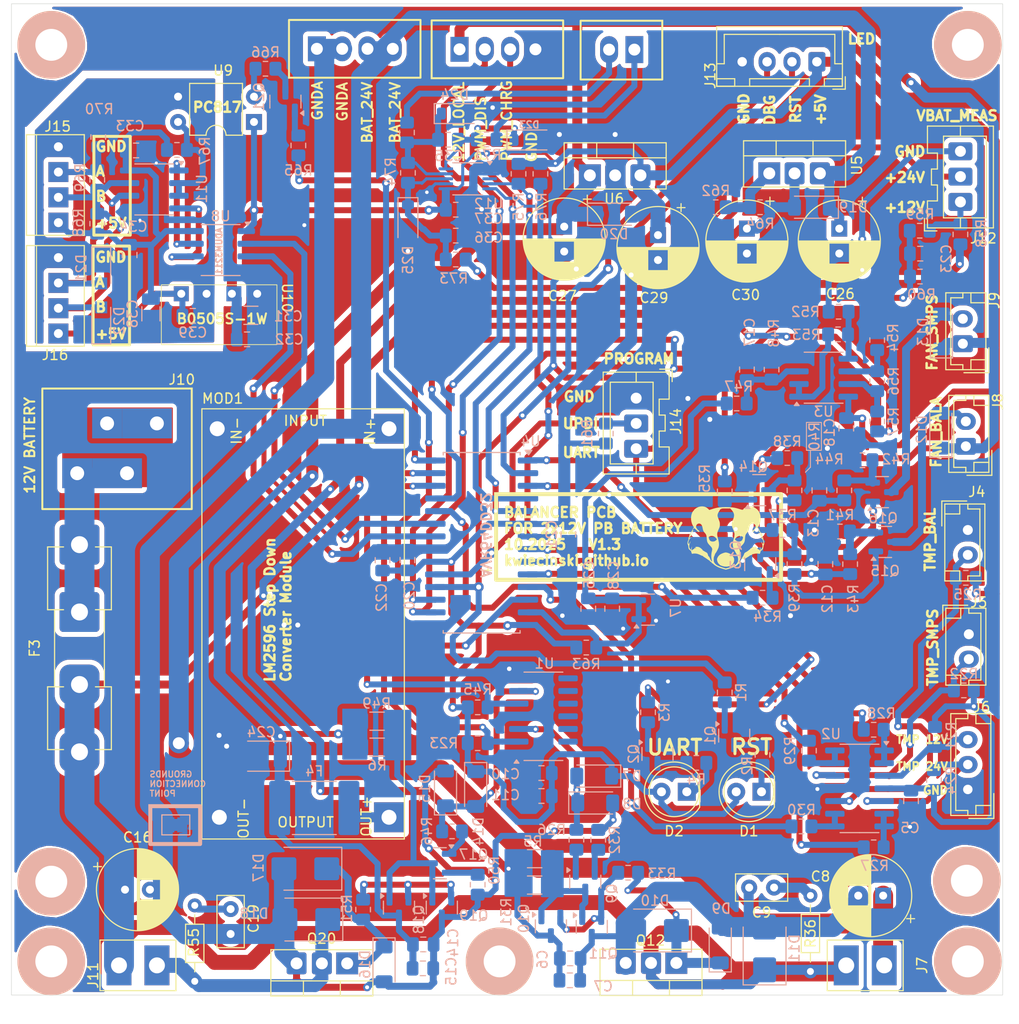
<source format=kicad_pcb>
(kicad_pcb (version 20240108) (generator "pcbnew") (generator_version "8.0")
  (layers (0 "F.Cu" signal) (31 "B.Cu" signal) (34 "B.Paste" user) (35 "F.Paste" user) (36 "B.SilkS" user "B.Silkscreen") (37 "F.SilkS" user "F.Silkscreen") (38 "B.Mask" user) (39 "F.Mask" user) (44 "Edge.Cuts" user))
  (net 0 "")
  (net 1 "GND")
  (net 2 "VOLTAGE_BATT_12V")
  (net 3 "UPDI")
  (net 4 "+5V")
  (net 5 "Net-(Q10-B)")
  (net 6 "+12V_LOCAL")
  (net 7 "ADC_I_FAN2")
  (net 8 "ADC_I_FAN1")
  (net 9 "TEMP_AKU_24V")
  (net 10 "TEMP_AKU_12V")
  (net 11 "BALANCE_ON_24V")
  (net 12 "BALANCE_ON_12V")
  (net 13 "LED1_PF6_RST")
  (net 14 "/BMS_microcontroller/VOLTAGE_BATT_12V_3W")
  (net 15 "+24V_LOCAL")
  (net 16 "/BMS_microcontroller/RS485_A")
  (net 17 "/BMS_microcontroller/RS485_B")
  (net 18 "Net-(Q10-E)")
  (net 19 "Net-(Q17-B)")
  (net 20 "SDA")
  (net 21 "CLOCK")
  (net 22 "RS485_OUTPUT_ENABLE")
  (net 23 "RS232_RX")
  (net 24 "RS232_TX")
  (net 25 "Net-(Q17-C)")
  (net 26 "DBG_UART")
  (net 27 "+BATT_12V")
  (net 28 "GNDA")
  (net 29 "+BATT_24V")
  (net 30 "TEMP_SMPS")
  (net 31 "Net-(J4-Pin_2)")
  (net 32 "PWM_OUT_DISCH")
  (net 33 "PWM_OUT_CHRG")
  (net 34 "R_shunt_L")
  (net 35 "R_shunt_H")
  (net 36 "Net-(MOD1-OUT+)")
  (net 37 "TEMP_BALANCER")
  (net 38 "PWM_FAN_BALANCER")
  (net 39 "PWM_FAN_SMPS")
  (net 40 "VREF")
  (net 41 "Net-(D24-K)")
  (net 42 "Net-(D25-K)")
  (net 43 "VOLTAGE_BATT_24V_3W")
  (net 44 "GND_RS485")
  (net 45 "+5V_RS485")
  (net 46 "Net-(C9-Pad1)")
  (net 47 "Net-(U3A-+)")
  (net 48 "Net-(C19-Pad1)")
  (net 49 "GND_VOLTAGE_DROP_INPUT")
  (net 50 "Net-(D23-K)")
  (net 51 "GND_VOLTAGE_DROP_ADC")
  (net 52 "Net-(D7-A2)")
  (net 53 "Net-(D10-A1)")
  (net 54 "Net-(D11-A1)")
  (net 55 "Net-(D12-A2)")
  (net 56 "Net-(D13-A2)")
  (net 57 "Net-(D14-A2)")
  (net 58 "Net-(D16-K)")
  (net 59 "Net-(D18-A1)")
  (net 60 "Net-(J10-Pin_1)")
  (net 61 "Net-(J5-Pin_2)")
  (net 62 "Net-(J6-Pin_2)")
  (net 63 "Net-(J6-Pin_3)")
  (net 64 "Net-(Q9-B)")
  (net 65 "Net-(Q9-E)")
  (net 66 "Net-(Q13-B)")
  (net 67 "Net-(Q13-C)")
  (net 68 "Net-(Q14-B)")
  (net 69 "Net-(Q14-C)")
  (net 70 "Net-(Q15-G)")
  (net 71 "Net-(Q15-S)")
  (net 72 "Net-(Q16-G)")
  (net 73 "Net-(Q16-S)")
  (net 74 "Net-(Q17-E)")
  (net 75 "Net-(Q18-E)")
  (net 76 "Net-(Q21-C)")
  (net 77 "Net-(Q21-B)")
  (net 78 "Net-(U2B--)")
  (net 79 "Net-(U2A--)")
  (net 80 "Net-(U2D--)")
  (net 81 "Net-(U2C--)")
  (net 82 "Net-(U3B-+)")
  (net 83 "Net-(U3A--)")
  (net 84 "Net-(U3B--)")
  (net 85 "Net-(R56-Pad1)")
  (net 86 "Net-(U5-ADJ)")
  (net 87 "Net-(R66-Pad2)")
  (net 88 "Net-(U11-DE)")
  (net 89 "Net-(U11-DI)")
  (net 90 "Net-(U11-RO)")
  (net 92 "Net-(D1-K)")
  (net 93 "Net-(D2-K)")
  (net 94 "Net-(Q1-B)")
  (net 95 "Net-(Q1-C)")
  (net 96 "Net-(Q2-C)")
  (net 97 "Net-(Q2-B)")
  (footprint "My-Footprints-connectors:JST_XA_1x03_P2.54mm_Vertical" (layer "F.Cu") (at 219.71 90.464 -90)
    (property "Reference" "J14")
    (property "Value" "ICP" (hide yes))
  )
  (footprint "Connector_PinHeader_2.54mm:PinHeader_1x02_P2.54mm_Vertical" (layer "F.Cu") (at 219.53 55.48 -90)
    (property "Reference" "J3" (hide yes))
    (property "Value" "R-Shunt")
  )
  (footprint "Connector_JST:JST_EH_B2B-EH-A_1x02_P2.50mm_Vertical" (layer "F.Cu") (at 253 103.7 -90)
    (property "Reference" "J4")
    (property "Value" "TMP_BALANCER")
  )
  (footprint "Capacitor_THT:CP_Radial_D8.0mm_P2.50mm" (layer "F.Cu") (at 168.4 139.8)
    (property "Reference" "C16")
    (property "Value" "470u/25V")
  )
  (footprint "My-Footprints-connectors:Conn_1x2_wire" (layer "F.Cu") (at 167.795 147.4 90)
    (property "Reference" "J11")
    (property "Value" "LOAD_RESISTOR")
  )
  (footprint "My-Footprints:B0505S" (layer "F.Cu") (at 172.0875 79.0875)
    (property "Reference" "U10")
    (property "Value" "B0505S-1W")
  )
  (footprint "Connector_JST:JST_EH_B2B-EH-A_1x02_P2.50mm_Vertical" (layer "F.Cu") (at 252.5 85 90)
    (property "Reference" "J9")
    (property "Value" "FAN_SMPS")
  )
  (footprint "My-Footprints:Mount-Hole-3mm" (layer "F.Cu") (at 253 55)
    (property "Reference" "H1" (hide yes))
    (property "Value" "MountingHole")
  )
  (footprint "My-Footprints:TO-220-3_Vertical-little-bigger pads" (layer "F.Cu") (at 233.07 67.9)
    (property "Reference" "U5")
    (property "Value" "LM317_TO-220")
  )
  (footprint "Connector_JST:JST_EH_B3B-EH-A_1x03_P2.50mm_Vertical" (layer "F.Cu") (at 253 129.74225 90)
    (property "Reference" "J6")
    (property "Value" "THERMISTOR_BATT")
  )
  (footprint "My-Footprints:Mount-Hole-3mm" (layer "F.Cu") (at 252.9 138.9)
    (property "Reference" "H4" (hide yes))
    (property "Value" "MountingHole")
  )
  (footprint "My-Footprints:Mount-Hole-3mm" (layer "F.Cu") (at 161 55)
    (property "Reference" "H5" (hide yes))
    (property "Value" "MountingHole")
  )
  (footprint "LED_THT:LED_D5.0mm" (layer "F.Cu") (at 232.29 129.975 180)
    (property "Reference" "D1")
    (property "Value" "LED")
  )
  (footprint "graphic:honeybadger2" (layer "F.Cu") (at 228.7 104.5)
    (property "Reference" "G***" (hide yes))
    (property "Value" "LOGO" (hide yes))
  )
  (footprint "My-Footprints:Mount-Hole-3mm" (layer "F.Cu") (at 253 147)
    (property "Reference" "H7" (hide yes))
    (property "Value" "MountingHole")
  )
  (footprint "Resistor_THT:R_Axial_DIN0204_L3.6mm_D1.6mm_P7.62mm_Horizontal" (layer "F.Cu") (at 175.4 149 90)
    (property "Reference" "R55")
    (property "Value" "10R")
  )
  (footprint "Resistor_THT:R_Axial_DIN0204_L3.6mm_D1.6mm_P7.62mm_Horizontal" (layer "F.Cu") (at 237.2 148.01 90)
    (property "Reference" "R36")
    (property "Value" "10R")
  )
  (footprint "Connector_JST:JST_XH_B4B-XH-A_1x04_P2.50mm_Vertical" (layer "F.Cu") (at 237.85 56.7 180)
    (property "Reference" "J13")
    (property "Value" "LED")
  )
  (footprint "My-Footprints:TO-220-3_Vertical-little-bigger pads" (layer "F.Cu") (at 190.7 147.2 180)
    (property "Reference" "Q20")
    (property "Value" "IRF540N")
  )
  (footprint "Capacitor_THT:C_Disc_D5.0mm_W2.5mm_P2.50mm" (layer "F.Cu") (at 233.55 139.59 180)
    (property "Reference" "C9")
    (property "Value" "1u")
  )
  (footprint "My-Footprints:Mount-Hole-3mm" (layer "F.Cu") (at 206 147)
    (property "Reference" "H10" (hide yes))
    (property "Value" "MountingHole")
  )
  (footprint "My-Footprints-connectors:Conn-01x04-N25-W4P" (layer "F.Cu") (at 158.5125 85.35 90)
    (property "Reference" "J16")
    (property "Value" "RS485")
  )
  (footprint "Connector_PinSocket_2.54mm:PinSocket_1x04_P2.54mm_Vertical" (layer "F.Cu") (at 187.66 55.4 90)
    (property "Reference" "J1" (hide yes))
    (property "Value" "batt-24V-balancer" (hide yes))
  )
  (footprint "My-Footprints-connectors:Flat-6,3mm-connector-2P" (layer "F.Cu") (at 175.1 89.5 -90)
    (property "Reference" "J10")
    (property "Value" "BATT_12V")
  )
  (footprint "Connector_JST:JST_EH_B2B-EH-A_1x02_P2.50mm_Vertical" (layer "F.Cu") (at 253.1 114.1615 -90)
    (property "Reference" "J5")
    (property "Value" "TMP_SMPS")
  )
  (footprint "My-Footprints-connectors:Conn_1x2_wire" (layer "F.Cu") (at 244.605 147.4 -90)
    (property "Reference" "J7")
    (property "Value" "LOAD_RESISTOR")
  )
  (footprint "Capacitor_THT:CP_Radial_D8.0mm_P2.50mm" (layer "F.Cu") (at 240.097349 73.447349 -90)
    (property "Reference" "C26")
    (property "Value" "220u/35V")
  )
  (footprint "My-Footprints-connectors:PinSocket_1x04_P2.54mm_Vertical" (layer "F.Cu") (at 201.98 55.45 90)
    (property "Reference" "J2" (hide yes))
    (property "Value" "pwm-12v-local" (hide yes))
  )
  (footprint "My-Footprints-connectors:JST_XA_1x03_P2.54mm_Vertical" (layer "F.Cu") (at 252.257 70.76725 90)
    (property "Reference" "J12")
    (property "Value" "V_MEAS" (hide yes))
  )
  (footprint "My-Footprints:Fuseholder_Clip-5x20mm_Eaton_1A5601-01_Inline_P20.80x6.76mm_D1.70mm_Horizontal" (layer "F.Cu") (at 163.83 125.97 90)
    (property "Reference" "F3")
    (property "Value" "6,3A")
  )
  (footprint "Package_DIP:DIP-4_W7.62mm" (layer "F.Cu") (at 181.346 62.743 180)
    (property "Reference" "U9")
    (property "Value" "PC817")
  )
  (footprint "My-Footprints:Mount-Hole-3mm" (layer "F.Cu") (at 161 147)
    (property "Reference" "H9" (hide yes))
    (property "Value" "MountingHole")
  )
  (footprint "Capacitor_THT:CP_Radial_D8.0mm_P2.50mm" (layer "F.Cu") (at 221.9 74.1 -90)
    (property "Reference" "C29")
    (property "Value" "220u/6,3V")
  )
  (footprint "My-Footprints-converters-modules:LM2596-Step-Down-Conv" (layer "F.Cu") (at 176.117 91.535)
    (property "Reference" "MOD1")
    (property "Value" "LM2596-Step-Down")
  )
  (footprint "My-Footprints-connectors:Conn-01x04-N25-W4P" (layer "F.Cu") (at 158.5125 74.22 90)
    (property "Reference" "J15")
    (property "Value" "RS485")
  )
  (footprint "My-Footprints:TO-220-3_Vertical-little-bigger pads" (layer "F.Cu") (at 215.06 68.1)
    (property "Reference" "U6")
    (property "Value" "LM7805_TO220")
  )
  (footprint "My-Footprints:TO-220-3_Vertical-little-bigger pads" (layer "F.Cu") (at 223.74 147.155 180)
    (property "Reference" "Q12")
    (property "Value" "IRF540N")
  )
  (footprint "Capacitor_THT:C_Disc_D5.0mm_W2.5mm_P2.50mm" (layer "F.Cu") (at 179 141.75 -90)
    (property "Reference" "C19")
    (property "Value" "1u")
  )
  (footprint "Capacitor_THT:CP_Radial_D8.0mm_P2.50mm" (layer "F.Cu") (at 244.5 140.4 180)
    (property "Reference" "C8")
    (property "Value" "470u/25V")
  )
  (footprint "Connector_JST:JST_EH_B2B-EH-A_1x02_P2.50mm_Vertical" (layer "F.Cu") (at 252.8 95.3 90)
    (property "Reference" "J8")
    (property "Value" "FAN_BALANCER")
  )
  (footprint "LED_THT:LED_D5.0mm" (layer "F.Cu") (at 224.79 129.975 180)
    (property "Reference" "D2")
    (property "Value" "LED")
  )
  (footprint "Capacitor_THT:CP_Radial_D8.0mm_P2.50mm" (layer "F.Cu") (at 230.822651 73.447349 -90)
    (property "Reference" "C30")
    (property "Value" "100u/25V")
  )
  (footprint "Capacitor_THT:CP_Radial_D8.0mm_P2.50mm" (layer "F.Cu") (at 212.486 73.247349 -90)
    (property "Reference" "C27")
    (property "Value" "470u/16V")
  )
  (footprint "My-Footprints:Mount-Hole-3mm" (layer "F.Cu") (at 161 139)
    (property "Reference" "H3" (hide yes))
    (property "Value" "MountingHole")
  )
  (footprint "Diode_SMD:D_MiniMELF" (layer "B.Cu") (at 228.15 145.4 90)
    (property "Reference" "D9")
    (property "Value" "BAT86")
  )
  (footprint "Resistor_SMD:R_0805_2012Metric_Pad1.20x1.40mm_HandSolder" (layer "B.Cu") (at 234.4 103.7 180)
    (property "Reference" "R37")
    (property "Value" "10k")
  )
  (footprint "Capacitor_SMD:C_0805_2012Metric_Pad1.18x1.45mm_HandSolder" (layer "B.Cu") (at 196.75 106.7175 90)
    (property "Reference" "C20")
    (property "Value" "100n")
  )
  (footprint "Resistor_SMD:R_0805_2012Metric_Pad1.20x1.40mm_HandSolder" (layer "B.Cu") (at 235.6 107.125 -90)
    (property "Reference" "R39")
    (property "Value" "100R")
  )
  (footprint "Capacitor_SMD:C_0805_2012Metric_Pad1.18x1.45mm_HandSolder" (layer "B.Cu") (at 230.825 87.6 90)
    (property "Reference" "C17")
    (property "Value" "100n")
  )
  (footprint "Resistor_SMD:R_0805_2012Metric_Pad1.20x1.40mm_HandSolder" (layer "B.Cu") (at 218.9 138.1 180)
    (property "Reference" "R33")
    (property "Value" "10R")
  )
  (footprint "Resistor_SMD:R_0805_2012Metric_Pad1.20x1.40mm_HandSolder" (layer "B.Cu") (at 236.3 133.45 180)
    (property "Reference" "R30")
    (property "Value" "1k")
  )
  (footprint "Package_TO_SOT_SMD:SOT-23" (layer "B.Cu") (at 214.6 139 -90)
    (property "Reference" "Q9")
    (property "Value" "BC817")
  )
  (footprint "Diode_SMD:D_SOD-123" (layer "B.Cu") (at 196.8 72.7 -90)
    (property "Reference" "D25")
    (property "Value" "PTVS5V0Z1USK")
  )
  (footprint "Resistor_SMD:R_0805_2012Metric_Pad1.20x1.40mm_HandSolder" (layer "B.Cu") (at 232.4 110.5)
    (property "Reference" "R34")
    (property "Value" "10k")
  )
  (footprint "Resistor_SMD:R_0805_2012Metric_Pad1.20x1.40mm_HandSolder" (layer "B.Cu") (at 233.3 87.6 90)
    (property "Reference" "R48")
    (property "Value" "10k/1%")
  )
  (footprint "Capacitor_SMD:C_0805_2012Metric_Pad1.18x1.45mm_HandSolder" (layer "B.Cu") (at 217.3 111.6 -90)
    (property "Reference" "C28")
    (property "Value" "100n")
  )
  (footprint "Diode_SMD:D_MiniMELF" (layer "B.Cu") (at 217.486 72)
    (property "Reference" "D20")
    (property "Value" "1N4148")
  )
  (footprint "Resistor_SMD:R_0805_2012Metric_Pad1.20x1.40mm_HandSolder" (layer "B.Cu") (at 243.9 88.7625 90)
    (property "Reference" "R56")
    (property "Value" "10k/1%")
  )
  (footprint "Resistor_SMD:R_0805_2012Metric_Pad1.20x1.40mm_HandSolder" (layer "B.Cu") (at 165.6125 72.95 90)
    (property "Reference" "R68")
    (property "Value" "510R")
  )
  (footprint "Resistor_SMD:R_0805_2012Metric_Pad1.20x1.40mm_HandSolder" (layer "B.Cu") (at 234.875 96.475 180)
    (property "Reference" "R38")
    (property "Value" "10k")
  )
  (footprint "Resistor_SMD:R_0805_2012Metric_Pad1.20x1.40mm_HandSolder" (layer "B.Cu") (at 242.425 96.7 180)
    (property "Reference" "R42")
    (property "Value" "210mR")
  )
  (footprint "Resistor_SMD:R_0805_2012Metric_Pad1.20x1.40mm_HandSolder" (layer "B.Cu") (at 228.6 120 90)
    (property "Reference" "R1")
    (property "Value" "10K")
  )
  (footprint "Package_SO:VSSOP-10_3x3mm_P0.5mm" (layer "B.Cu") (at 202.8 68.45 180)
    (property "Reference" "U12")
    (property "Value" "INA226")
  )
  (footprint "Resistor_SMD:R_0805_2012Metric_Pad1.20x1.40mm_HandSolder" (layer "B.Cu") (at 203.8 121.5)
    (property "Reference" "R45")
    (property "Value" "10k")
  )
  (footprint "Capacitor_SMD:C_0805_2012Metric_Pad1.18x1.45mm_HandSolder" (layer "B.Cu") (at 175.2 82.2)
    (property "Reference" "C39")
    (property "Value" "100n")
  )
  (footprint "Capacitor_SMD:C_0805_2012Metric_Pad1.18x1.45mm_HandSolder" (layer "B.Cu") (at 214.9015 111.6 -90)
    (property "Reference" "C25")
    (property "Value" "10u")
  )
  (footprint "Resistor_SMD:R_0805_2012Metric_Pad1.20x1.40mm_HandSolder" (layer "B.Cu") (at 243.55 123.75 180)
    (property "Reference" "R28")
    (property "Value" "1k")
  )
  (footprint "Package_SO:SO-8_3.9x4.9mm_P1.27mm" (layer "B.Cu") (at 178 75.6 180)
    (property "Reference" "U8")
    (property "Value" "ADUM3211ARZ")
  )
  (footprint "Resistor_SMD:R_0805_2012Metric_Pad1.20x1.40mm_HandSolder" (layer "B.Cu") (at 252.257 74.02725 90)
    (property "Reference" "R58")
    (property "Value" "0R")
  )
  (footprint "Capacitor_SMD:C_0805_2012Metric_Pad1.18x1.45mm_HandSolder" (layer "B.Cu") (at 238.7 107.125 -90)
    (property "Reference" "C12")
    (property "Value" "47n")
  )
  (footprint "Package_TO_SOT_SMD:SOT-23" (layer "B.Cu") (at 244.7 104.9)
    (property "Reference" "Q15")
    (property "Value" "AO3400A")
  )
  (footprint "Diode_SMD:D_MiniMELF" (layer "B.Cu") (at 215.5 128.4 180)
    (property "Reference" "D7")
    (property "Value" "BAT86")
  )
  (footprint "Resistor_SMD:R_0805_2012Metric_Pad1.20x1.40mm_HandSolder" (layer "B.Cu") (at 192.3 141.8 90)
    (property "Reference" "R51")
    (property "Value" "10R")
  )
  (footprint "Package_SO:SOIC-14_3.9x8.7mm_P1.27mm" (layer "B.Cu") (at 242.125 129.64 180)
    (property "Reference" "U2")
    (property "Value" "LM324")
  )
  (footprint "Resistor_SMD:R_0805_2012Metric_Pad1.20x1.40mm_HandSolder" (layer "B.Cu") (at 201.6 74.15)
    (property "Reference" "C36")
    (property "Value" "100n")
  )
  (footprint "Capacitor_SMD:C_0805_2012Metric_Pad1.18x1.45mm_HandSolder" (layer "B.Cu") (at 168.8625 76.1 -90)
    (property "Reference" "C34")
    (property "Value" "100n")
  )
  (footprint "Resistor_SMD:R_0805_2012Metric_Pad1.20x1.40mm_HandSolder" (layer "B.Cu") (at 213.71 134.79 90)
    (property "Reference" "R26")
    (property "Value" "1k")
  )
  (footprint "Resistor_SMD:R_0805_2012Metric_Pad1.20x1.40mm_HandSolder" (layer "B.Cu") (at 204.7 64.5 180)
    (property "Reference" "R71")
    (property "Value" "10R")
  )
  (footprint "Resistor_SMD:R_0805_2012Metric_Pad1.20x1.40mm_HandSolder" (layer "B.Cu") (at 196.7 63.8 -90)
    (property "Reference" "R72" (hide yes))
    (property "Value" "10R")
  )
  (footprint "Diode_SMD:D_SMB" (layer "B.Cu") (at 186.5 137.7 180)
    (property "Reference" "D17")
    (property "Value" "SM6T15A")
  )
  (footprint "Package_TO_SOT_SMD:SOT-23" (layer "B.Cu") (at 220.9015 111.694)
    (property "Reference" "U7")
    (property "Value" "TL432DBZ")
  )
  (footprint "Resistor_SMD:R_0805_2012Metric_Pad1.20x1.40mm_HandSolder" (layer "B.Cu") (at 240.6 99.725 -90)
    (property "Reference" "R44")
    (property "Value" "1k")
  )
  (footprint "Resistor_SMD:R_0805_2012Metric_Pad1.20x1.40mm_HandSolder" (layer "B.Cu") (at 252.8 108.5 180)
    (property "Reference" "R25")
    (property "Value" "150k")
  )
  (footprint "Jumper:SolderJumper-2_P1.3mm_Bridged2Bar_Pad1.0x1.5mm" (layer "B.Cu") (at 173.5 133.3 180)
    (property "Reference" "JP1" (hide yes))
    (property "Value" "GND_Bridged")
  )
  (footprint "Resistor_SMD:R_0805_2012Metric_Pad1.20x1.40mm_HandSolder" (layer "B.Cu") (at 196.8 67.85 -90)
    (property "Reference" "R74")
    (property "Value" "0R")
  )
  (footprint "Diode_SMD:D_MiniMELF" (layer "B.Cu") (at 200.57 129.6375 90)
    (property "Reference" "D15")
    (property "Value" "BAT86")
  )
  (footprint "Resistor_SMD:R_0805_2012Metric_Pad1.20x1.40mm_HandSolder" (layer "B.Cu") (at 235.6 99.725 -90)
    (property "Reference" "R40")
    (property "Value" "100R")
  )
  (footprint "Resistor_SMD:R_0805_2012Metric_Pad1.20x1.40mm_HandSolder" (layer "B.Cu") (at 182.5 57.4 180)
    (property "Reference" "R66")
    (property "Value" "1k")
  )
  (footprint "Package_TO_SOT_SMD:SOT-23" (layer "B.Cu") (at 232.1625 107.125 90)
    (property "Reference" "Q13")
    (property "Value" "BC817")
  )
  (footprint "Resistor_SMD:R_0805_2012Metric_Pad1.20x1.40mm_HandSolder" (layer "B.Cu") (at 232.15 71.3)
    (property "Reference" "R64")
    (property "Value" "1k")
  )
  (footprint "Resistor_SMD:R_0805_2012Metric_Pad1.20x1.40mm_HandSolder" (layer "B.Cu") (at 165.7125 64.25 90)
    (property "Reference" "R70")
    (property "Value" "510R")
  )
  (footprint "Package_SO:SOIC-14_3.9x8.7mm_P1.27mm" (layer "B.Cu") (at 210.4 122.4)
    (property "Reference" "U1")
    (property "Value" "74AHCT125")
  )
  (footprint "Package_TO_SOT_SMD:SOT-23" (layer "B.Cu") (at 244.3875 99.9)
    (property "Reference" "Q16")
    (property "Value" "AO3400A")
  )
  (footprint "Capacitor_SMD:C_1206_3216Metric" (layer "B.Cu") (at 171 82 -90)
    (property "Reference" "C38")
    (property "Value" "10u")
  )
  (footprint "Resistor_SMD:R_0805_2012Metric_Pad1.20x1.40mm_HandSolder" (layer "B.Cu") (at 201.6 76.55 180)
    (property "Reference" "R73")
    (property "Value" "10R")
  )
  (footprint "Diode_SMD:Nexperia_CFP3_SOD-123W" (layer "B.Cu") (at 166.0125 77.55 -90)
    (property "Reference" "D21")
    (property "Value" "D_TVS")
  )
  (footprint "Capacitor_SMD:C_0805_2012Metric_Pad1.18x1.45mm_HandSolder" (layer "B.Cu") (at 238.1 99.725 -90)
    (property "Reference" "C13")
    (property "Value" "47n")
  )
  (footprint "Resistor_SMD:R_0805_2012Metric_Pad1.20x1.40mm_HandSolder" (layer "B.Cu") (at 173.6125 65.55)
    (property "Reference" "R67")
    (property "Value" "4k7")
  )
  (footprint "Resistor_SMD:R_0805_2012Metric_Pad1.20x1.40mm_HandSolder" (layer "B.Cu") (at 243.9 92.8 90)
    (property "Reference" "R57")
    (property "Value" "100R")
  )
  (footprint "Diode_SMD:D_SMB" (layer "B.Cu") (at 186.6 142.8 180)
    (property "Reference" "D18")
    (property "Value" "SM6T15A")
  )
  (footprint "Capacitor_SMD:C_0805_2012Metric_Pad1.18x1.45mm_HandSolder" (layer "B.Cu") (at 213.0875 146.7)
    (property "Reference" "C6")
    (property "Value" "100n")
  )
  (footprint "Resistor_SMD:R_0805_2012Metric_Pad1.20x1.40mm_HandSolder" (layer "B.Cu") (at 203.8 125.1)
    (property "Reference" "R23")
    (property "Value" "10k")
  )
  (footprint "Resistor_SMD:R_0805_2012Metric_Pad1.20x1.40mm_HandSolder" (layer "B.Cu") (at 200.825 64.525 180)
    (property "Reference" "C35")
    (property "Value" "100n")
  )
  (footprint "Diode_SMD:D_SOD-123" (layer "B.Cu") (at 209.1 64.55)
    (property "Reference" "D23")
    (property "Value" "PTVS5V0Z1USK")
  )
  (footprint "Resistor_SMD:R_0805_2012Metric_Pad1.20x1.40mm_HandSolder" (layer "B.Cu") (at 216.662 94.02 90)
    (property "Reference" "R61")
    (property "Value" "10k")
  )
  (footprint "Package_SO:SOIC-8_3.9x4.9mm_P1.27mm" (layer "B.Cu") (at 238.525 88.4125)
    (property "Reference" "U3")
    (property "Value" "LMV358")
  )
  (footprint "Resistor_SMD:R_0805_2012Metric_Pad1.20x1.40mm_HandSolder" (layer "B.Cu") (at 229.8 91)
    (property "Reference" "R47")
    (property "Value" "10k/1%")
  )
  (footprint "Resistor_SMD:R_0805_2012Metric_Pad1.20x1.40mm_HandSolder" (layer "B.Cu") (at 239.975 84.0625 180)
    (property "Reference" "R53")
    (property "Value" "10k/1%")
  )
  (footprint "Diode_SMD:D_MiniMELF" (layer "B.Cu") (at 237.35 71.3 180)
    (property "Reference" "D19")
    (property "Value" "1N4148")
  )
  (footprint "Diode_SMD:D_SMB" (layer "B.Cu") (at 232.6 145.7 90)
    (property "Reference" "D11")
    (property "Value" "SM6T15A")
  )
  (footprint "Diode_SMD:Nexperia_CFP3_SOD-123W" (layer "B.Cu") (at 166.0125 82.75 90)
    (property "Reference" "D22")
    (property "Value" "D_TVS")
  )
  (footprint "Capacitor_SMD:C_0805_2012Metric_Pad1.18x1.45mm_HandSolder" (layer "B.Cu") (at 198.3 147.7)
    (property "Reference" "C15")
    (property "Value" "10u")
  )
  (footprint "Capacitor_SMD:C_0805_2012Metric_Pad1.18x1.45mm_HandSolder" (layer "B.Cu") (at 213.05 148.9)
    (property "Reference" "C7")
    (property "Value" "10u")
  )
  (footprint "Capacitor_SMD:C_0805_2012Metric_Pad1.18x1.45mm_HandSolder" (layer "B.Cu") (at 248.224 75.96)
    (property "Reference" "C23")
    (property "Value" "470n")
  )
  (footprint "Capacitor_SMD:C_0805_2012Metric_Pad1.18x1.45mm_HandSolder" (layer "B.Cu") (at 180.65 84.56)
    (property "Reference" "C32")
    (property "Value" "100n")
  )
  (footprint "Resistor_SMD:R_0805_2012Metric_Pad1.20x1.40mm_HandSolder" (layer "B.Cu") (at 220.9 122 90)
    (property "Reference" "R3")
    (property "Value" "10K")
  )
  (footprint "Package_SO:SOIC-28W_7.5x17.9mm_P1.27mm" (layer "B.Cu") (at 204.2 104.98 180)
    (property "Reference" "U4")
    (property "Value" "AVR64DD28")
  )
  (footprint "Fuse:Fuse_2920_7451Metric_Pad2.10x5.45mm_HandSolder" (layer "B.Cu") (at 187.4 131.6 180)
    (property "Reference" "F4")
    (property "Value" "2A")
  )
  (footprint "Resistor_SMD:R_0805_2012Metric_Pad1.20x1.40mm_HandSolder" (layer "B.Cu") (at 237.05 125.85 90)
    (property "Reference" "R29")
    (property "Value" "1k")
  )
  (footprint "Capacitor_SMD:C_0805_2012Metric_Pad1.18x1.45mm_HandSolder" (layer "B.Cu") (at 210.2 130.4 180)
    (property "Reference" "C11")
    (property "Value" "1u")
  )
  (footprint "Capacitor_SMD:C_0805_2012Metric_Pad1.18x1.45mm_HandSolder" (layer "B.Cu") (at 169.5125 65.6)
    (property "Reference" "C33")
    (property "Value" "100n")
  )
  (footprint "Resistor_SMD:R_0805_2012Metric_Pad1.20x1.40mm_HandSolder" (layer "B.Cu") (at 243.9 84.6375 90)
    (property "Reference" "R54")
    (property "Value" "10k/1%")
  )
  (footprint "Package_TO_SOT_SMD:SOT-23" (layer "B.Cu") (at 200 137.15 180)
    (property "Reference" "Q17")
    (property "Value" "BC817")
  )
  (footprint "Capacitor_SMD:C_0805_2012Metric_Pad1.18x1.45mm_HandSolder" (layer "B.Cu") (at 212.9 104.14 -90)
    (property "Reference" "C21")
    (property "Value" "100n")
  )
  (footprint "Capacitor_SMD:C_0805_2012Metric_Pad1.18x1.45mm_HandSolder" (layer "B.Cu") (at 210.2 128.1 180)
    (property "Reference" "C10")
    (property "Value" "100n")
  )
  (footprint "Resistor_SMD:R_0805_2012Metric_Pad1.20x1.40mm_HandSolder" (layer "B.Cu") (at 207.9 67.95 -90)
    (property "Reference" "R75")
    (property "Value" "10k")
  )
  (footprint "Package_TO_SOT_SMD:SOT-23" (layer "B.Cu") (at 211.15 143.475 -90)
    (property "Reference" "Q10")
    (property "Value" "BC817")
  )
  (footprint "Resistor_SMD:R_0805_2012Metric_Pad1.20x1.40mm_HandSolder" (layer "B.Cu") (at 249.708 124.46725 -90)
    (property "Reference" "R24")
    (property "Value" "150k")
  )
  (footprint "Diode_SMD:D_MiniMELF" (layer "B.Cu") (at 250.296 93.72925 90)
    (property "Reference" "D12")
    (property "Value" "BAT86")
  )
  (footprint "Package_TO_SOT_SMD:SOT-23" (layer "B.Cu") (at 195.9 141.6 -90)
    (property "Reference" "Q18")
    (property "Value" "BC817")
  )
  (footprint "Resistor_SMD:R_0805_2012Metric_Pad1.20x1.40mm_HandSolder" (layer "B.Cu") (at 248.199 78.26)
    (property "Reference" "R60")
    (property "Value" "1k")
  )
  (footprint "Resistor_SMD:R_0805_2012Metric_Pad1.20x1.40mm_HandSolder" (layer "B.Cu") (at 232.39 126.275 -90)
    (property "Reference" "R2")
    (property "Value" "220R")
  )
  (footprint "Package_SO:SOIC-8_3.9x4.9mm_P1.27mm" (layer "B.Cu") (at 171.3375 69.515 180)
    (property "Reference" "U11")
    (property "Value" "ST485")
  )
  (footprint "Resistor_SMD:R_0805_2012Metric_Pad1.20x1.40mm_HandSolder" (layer "B.Cu") (at 248.174 73.66 180)
    (property "Reference" "R59")
    (property "Value" "6k8")
  )
  (footprint "Capacitor_Tantalum_SMD:CP_EIA-3528-21_Kemet-B" (layer "B.Cu") (at 182.455 126.4 180)
    (property "Reference" "C24")
    (property "Value" "100u/6,3V (JA8)")
  )
  (footprint "Package_TO_SOT_SMD:SOT-23" (layer "B.Cu") (at 232.0625 99.7)
    (property "Reference" "Q14")
    (property "Value" "BC817")
  )
  (footprint "Diode_SMD:D_MiniMELF" (layer "B.Cu") (at 194.4 147.3 -90)
    (property "Reference" "D16")
    (property "Value" "BAT86")
  )
  (footprint "Resistor_SMD:R_0805_2012Metric_Pad1.20x1.40mm_HandSolder" (layer "B.Cu") (at 252.6 119.8 180)
    (property "Reference" "R22")
    (property "Value" "150k")
  )
  (footprint "Resistor_SMD:R_0805_2012Metric_Pad1.20x1.40mm_HandSolder" (layer "B.Cu") (at 214.7 115.5)
    (property "Reference" "R63")
    (property "Value" "510R")
  )
  (footprint "Resistor_SMD:R_0805_2012Metric_Pad1.20x1.40mm_HandSolder" (layer "B.Cu") (at 228.6 99.822 -90)
    (property "Reference" "R35")
    (property "Value" "10k")
  )
  (footprint "Package_TO_SOT_SMD:SOT-23" (layer "B.Cu") (at 221.85 126.175 -90)
    (property "Reference" "Q2")
    (property "Value" "BC817")
  )
  (footprint "Resistor_SMD:R_0805_2012Metric_Pad1.20x1.40mm_HandSolder" (layer "B.Cu") (at 185.8 65.1 90)
    (property "Reference" "R65")
    (property "Value" "1k")
  )
  (footprint "Package_TO_SOT_SMD:SOT-23" (layer "B.Cu") (at 215.25 143.5375 -90)
    (property "Reference" "Q11")
    (property "Value" "BC807")
  )
  (footprint "Capacitor_SMD:C_0805_2012Metric_Pad1.18x1.45mm_HandSolder" (layer "B.Cu") (at 240.8 93.5 -90)
    (property "Reference" "C18")
    (property "Value" "100n")
  )
  (footprint "Resistor_SMD:R_0805_2012Metric_Pad1.20x1.40mm_HandSolder" (layer "B.Cu") (at 240.03 81.788 180)
    (property "Reference" "R52")
    (property "Value" "10k/1%")
  )
  (footprint "Diode_SMD:D_MiniMELF" (layer "B.Cu") (at 215.6 131.1)
    (property "Reference" "D8")
    (property "Value" "BAT86")
  )
  (footprint "Capacitor_SMD:C_0805_2012Metric_Pad1.18x1.45mm_HandSolder" (layer "B.Cu") (at 247.3 130.9 -90)
    (property "Reference" "C5")
    (property "Value" "100n")
  )
  (footprint "Resistor_SMD:R_0805_2012Metric_Pad1.20x1.40mm_HandSolder" (layer "B.Cu") (at 165.6125 68.55 90)
    (property "Reference" "R69")
    (property "Value" "120R")
  )
  (footprint "Resistor_SMD:R_0805_2012Metric_Pad1.20x1.40mm_HandSolder" (layer "B.Cu") (at 201.23 133.95 180)
    (property "Reference" "R46")
    (property "Value" "1k")
  )
  (footprint "Resistor_SMD:R_0805_2012Metric_Pad1.20x1.40mm_HandSolder" (layer "B.Cu") (at 201.6 71.55)
    (property "Reference" "C37")
    (property "Value" "100n")
  )
  (footprint "Package_TO_SOT_SMD:SOT-23" (layer "B.Cu") (at 200.2 141.6 -90)
    (property "Reference" "Q19")
    (property "Value" "BC807")
  )
  (footprint "Resistor_SMD:R_0805_2012Metric_Pad1.20x1.40mm_HandSolder" (layer "B.Cu") (at 241.1875 107.125 -90)
    (property "Reference" "R43")
    (property "Value" "1k")
  )
  (footprint "Resistor_SMD:R_1206_3216Metric_Pad1.30x1.75mm_HandSolder" (layer "B.Cu") (at 193.7 122.89)
    (property "Reference" "R49")
    (property "Value" "2k2")
  )
  (footprint "Diode_SMD:D_SOD-123" (layer "B.Cu") (at 201.8 61.9)
    (property "Reference" "D24")
    (property "Value" "PTVS5V0Z1USK")
  )
  (footprint "Package_TO_SOT_SMD:SOT-23" (layer "B.Cu") (at 229.55 124.3375 -90)
    (property "Reference" "Q1")
    (property "Value" "BC817")
  )
  (footprint "Capacitor_SMD:C_1206_3216Metric" (layer "B.Cu") (at 181.0375 82.15)
    (property "Reference" "C31")
    (property "Value" "10u")
  )
  (footprint "Resistor_SMD:R_1206_3216Metric_Pad1.30x1.75mm_HandSolder" (layer "B.Cu") (at 209.52 139.34)
    (property "Reference" "R31")
    (property "Value" "4k7")
  )
  (footprint "Resistor_SMD:R_0805_2012Metric_Pad1.20x1.40mm_HandSolder" (layer "B.Cu") (at 249.6 128.8 90)
    (property "Reference" "R21")
    (property "Value" "150k")
  )
  (footprint "Capacitor_SMD:C_0805_2012Metric_Pad1.18x1.45mm_HandSolder" (layer "B.Cu") (at 198.3375 145.3)
    (property "Reference" "C14")
    (property "Value" "100n")
  )
  (footprint "Package_TO_SOT_SMD:SOT-23" (layer "B.Cu") (at 184.5 60.7 90)
    (property "Reference" "Q21")
    (property "Value" "BC817")
  )
  (footprint "Diode_SMD:D_MiniMELF" (layer "B.Cu") (at 250.35 83.76925 90)
    (property "Reference" "D13")
    (property "Value" "BAT86")
  )
  (footprint "Resistor_SMD:R_0805_2012Metric_Pad1.20x1.40mm_HandSolder" (layer "B.Cu") (at 227.7 71.3 180)
    (property "Reference" "R62")
    (property "Value" "1k")
  )
  (footprint "Diode_SMD:D_MiniMELF" (layer "B.Cu") (at 203.6 129.7 -90)
    (property "Reference" "D14")
    (property "Value" "BAT86")
  )
  (footprint "Resistor_SMD:R_0805_2012Metric_Pad1.20x1.40mm_HandSolder" (layer "B.Cu") (at 225.75 127.075)
    (property "Reference" "R4")
    (property "Value" "220R")
  )
  (footprint "Capacitor_SMD:C_0805_2012Metric_Pad1.18x1.45mm_HandSolder" (layer "B.Cu") (at 194.25 106.73 90)
    (property "Reference" "C22")
    (property "Value" "10u")
  )
  (footprint "Diode_SMD:D_SMB" (layer "B.Cu") (at 221.6 143.9 180)
    (property "Reference" "D10")
    (property "Value" "SM6T15A")
  )
  (footprint "Resistor_SMD:R_0805_2012Metric_Pad1.20x1.40mm_HandSolder" (layer "B.Cu") (at 240.1625 103.85 180)
    (property "Reference" "R41")
    (property "Value" "210mR")
  )
  (footprint "Resistor_SMD:R_1206_3216Metric_Pad1.30x1.75mm_HandSolder" (layer "B.Cu") (at 209.52 136.69)
    (property "Reference" "R5")
    (property "Value" "4k7")
  )
  (footprint "Resistor_SMD:R_0805_2012Metric_Pad1.20x1.40mm_HandSolder" (layer "B.Cu") (at 210.1 67.95 -90)
    (property "Reference" "R76")
    (property "Value" "10k")
  )
  (footprint "Resistor_SMD:R_0805_2012Metric_Pad1.20x1.40mm_HandSolder" (layer "B.Cu") (at 215.9 134.8 90)
    (property "Reference" "R32")
    (property "Value" "470R")
  )
  (footprint "Resistor_SMD:R_0805_2012Metric_Pad1.20x1.40mm_HandSolder" (layer "B.Cu") (at 243.55 135.55 180)
    (property "Reference" "R27")
    (property "Value" "1k")
  )
  (footprint "Resistor_SMD:R_0805_2012Metric_Pad1.20x1.40mm_HandSolder" (layer "B.Cu") (at 203.8 139.3 -90)
    (property "Reference" "R50")
    (property "Value" "220R")
  )
  (footprint "Resistor_SMD:R_1206_3216Metric_Pad1.30x1.75mm_HandSolder" (layer "B.Cu") (at 193.71 125.5)
    (property "Reference" "R6")
    (property "Value" "4k7")
  )
  (gr_rect (start 162.2 91.5) (end 173.1 99.3) (stroke (width 0.2)) (fill solid) (layer "F.Cu") (net 60))
  (gr_rect (start 200.3 69.55) (end 200.9 70.95) (stroke (width 0.2)) (fill solid) (layer "B.Cu") (net 4))
  (gr_rect (start 210.25 135.94) (end 212.33 140.46) (stroke (width 0.2)) (fill solid) (layer "B.Cu") (net 5))
  (gr_rect (start 206.6 135.83) (end 209.21 140.42) (stroke (width 0.2)) (fill solid) (layer "B.Cu") (net 15))
  (gr_rect (start 194.427064 121.85) (end 197.037064 126.72) (stroke (width 0.2)) (fill solid) (layer "B.Cu") (net 25))
  (gr_rect (start 190.31 121.735) (end 192.63 126.655) (stroke (width 0.2)) (fill solid) (layer "B.Cu") (net 6))
  (gr_line (start 236.7 97.9) (end 237.2 97.4) (stroke (width 0.1)) (layer "B.SilkS"))
  (gr_rect (start 236.8 92.9) (end 238.3 95.7) (stroke (width 0.1)) (fill none) (layer "B.SilkS"))
  (gr_rect (start 170.94 131.42) (end 175.94 135.22) (stroke (width 0.4)) (fill none) (layer "B.SilkS"))
  (gr_line (start 237.2 97.4) (end 237.2 95.7) (stroke (width 0.1)) (layer "B.SilkS"))
  (gr_rect (start 205.65 100.1) (end 234.25 108.7) (stroke (width 0.4)) (fill none) (layer "F.SilkS"))
  (gr_rect (start 165.27375 64.1875) (end 168.92625 74.1) (stroke (width 0.3)) (fill none) (layer "F.SilkS"))
  (gr_rect (start 165.2 75.2) (end 168.8525 85.1125) (stroke (width 0.3)) (fill none) (layer "F.SilkS"))
  (gr_rect (start 157 50.88) (end 256.5 150.38) (stroke (width 0.05)) (fill none) (layer "Edge.Cuts"))
  (gr_text "AVR64DD32" (at 204.01 108.6 -90) (layer "B.SilkS") (effects (font (size 1 1) (thickness 0.2) (bold yes)) (justify left bottom mirror)))
  (gr_text "ADUM3211" (at 178.2 73.26 90) (layer "B.SilkS") (effects (font (size 0.6 0.6) (thickness 0.15) (bold yes)) (justify left bottom mirror)))
  (gr_text "GROUNDS\nCONNECTION\nPOINT" (at 170.8 130.5 0) (layer "B.SilkS") (effects (font (size 0.6 0.6) (thickness 0.12) (bold yes)) (justify right bottom mirror)))
  (gr_text "+24V" (at 244.5 68.9 0) (layer "F.SilkS") (effects (font (size 1 1) (thickness 0.25) (bold yes)) (justify left bottom)))
  (gr_text "+5V" (at 238.8 63.2 90) (layer "F.SilkS") (effects (font (size 1 1) (thickness 0.25) (bold yes)) (justify left bottom)))
  (gr_text "TMP 12V" (at 245.7 125.2 0) (layer "F.SilkS") (effects (font (size 0.8 0.8) (thickness 0.2) (bold yes)) (justify left bottom)))
  (gr_text "GNDA\n" (at 188.3 62.7 90) (layer "F.SilkS") (effects (font (size 1 1) (thickness 0.2) (bold yes)) (justify left bottom)))
  (gr_text "TMP_SMPS" (at 250.058393 119.505893 90) (layer "F.SilkS") (effects (font (size 1 1) (thickness 0.25) (bold yes)) (justify left bottom)))
  (gr_text "RST" (at 229.07 126.35 0) (layer "F.SilkS") (effects (font (size 1.5 1.5) (thickness 0.3) (bold yes)) (justify left bottom)))
  (gr_text "B" (at 165.3 81.9 0) (layer "F.SilkS") (effects (font (size 1 1) (thickness 0.25) (bold yes)) (justify left bottom)))
  (gr_text "BAT_24V" (at 196.1 65 90) (layer "F.SilkS") (effects (font (size 1 1) (thickness 0.2) (bold yes)) (justify left bottom)))
  (gr_text "+5V" (at 165.3 84.6 0) (layer "F.SilkS") (effects (font (size 1 1) (thickness 0.25) (bold yes)) (justify left bottom)))
  (gr_text "BAT_24V" (at 193.3 65 90) (layer "F.SilkS") (effects (font (size 1 1) (thickness 0.2) (bold yes)) (justify left bottom)))
  (gr_text "PROGRAM" (at 216.3 87.1 0) (layer "F.SilkS") (effects (font (size 1 1) (thickness 0.25) (bold yes)) (justify left bottom)))
  (gr_text "PWM_DIS" (at 204.7 66.8 90) (layer "F.SilkS") (effects (font (size 1 1) (thickness 0.2) (bold yes)) (justify left bottom)))
  (gr_text "B0505S-1W\n" (at 173.47 83.09 0) (layer "F.SilkS") (effects (font (size 1 1) (thickness 0.2) (bold yes)) (justify left bottom)))
  (gr_text "RST" (at 236.3 63 90) (layer "F.SilkS") (effects (font (size 1 1) (thickness 0.25) (bold yes)) (justify left bottom)))
  (gr_text "FAN_SMPS" (at 250 87.834464 90) (layer "F.SilkS") (effects (font (size 1 1) (thickness 0.25) (bold yes)) (justify left bottom)))
  (gr_text "GNDA\n" (at 190.8 62.8 90) (layer "F.SilkS") (effects (font (size 1 1) (thickness 0.2) (bold yes)) (justify left bottom)))
  (gr_text "PWM_CHRG" (at 207.3 66.8 90) (layer "F.SilkS") (effects (font (size 1 1) (thickness 0.2) (bold yes)) (justify left bottom)))
  (gr_text "GND" (at 231.1 63.1 90) (layer "F.SilkS") (effects (font (size 1 1) (thickness 0.25) (bold yes)) (justify left bottom)))
  (gr_text "A" (at 165.32625 68.2875 0) (layer "F.SilkS") (effects (font (size 1 1) (thickness 0.25) (bold yes)) (justify left bottom)))
  (gr_text "GND" (at 209.8 66.9 90) (layer "F.SilkS") (effects (font (size 1 1) (thickness 0.2) (bold yes)) (justify left bottom)))
  (gr_text "GND" (at 165.32625 65.7875 0) (layer "F.SilkS") (effects (font (size 1 1) (thickness 0.25) (bold yes)) (justify left bottom)))
  (gr_text "B" (at 165.32625 70.7875 0) (layer "F.SilkS") (effects (font (size 1 1) (thickness 0.25) (bold yes)) (justify left bottom)))
  (gr_text "12V BATTERY" (at 159.425 100.175 90) (layer "F.SilkS") (effects (font (size 1 1) (thickness 0.2) (bold yes)) (justify left bottom)))
  (gr_text "GND" (at 212.3 90.9 0) (layer "F.SilkS") (effects (font (size 1 1) (thickness 0.25) (bold yes)) (justify left bottom)))
  (gr_text "GND" (at 165.3 76.9 0) (layer "F.SilkS") (effects (font (size 1 1) (thickness 0.25) (bold yes)) (justify left bottom)))
  (gr_text "LM2596 Step Down\nConverter Module" (at 185.137508 119.083064 90) (layer "F.SilkS") (effects (font (size 1 1) (thickness 0.25) (bold yes)) (justify left bottom)))
  (gr_text "LED\n" (at 240.8 55 0) (layer "F.SilkS") (effects (font (size 1 1) (thickness 0.25) (bold yes)) (justify left bottom)))
  (gr_text "+5V" (at 165.32625 73.4875 0) (layer "F.SilkS") (effects (font (size 1 1) (thickness 0.25) (bold yes)) (justify left bottom)))
  (gr_text "FAN_BALA" (at 250.4 97.57256 90) (layer "F.SilkS") (effects (font (size 1 1) (thickness 0.25) (bold yes)) (justify left bottom)))
  (gr_text "PC817" (at 175.08 61.85 0) (layer "F.SilkS") (effects (font (size 1 1) (thickness 0.25) (bold yes)) (justify left bottom)))
  (gr_text "UPDI" (at 212.2 93.6 0) (layer "F.SilkS") (effects (font (size 1 1) (thickness 0.25) (bold yes)) (justify left bottom)))
  (gr_text "UART" (at 212.2 96.5 0) (layer "F.SilkS") (effects (font (size 1 1) (thickness 0.25) (bold yes)) (justify left bottom)))
  (gr_text "A" (at 165.3 79.4 0) (layer "F.SilkS") (effects (font (size 1 1) (thickness 0.25) (bold yes)) (justify left bottom)))
  (gr_text "BALANCER PCB\nFOR 2x12V PB BATTERY\n10.2025   V1.3\nkwiecinski.github.io" (at 206.3 107.35 0) (layer "F.SilkS") (effects (font (size 1 1) (thickness 0.25) (bold yes)) (justify left bottom)))
  (gr_text "+12V" (at 244.5 71.9 0) (layer "F.SilkS") (effects (font (size 1 1) (thickness 0.25) (bold yes)) (justify left bottom)))
  (gr_text "UART" (at 220.63 126.4 0) (layer "F.SilkS") (effects (font (size 1.5 1.5) (thickness 0.3) (bold yes)) (justify left bottom)))
  (gr_text "VBAT_MEAS" (at 247.7 62.7 0) (layer "F.SilkS") (effects (font (size 1 1) (thickness 0.25) (bold yes)) (justify left bottom)))
  (gr_text "12V_LOCAL" (at 202.5 66.9 90) (layer "F.SilkS") (effects (font (size 1 1) (thickness 0.2) (bold yes)) (justify left bottom)))
  (gr_text "GND" (at 245.5 66.3 0) (layer "F.SilkS") (effects (font (size 1 1) (thickness 0.25) (bold yes)) (justify left bottom)))
  (gr_text "+" (at 204.15 108.25 0) (layer "F.SilkS") (effects (font (size 1 1) (thickness 0.1)) (justify left bottom)))
  (gr_text "TMP_BAL" (at 249.8 108 90) (layer "F.SilkS") (effects (font (size 1 1) (thickness 0.25) (bold yes)) (justify left bottom)))
  (gr_text "GND" (at 248.4 130.3 0) (layer "F.SilkS") (effects (font (size 0.8 0.8) (thickness 0.2) (bold yes)) (justify left bottom)))
  (gr_text "DBG\n" (at 233.7 63.2 90) (layer "F.SilkS") (effects (font (size 1 1) (thickness 0.25) (bold yes)) (justify left bottom)))
  (gr_text "TMP 24V" (at 245.7 127.9 0) (layer "F.SilkS") (effects (font (size 0.8 0.8) (thickness 0.2) (bold yes)) (justify left bottom)))
  (segment (start 245.79 137.52) (end 245.79 137.51) (width 0.6) (layer "F.Cu") (net 1))
  (segment (start 253.1 114.1615) (end 253.1 112.4) (width 0.6) (layer "F.Cu") (net 1))
  (segment (start 220.9 113.6) (end 221.7 112.8) (width 0.6) (layer "F.Cu") (net 1))
  (segment (start 249.24225 133.5) (end 247.2 133.5) (width 0.6) (layer "F.Cu") (net 1))
  (segment (start 238.8 109.4) (end 235.3 109.4) (width 0.6) (layer "F.Cu") (net 1))
  (segment (start 233 109.4) (end 235.3 109.4) (width 0.6) (layer "F.Cu") (net 1))
  (segment (start 204.2 71.5) (end 202.5 69.8) (width 0.6) (layer "F.Cu") (net 1))
  (segment (start 209.6 57.4) (end 205.7 61.3) (width 0.6) (layer "F.Cu") (net 1))
  (segment (start 196.8 75.7) (end 200 75.7) (width 0.6) (layer "F.Cu") (net 1))
  (segment (start 186.6 73.6) (end 196.3 73.6) (width 0.6) (layer "F.Cu") (net 1))
  (segment (start 227 92.6) (end 224.9 90.5) (width 0.8) (layer "F.Cu") (net 1))
  (segment (start 184.365 113.235) (end 177.9 119.7) (width 1.2) (layer "F.Cu") (net 1))
  (segment (start 212.3 112.3) (end 206.9675 117.6325) (width 0.6) (layer "F.Cu") (net 1))
  (segment (start 240.4 99.9) (end 245.5 99.9) (width 0.6) (layer "F.Cu") (net 1))
  (segment (start 240.4 97) (end 238.9 95.5) (width 0.8) (layer "F.Cu") (net 1))
  (segment (start 209.6 55.45) (end 209.6 57.4) (width 0.6) (layer "F.Cu") (net 1))
  (segment (start 177.9 124.37) (end 177.9 124.7) (width 1.2) (layer "F.Cu") (net 1))
  (segment (start 205.7 61.3) (end 205.3 61.3) (width 0.6) (layer "F.Cu") (net 1))
  (segment (start 222.9 114) (end 221.7 112.8) (width 0.6) (layer "F.Cu") (net 1))
  (segment (start 177.84 124.31) (end 177.9 124.37) (width 1.2) (layer "F.Cu") (net 1))
  (segment (start 240.4 102.4) (end 240.4 99.9) (width 0.8) (layer "F.Cu") (net 1))
  (segment (start 196.8 74.1) (end 196.8 75.7) (width 0.6) (layer "F.Cu") (net 1))
  (segment (start 253.1 112.4) (end 250.1 109.4) (width 0.6) (layer "F.Cu") (net 1))
  (segment (start 222.9 118.9) (end 222.9 114) (width 0.6) (layer "F.Cu") (net 1))
  (segment (start 230.4 106.8) (end 233 109.4) (width 0.6) (layer "F.Cu") (net 1))
  (segment (start 240.4 99.9) (end 240.4 97) (width 0.8) (layer "F.Cu") (net 1))
  (segment (start 184.2 74.8) (end 185.9 73.1) (width 0.8) (layer "F.Cu") (net 1))
  (segment (start 198.7 69.8) (end 198.8 69.8) (width 0.6) (layer "F.Cu") (net 1))
  (segment (start 239.1 103.7) (end 240.4 102.4) (width 0.8) (layer "F.Cu") (net 1))
  (segment (start 245.5 99.9) (end 249.3 103.7) (width 0.6) (layer "F.Cu") (net 1))
  (segment (start 245.71 137.6) (end 245.79 137.52) (width 0.6) (layer "F.Cu") (net 1))
  (segment (start 209.3 61.3) (end 212 64) (width 0.5) (layer "F.Cu") (net 1))
  (segment (start 250.1 109.4) (end 250.1 103.8) (width 0.6) (layer "F.Cu") (net 1))
  (segment (start 237.6 103.7) (end 239.1 103.7) (width 0.8) (layer "F.Cu") (net 1))
  (segment (start 237.9 129.7) (end 237.9 135.9) (width 0.6) (layer "F.Cu") (net 1))
  (segment (start 239.6 137.6) (end 245.71 137.6) (width 0.6) (layer "F.Cu") (net 1))
  (segment (start 185.9 73.1) (end 186.4 73.1) (width 0.8) (layer "F.Cu") (net 1))
  (segment (start 227.1 92.6) (end 227 92.6) (width 0.8) (layer "F.Cu") (net 1))
  (segment (start 250.1 103.8) (end 250.2 103.7) (width 0.6) (layer "F.Cu") (net 1))
  (segment (start 235.2 109.5) (end 235.3 109.4) (width 0.6) (layer "F.Cu") (net 1))
  (segment (start 247.2 136.1) (end 247.2 133.5) (width 0.6) (layer "F.Cu") (net 1))
  (segment (start 235.2 112.3) (end 235.2 109.5) (width 0.6) (layer "F.Cu") (net 1))
  (segment (start 177.9 124.7) (end 178.6 125.4) (width 1.2) (layer "F.Cu") (net 1))
  (segment (start 200 75.7) (end 204.2 71.5) (width 0.6) (layer "F.Cu") (net 1))
  (segment (start 250.2 103.7) (end 253 103.7) (width 0.6) (layer "F.Cu") (net 1))
  (segment (start 249.3 103.7) (end 250.2 103.7) (width 0.6) (layer "F.Cu") (net 1))
  (segment (start 238.8 107.6) (end 238.8 109.4) (width 0.6) (layer "F.Cu") (net 1))
  (segment (start 202.5 69.8) (end 198.7 69.8) (width 0.6) (layer "F.Cu") (net 1))
  (segment (start 212.4 112.3) (end 212.3 112.3) (width 0.6) (layer "F.Cu") (net 1))
  (segment (start 205.3 61.3) (end 209.3 61.3) (width 0.5) (layer "F.Cu") (net 1))
  (segment (start 196.3 73.6) (end 196.8 74.1) (width 0.6) (layer "F.Cu") (net 1))
  (segment (start 218.4 113.6) (end 220.9 113.6) (width 0.6) (layer "F.Cu") (net 1))
  (segment (start 177.9 119.7) (end 177.9 124.25) (width 1.2) (layer "F.Cu") (net 1))
  (segment (start 177.9 124.25) (end 177.84 124.31) (width 1.2) (layer "F.Cu") (net 1))
  (segment (start 217.6 68.1) (end 217.6 64) (width 1) (layer "F.Cu") (net 1))
  (segment (start 253 129.74225) (end 249.24225 133.5) (width 0.6) (layer "F.Cu") (net 1))
  (segment (start 238.1 106.7) (end 238.9 107.5) (width 0.6) (layer "F.Cu") (net 1))
  (segment (start 237.9 135.9) (end 239.6 137.6) (width 0.6) (layer "F.Cu") (net 1))
  (segment (start 245.79 137.51) (end 247.2 136.1) (width 0.6) (layer "F.Cu") (net 1))
  (segment (start 238.9 107.5) (end 238.8 107.6) (width 0.6) (layer "F.Cu") (net 1))
  (segment (start 237.3 106.7) (end 238.1 106.7) (width 0.6) (layer "F.Cu") (net 1))
  (via (at 227.1 92.6) (size 1.2) (drill 0.5) (layers "F.Cu" "B.Cu") (net 1))
  (via (at 184.365 113.235) (size 1.2) (drill 0.5) (layers "F.Cu" "B.Cu") (net 1))
  (via (at 237.3 106.7) (size 0.8) (drill 0.4) (layers "F.Cu" "B.Cu") (net 1))
  (via (at 185.74 113.24) (size 1.2) (drill 0.5) (layers "F.Cu" "B.Cu") (net 1))
  (via (at 206.9675 117.6325) (size 0.9) (drill 0.45) (layers "F.Cu" "B.Cu") (net 1))
  (via (at 224.9 90.5) (size 1.2) (drill 0.5) (layers "F.Cu" "B.Cu") (net 1))
  (via (at 186.4 73.1) (size 0.8) (drill 0.4) (layers "F.Cu" "B.Cu") (net 1))
  (via (at 237.9 129.7) (size 0.8) (drill 0.4) (layers "F.Cu" "B.Cu") (net 1))
  (via (at 247.2 133.5) (size 0.8) (drill 0.4) (layers "F.Cu" "B.Cu") (net 1))
  (via (at 222.9 118.9) (size 0.8) (drill 0.4) (layers "F.Cu" "B.Cu") (net 1))
  (via (at 235.2 112.3) (size 1.2) (drill 0.5) (layers "F.Cu" "B.Cu") (net 1))
  (via (at 205.3 61.3) (size 0.9) (drill 0.45) (layers "F.Cu" "B.Cu") (net 1))
  (via (at 177.84 124.31) (size 1.2) (drill 0.5) (layers "F.Cu" "B.Cu") (net 1))
  (via (at 221.7 112.8) (size 0.8) (drill 0.4) (layers "F.Cu" "B.Cu") (net 1))
  (via (at 198.7 69.8) (size 0.7) (drill 0.35) (layers "F.Cu" "B.Cu") (net 1))
  (via (at 238.9 95.5) (size 1.2) (drill 0.5) (layers "F.Cu" "B.Cu") (net 1))
  (via (at 218.4 113.6) (size 0.8) (drill 0.4) (layers "F.Cu" "B.Cu") (net 1))
  (via (at 204.2 71.5) (size 0.9) (drill 0.45) (layers "F.Cu" "B.Cu") (net 1))
  (via (at 212 64) (size 1) (drill 0.5) (layers "F.Cu" "B.Cu") (net 1))
  (via (at 196.8 75.7) (size 0.9) (drill 0.45) (layers "F.Cu" "B.Cu") (net 1))
  (via (at 237.6 103.7) (size 1.2) (drill 0.5) (layers "F.Cu" "B.Cu") (net 1))
  (via (at 217.6 64) (size 1) (drill 0.5) (layers "F.Cu" "B.Cu") (net 1))
  (via (at 230.4 106.8) (size 0.8) (drill 0.4) (layers "F.Cu" "B.Cu") (net 1))
  (via (at 212.3 112.3) (size 0.9) (drill 0.45) (layers "F.Cu" "B.Cu") (net 1))
  (via (at 178.6 125.4) (size 1.2) (drill 0.5) (layers "F.Cu" "B.Cu") (net 1))
  (segment (start 238.7 106.0875) (end 237.9125 106.0875) (width 0.6) (layer "B.Cu") (net 1))
  (segment (start 236.7 93.3) (end 231.2 93.3) (width 0.8) (layer "B.Cu") (net 1))
  (segment (start 210.8 119) (end 210.8 125.5) (width 0.6) (layer "B.Cu") (net 1))
  (segment (start 185.735 113.235) (end 185.74 113.24) (width 1.2) (layer "B.Cu") (net 1))
  (segment (start 204.15 71.55) (end 204.2 71.5) (width 0.6) (layer "B.Cu") (net 1))
  (segment (start 230.5 123.4) (end 230.5 113.2) (width 0.6) (layer "B.Cu") (net 1))
  (segment (start 222.8 125.2375) (end 222.8 119) (width 0.6) (layer "B.Cu") (net 1))
  (segment (start 231.125 98.75) (end 231.125 93.375) (width 0.6) (layer "B.Cu") (net 1))
  (segment (start 230.825 86.5625) (end 230.6625 86.4) (width 0.6) (layer "B.Cu") (net 1))
  (segment (start 226.7 74.1) (end 228.547349 75.947349) (width 1) (layer "B.Cu") (net 1))
  (segment (start 211.3 64) (end 210.75 64.55) (width 1) (layer "B.Cu") (net 1))
  (segment (start 244.1 76.9) (end 243.9 77.1) (width 0.6) (layer "B.Cu") (net 1))
  (segment (start 240.8 96.075) (end 241.425 96.7) (width 0.6) (layer "B.Cu") (net 1))
  (segment (start 182.5125 85.5875) (end 182.5125 84.59) (width 0.6) (layer "B.Cu") (net 1))
  (segment (start 210.6 122.4) (end 207.925 122.4) (width 0.6) (layer "B.Cu") (net 1))
  (segment (start 196.8 74.35) (end 196.8 75.7) (width 0.6) (layer "B.Cu") (net 1))
  (segment (start 230.1 112.8) (end 234.7 112.8) (width 0.6) (layer "B.Cu") (net 1))
  (segment (start 207.925 126.21) (end 207.925 126.8625) (width 0.6) (layer "B.Cu") (net 1))
  (segment (start 238.7 104.3125) (end 239.1625 103.85) (width 0.6) (layer "B.Cu") (net 1))
  (segment (start 237.5 94.1) (end 236.7 93.3) (width 0.8) (layer "B.Cu") (net 1))
  (segment (start 210.39 118.59) (end 210.8 119) (width 0.6) (layer "B.Cu") (net 1))
  (segment (start 196.7375 105.6925) (end 196.75 105.68) (width 1) (layer "B.Cu") (net 1))
  (segment (start 206.2 67.6) (end 206.2 66.4) (width 0.3) (layer "B.Cu") (net 1))
  (segment (start 237.9125 106.0875) (end 237.3 106.7) (width 0.6) (layer "B.Cu") (net 1))
  (segment (start 180.645 77.505) (end 181.77 78.63) (width 0.6) (layer "B.Cu") (net 1))
  (segment (start 240.097349 75.947349) (end 230.822651 75.947349) (width 1) (layer "B.Cu") (net 1))
  (segment (start 178.6 125.4) (end 179.9175 125.4) (width 1.2) (layer "B.Cu") (net 1))
  (segment (start 180.575 77.505) (end 179.595 77.505) (width 0.6) (layer "B.Cu") (net 1))
  (segment (start 224.9 88.3) (end 224.9 90.5) (width 0.6) (layer "B.Cu") (net 1))
  (segment (start 202.6 71.55) (end 204.15 71.55) (width 0.6) (layer "B.Cu") (net 1))
  (segment (start 200.9 118) (end 206.6 118) (width 0.6) (layer "B.Cu") (net 1))
  (segment (start 205.85 67.95) (end 206.2 67.6) (width 0.3) (layer "B.Cu") (net 1))
  (segment (start 199.55 105.615) (end 194.3275 105.615) (width 0.6) (layer "B.Cu") (net 1))
  (segment (start 234.7 112.8) (end 235.2 112.3) (width 0.6) (layer "B.Cu") (net 1))
  (segment (start 245.6625 83.6375) (end 249.199 80.101) (width 0.6) (layer "B.Cu") (net 1))
  (segment (start 207.925 126.8625) (end 209.1625 128.1) (width 0.6) (layer "B.Cu") (net 1))
  (segment (start 230.5 123.4) (end 232.9 123.4) (width 0.6) (layer "B.Cu") (net 1))
  (segment (start 230.5 113.2) (end 230.1 112.8) (width 0.6) (layer "B.Cu") (net 1))
  (segment (start 217.6 68.1) (end 217.6 75.820349) (width 1) (layer "B.Cu") (net 1))
  (segment (start 177.657 93.535) (end 177.657 90.443) (width 0.6) (layer "B.Cu") (net 1))
  (segment (start 190.765 113.235) (end 190.765 109.935) (width 1) (layer "B.Cu") (net 1))
  (segment (start 199.55 113.235) (end 199.55 116.65) (width 0.6) (layer "B.Cu") (net 1))
  (segment (start 183.55 70.25) (end 186.4 73.1) (width 0.6) (layer "B.Cu") (net 1))
  (segment (start 185.74 113.24) (end 185.745 113.235) (width 1.2) (layer "B.Cu") (net 1))
  (segment (start 206.9675 117.6325) (end 207.925 118.59) (width 0.6) (layer "B.Cu") (net 1))
  (segment (start 206.05 67.45) (end 206.2 67.6) (width 0.3) (layer "B.Cu") (net 1))
  (segment (start 200.6 68.95) (end 199.55 68.95) (width 0.3) (layer "B.Cu") (net 1))
  (segment (start 217.6 64) (end 212 64) (width 1) (layer "B.Cu") (net 1))
  (segment (start 238.1 98.3) (end 239.7 96.7) (width 0.6) (layer "B.Cu") (net 1))
  (segment (start 179.9175 125.4) (end 180.9175 126.4) (width 1.2) (layer "B.Cu") (net 1))
  (segment (start 210.15 65.75) (end 210.75 65.15) (width 0.3) (layer "B.Cu") (net 1))
  (segment (start 221.9 76.6) (end 224.2 76.6) (width 1) (layer "B.Cu") (net 1))
  (segment (start 249.199 78.26) (end 249.199 76.0225) (width 0.6) (layer "B.Cu") (net 1))
  (segment (start 241.425 96.7) (end 240.1 96.7) (width 0.8) (layer "B.Cu") (net 1))
  (segment (start 206.6 118) (end 206.9675 117.6325) (width 0.6) (layer "B.Cu") (net 1))
  (segment (start 230.2 93.3) (end 227.8 93.3) (width 0.8) (layer "B.Cu") (net 1))
  (segment (start 238.9 95.5) (end 237.5 94.1) (width 0.8) (layer "B.Cu") (net 1))
  (segment (start 240.1 96.7) (end 238.9 95.5) (width 0.8) (layer "B.Cu") (net 1))
  (segment (start 221.839 112.661) (end 221.7 112.8) (width 0.6) (layer "B.Cu") (net 1))
  (segment (start 180.575 77.505) (end 180.645 77.505) (width 0.6) (layer "B.Cu") (net 1))
  (segment (start 232.9 123.4) (end 234.9 125.4) (width 0.6) (layer "B.Cu") (net 1))
  (segment (start 247.2 133.5) (end 247.2 132.0375) (width 0.6) (layer "B.Cu") (net 1))
  (segment (start 249.199 76.0225) (end 249.2615 75.96) (width 0.6) (layer "B.Cu") (net 1))
  (segment (start 226.7 71.3) (end 226.7 74.1) (width 1) (layer "B.Cu") (net 1))
  (segment (start 199.55 113.235) (end 190.765 113.235) (width 0.7) (layer "B.Cu") (net 1))
  (segment (start 249.199 80.101) (end 249.199 78.26) (width 0.6) (layer "B.Cu") (net 1))
  (segment (start 182.4825 84.56) (end 182.5125 84.59) (width 0.3) (layer "B.Cu") (net 1))
  (segment (start 217.079651 75.7) (end 212.533349 75.7) (width 1) (layer "B.Cu") (net 1))
  (segment (start 234.9 125.4) (end 234.9 128.1) (width 0.6) (layer "B.Cu") (net 1))
  (segment (start 237.96 129.64) (end 237.9 129.7) (width 0.6) (layer "B.Cu") (net 1))
  (segment (start 239.65 129.64) (end 237.96 129.64) (width 0.6) (layer "B.Cu") (net 1))
  (segment (start 204.7 61.9) (end 205.3 61.3) (width 0.6) (layer "B.Cu") (net 1))
  (segment (start 183.55 61.6375) (end 183.55 70.25) (width 0.6) (layer "B.Cu") (net 1))
  (segment (start 193.6075 105.6925) (end 196.7375 105.6925) (width 1) (layer "B.Cu") (net 1))
  (segment (start 212.8515 112.7515) (end 217.3015 112.7515) (width 0.6) (layer "B.Cu") (net 1))
  (segment (start 206.2 66.4) (end 206.85 65.75) (width 0.3) (layer "B.Cu") (net 1))
  (segment (start 230.4 106.8) (end 231.2125 107.6125) (width 0.6) (layer "B.Cu") (net 1))
  (segment (start 174.665 132.535) (end 177.867 132.535) (width 1.5) (layer "B.Cu") (net 1))
  (segment (start 231.125 93.375) (end 231.2 93.3) (width 0.6) (layer "B.Cu") (net 1))
  (segment (start 217.620349 75.820349) (end 217.8 76) (width 1) (layer "B.Cu") (net 1))
  (segment (start 247.2 132.0375) (end 247.3 131.9375) (width 0.6) (layer "B.Cu") (net 1))
  (segment (start 181.77 78.63) (end 181.6675 78.7325) (width 0.6) (layer "B.Cu") (net 1))
  (segment (start 234.9 128.1) (end 236.6 129.8) (width 0.6) (layer "B.Cu") (net 1))
  (segment (start 181.6675 78.7325) (end 181.6675 79.9875) (width 0.6) (layer "B.Cu") (net 1))
  (segment (start 217.8 76) (end 221.3 76) (width 1) (layer "B.Cu") (net 1))
  (segment (start 243.9 80) (end 243.9 83.6375) (width 0.6) (layer "B.Cu") (net 1))
  (segment (start 231.2125 107.6125) (end 231.2125 108.0625) (width 0.6) (layer "B.Cu") (net 1))
  (segment (start 243.147349 75.947349) (end 244.1 76.9) (width 0.6) (layer "B.Cu") (net 1))
  (segment (start 217.620349 75.8) (end 217.620349 75.820349) (width 1) (layer "B.Cu") (net 1))
  (segment (start 226.8 86.4) (end 224.9 88.3) (width 0.6) (layer "B.Cu") (net 1))
  (segment (start 236.05 86.5075) (end 236.05 76.197349) (width 0.6) (layer "B.Cu") (net 1))
  (segment (start 205 67.95) (end 205.85 67.95) (width 0.3) (layer "B.Cu") (net 1))
  (segment (start 238.1 98.6875) (end 238.1 98.3) (width 0.6) (layer "B.Cu") (net 1))
  (segment (start 221.7 112.8) (end 230.1 112.8) (width 0.6) (layer "B.Cu") (net 1))
  (segment (start 210.09 126.21) (end 207.925 126.21) (width 0.6) (layer "B.Cu") (net 1))
  (segment (start 237.75 103.85) (end 237.6 103.7) (width 0.8) (layer "B.Cu") (net 1))
  (segment (start 184.365 113.235) (end 185.735 113.235) (width 1.2) (layer "B.Cu") (net 1))
  (segment (start 181.6875 84.56) (end 181.6875 80.0075) (width 1) (layer "B.Cu") (net 1))
  (segment (start 191.5 109.2) (end 191.5 107.8) (width 1) (layer "B.Cu") (net 1))
  (segment (start 223.9 64) (end 230.35 57.55) (width 1) (layer "B.Cu") (net 1))
  (segment (start 221.839 111.694) (end 221.839 112.661) (width 0.6) (layer "B.Cu") (net 1))
  (segment (start 217.6 64) (end 223.9 64) (width 1) (layer "B.Cu") (net 1))
  (segment (start 177.657 90.443) (end 182.5125 85.5875) (width 0.6) (layer "B.Cu") (net 1))
  (segment (start 240.097349 75.947349) (end 243.147349 75.947349) (width 0.6) (layer "B.Cu") (net 1))
  (segment (start 212.8 105.8875) (end 212.8 112.7) (width 0.6) (layer "B.Cu") (net 1))
  (segment (start 219.746 90.5) (end 219.71 90.464) (width 0.6) (layer "B.Cu") (net 1))
  (segment (start 224.2 76.6) (end 226.7 74.1) (width 1) (layer "B.Cu") (net 1))
  (segment (start 202.6 71.55) (end 202.6 74.15) (width 0.6) (layer "B.Cu") (net 1))
  (segment (start 243.9 83.6375) (end 245.6625 83.6375) (width 0.6) (layer "B.Cu") (net 1))
  (segment (start 236.05 76.197349) (end 236.3 75.947349) (width 0.6) (layer "B.Cu") (net 1))
  (segment (start 239.1625 103.85) (end 237.75 103.85) (width 0.8) (layer "B.Cu") (net 1))
  (segment (start 206.85 65.75) (end 210.15 65.75) (width 0.3) (layer "B.Cu") (net 1))
  (segment (start 203.2 70.5) (end 204.2 71.5) (width 0.3) (layer "B.Cu") (net 1))
  (segment (start 205 67.95) (end 203.65 67.95) (width 0.3) (layer "B.Cu") (net 1))
  (segment (start 203.2 68.4) (end 203.2 70.5) (width 0.3) (layer "B.Cu") (net 1))
  (segment (start 227.8 93.3) (end 227.1 92.6) (width 0.8) (layer "B.Cu") (net 1))
  (segment (start 236.05 86.5075) (end 230.88 86.5075) (width 0.6) (layer "B.Cu") (net 1))
  (segment (start 230.6625 86.4) (end 226.8 86.4) (width 0.6) (layer "B.Cu") (net 1))
  (segment (start 199.55 116.65) (end 200.9 118) (width 0.6) (layer "B.Cu") (net 1))
  (segment (start 217.4375 112.6375) (end 218.4 113.6) (width 0.6) (layer "B.Cu") (net 1))
  (segment (start 217.3 112.6375) (end 217.4375 112.6375) (width 0.6) (layer "B.Cu") (net 1))
  (segment (start 205 67.45) (end 206.05 67.45) (width 0.3) (layer "B.Cu") (net 1))
  (segment (start 224.9 90.5) (end 219.746 90.5) (width 0.6) (layer "B.Cu") (net 1))
  (segment (start 209.1625 128.1) (end 209.1625 130.4) (width 0.6) (layer "B.Cu") (net 1))
  (segment (start 207.925 118.59) (end 210.39 118.59) (width 0.6) (layer "B.Cu") (net 1))
  (segment (start 236.6 129.8) (end 236.7 129.7) (width 0.6) (layer "B.Cu") (net 1))
  (segment (start 222.8 119) (end 222.9 118.9) (width 0.6) (layer "B.Cu") (net 1))
  (segment (start 177.867 132.535) (end 177.867 129.4505) (width 1.2) (layer "B.Cu") (net 1))
  (segment (start 203.45 61.9) (end 204.7 61.9) (width 0.6) (layer "B.Cu") (net 1))
  (segment (start 210.75 65.15) (end 210.75 64.55) (width 0.3) (layer "B.Cu") (net 1))
  (segment (start 238.7 106.0875) (end 238.7 104.3125) (width 0.6) (layer "B.Cu") (net 1))
  (segment (start 199.55 68.95) (end 198.7 69.8) (width 0.3) (layer "B.Cu") (net 1))
  (segment (start 182.5125 84.59) (end 182.5125 82.15) (width 0.6) (layer "B.Cu") (net 1))
  (segment (start 231.2 93.3) (end 230.2 93.3) (width 0.8) (layer "B.Cu") (net 1))
  (segment (start 230.35 57.55) (end 230.35 56.7) (width 1) (layer "B.Cu") (net 1))
  (segment (start 185.745 113.235) (end 190.765 113.235) (width 1.2) (layer "B.Cu") (net 1))
  (segment (start 228.547349 75.947349) (end 230.822651 75.947349) (width 1) (layer "B.Cu") (net 1))
  (segment (start 190.765 109.935) (end 191.5 109.2) (width 1) (layer "B.Cu") (net 1))
  (segment (start 177.867 129.4505) (end 180.9175 126.4) (width 1.2) (layer "B.Cu") (net 1))
  (segment (start 230.88 86.5075) (end 230.825 86.5625) (width 0.6) (layer "B.Cu") (net 1))
  (segment (start 236.7 129.7) (end 237.9 129.7) (width 0.6) (layer "B.Cu") (net 1))
  (segment (start 221.3 76) (end 221.9 76.6) (width 1) (layer "B.Cu") (net 1))
  (segment (start 239.7 96.7) (end 241.425 96.7) (width 0.6) (layer "B.Cu") (net 1))
  (segment (start 212.8 112.7) (end 212.8515 112.7515) (width 0.6) (layer "B.Cu") (net 1))
  (segment (start 240.8 94.5375) (end 240.8 96.075) (width 0.6) (layer "B.Cu") (net 1))
  (segment (start 243.9 77.1) (end 243.9 80) (width 0.6) (layer "B.Cu") (net 1))
  (segment (start 181.6875 80.0075) (end 181.6675 79.9875) (width 1) (layer "B.Cu") (net 1))
  (segment (start 181.6875 84.56) (end 182.4825 84.56) (width 0.3) (layer "B.Cu") (net 1))
  (segment (start 191.5 107.8) (end 193.6075 105.6925) (width 1) (layer "B.Cu") (net 1))
  (segment (start 212 64) (end 211.3 64) (width 1) (layer "B.Cu") (net 1))
  (segment (start 194.3275 105.615) (end 194.25 105.6925) (width 0.6) (layer "B.Cu") (net 1))
  (segment (start 212.533349 75.7) (end 212.486 75.747349) (width 1) (layer "B.Cu") (net 1))
  (segment (start 203.65 67.95) (end 203.2 68.4) (width 0.3) (layer "B.Cu") (net 1))
  (segment (start 210.8 125.5) (end 210.09 126.21) (width 0.6) (layer "B.Cu") (net 1))
  (segment (start 209.8 86.9) (end 209.8 88.8) (width 0.6) (layer "F.Cu") (net 2))
  (segment (start 209.2 104.4) (end 208.8 104) (width 0.6) (layer "F.Cu") (net 2))
  (segment (start 209.8 88.8) (end 209.9 88.9) (width 0.6) (layer "F.Cu") (net 2))
  (segment (start 231 86) (end 236.6 80.4) (width 0.6) (layer "F.Cu") (net 2))
  (segment (start 208.8 96.4) (end 211 94.2) (width 0.6) (layer "F.Cu") (net 2))
  (segment (start 236.6 80.4) (end 246.5 80.4) (width 0.6) (layer "F.Cu") (net 2))
  (segment (start 210.9 91.8) (end 210.9 89.9) (width 0.6) (layer "F.Cu") (net 2))
  (segment (start 211 94.2) (end 210.9 94.2) (width 0.6) (layer "F.Cu") (net 2))
  (segment (start 208.8 104) (end 208.8 96.4) (width 0.6) (layer "F.Cu") (net 2))
  (segment (start 210.7 86) (end 231 86) (width 0.6) (layer "F.Cu") (net 2))
  (segment (start 209.8 86.9) (end 210.7 86) (width 0.6) (layer "F.Cu") (net 2))
  (segment (start 211.3 104.4) (end 209.2 104.4) (width 0.6) (layer "F.Cu") (net 2))
  (segment (start 210.9 89.9) (end 209.9 88.9) (width 0.6) (layer "F.Cu") (net 2))
  (via (at 210.9 94.2) (size 0.8) (drill 0.4) (layers "F.Cu" "B.Cu") (net 2))
  (via (at 210.9 91.8) (size 0.8) (drill 0.4) (layers "F.Cu" "B.Cu") (net 2))
  (via (at 246.5 80.4) (size 0.8) (drill 0.4) (layers "F.Cu" "B.Cu") (net 2))
  (via (at 211.3 104.4) (size 0.8) (drill 0.4) (layers "F.Cu" "B.Cu") (net 2))
  (segment (start 247.199 79.701) (end 247.199 78.26) (width 0.6) (layer "B.Cu") (net 2))
  (segment (start 208.905 104.4) (end 208.85 104.345) (width 0.6) (layer "B.Cu") (net 2))
  (segment (start 247.174 78.235) (end 247.199 78.26) (width 0.6) (layer "B.Cu") (net 2))
  (segment (start 246.5 80.4) (end 247.199 79.701) (width 0.6) (layer "B.Cu") (net 2))
  (segment (start 247.174 73.66) (end 247.174 78.235) (width 0.6) (layer "B.Cu") (net 2))
  (segment (start 210.9 94.2) (end 210.9 91.8) (width 0.6) (layer "B.Cu") (net 2))
  (segment (start 211.3 104.4) (end 208.905 104.4) (width 0.6) (layer "B.Cu") (net 2))
  (segment (start 210.096 93.004) (end 219.71 93.004) (width 0.6) (layer "F.Cu") (net 3))
  (segment (start 207.3 95.8) (end 210.096 93.004) (width 0.6) (layer "F.Cu") (net 3))
  (segment (start 207.3 103.9) (end 207.3 95.8) (width 0.6) (layer "F.Cu") (net 3))
  (segment (start 205.2 106) (end 207.3 103.9) (width 0.6) (layer "F.Cu") (net 3))
  (via (at 205.2 106) (size 1) (drill 0.5) (layers "F.Cu" "B.Cu") (net 3))
  (segment (start 205.2 106) (end 203.045 108.155) (width 0.6) (layer "B.Cu") (net 3))
  (segment (start 203.045 108.155) (end 199.55 108.155) (width 0.6) (layer "B.Cu") (net 3))
  (segment (start 219.71 93.004) (end 216.678 93.004) (width 0.6) (layer "B.Cu") (net 3))
  (segment (start 216.678 93.004) (end 216.662 93.02) (width 0.6) (layer "B.Cu") (net 3))
  (segment (start 253.4 62.4) (end 255.7 64.7) (width 1) (layer "F.Cu") (net 4))
  (segment (start 206.8 113.3) (end 203.9 113.3) (width 0.6) (layer "F.Cu") (net 4))
  (segment (start 202.4 113.3) (end 201.15 112.05) (width 0.6) (layer "F.Cu") (net 4))
  (segment (start 246.9 62.4) (end 253.4 62.4) (width 1) (layer "F.Cu") (net 4))
  (segment (start 242.4 92.5) (end 242.4 93.7) (width 0.6) (layer "F.Cu") (net 4))
  (segment (start 221.9 74.1) (end 221.5 74.1) (width 1.2) (layer "F.Cu") (net 4))
  (segment (start 241.2 56.7) (end 246.9 62.4) (width 1) (layer "F.Cu") (net 4))
  (segment (start 219.2 76.4) (end 219.2 78.1) (width 1.2) (layer "F.Cu") (net 4))
  (segment (start 255.6 121.4) (end 255.7 121.3) (width 0.6) (layer "F.Cu") (net 4))
  (segment (start 242.4 93.7) (end 243.9 95.2) (width 0.6) (layer "F.Cu") (net 4))
  (segment (start 201.15 112.05) (end 201.15 106.885) (width 0.6) (layer "F.Cu") (net 4))
  (segment (start 255.7 89.8) (end 255.7 110.1) (width 1) (layer "F.Cu") (net 4))
  (segment (start 255.7 64.7) (end 255.7 89.8) (width 1) (layer "F.Cu") (net 4))
  (segment (start 246.2 95.2) (end 251.6 89.8) (width 0.6) (layer "F.Cu") (net 4))
  (segment (start 201.3 118.6) (end 203.9 116) (width 0.6) (layer "F.Cu") (net 4))
  (segment (start 201.3 121.5) (end 201.3 118.6) (width 0.6) (layer "F.Cu") (net 4))
  (segment (start 253.8 110.1) (end 255.7 110.1) (width 0.6) (layer "F.Cu") (net 4))
  (segment (start 203.9 116) (end 203.9 113.3) (width 0.6) (layer "F.Cu") (net 4))
  (segment (start 255.7 110.1) (end 255.7 121.3) (width 1) (layer "F.Cu") (net 4))
  (segment (start 210.6 65.9) (end 211.6 66.9) (width 0.3) (layer "F.Cu") (net 4))
  (segment (start 221.5 74.1) (end 219.7 75.9) (width 1.2) (layer "F.Cu") (net 4))
  (segment (start 253.6 121.4) (end 255.6 121.4) (width 0.6) (layer "F.Cu") (net 4))
  (segment (start 251.6 89.8) (end 255.7 89.8) (width 0.6) (layer "F.Cu") (net 4))
  (segment (start 243.9 95.2) (end 246.2 95.2) (width 0.6) (layer "F.Cu") (net 4))
  (segment (start 179.1275 73.8185) (end 181.346 71.6) (width 1) (layer "F.Cu") (net 4))
  (segment (start 203.9 113.3) (end 202.4 113.3) (width 0.6) (layer "F.Cu") (net 4))
  (segment (start 204.7 65.9) (end 210.6 65.9) (width 0.3) (layer "F.Cu") (net 4))
  (segment (start 237.85 56.7) (end 241.2 56.7) (width 1) (layer "F.Cu") (net 4))
  (segment (start 179.1275 79.9875) (end 179.1275 73.8185) (width 1) (layer "F.Cu") (net 4))
  (segment (start 219.7 75.9) (end 219.2 76.4) (width 1.2) (layer "F.Cu") (net 4))
  (segment (start 198.9 71.6) (end 181.346 71.6) (width 0.6) (layer "F.Cu") (net 4))
  (via (at 211.6 66.9) (size 0.7) (drill 0.3) (layers "F.Cu" "B.Cu") (net 4))
  (via (at 219.2 78.1) (size 1.2) (drill 0.5) (layers "F.Cu" "B.Cu") (net 4))
  (via (at 198.9 71.6) (size 0.9) (drill 0.45) (layers "F.Cu" "B.Cu") (net 4))
  (via (at 204.7 65.9) (size 0.7) (drill 0.3) (layers "F.Cu" "B.Cu") (net 4))
  (via (at 206.8 113.3) (size 0.9) (drill 0.45) (layers "F.Cu" "B.Cu") (net 4))
  (via (at 201.15 106.885) (size 0.8) (drill 0.4) (layers "F.Cu" "B.Cu") (net 4))
  (via (at 181.346 71.6) (size 0.9) (drill 0.45) (layers "F.Cu" "B.Cu") (net 4))
  (via (at 253.8 110.1) (size 0.8) (drill 0.4) (layers "F.Cu" "B.Cu") (net 4))
  (via (at 253.6 121.4) (size 0.8) (drill 0.4) (layers "F.Cu" "B.Cu") (net 4))
  (via (at 201.3 121.5) (size 0.9) (drill 0.45) (layers "F.Cu" "B.Cu") (net 4))
  (via (at 242.4 92.5) (size 0.8) (drill 0.4) (layers "F.Cu" "B.Cu") (net 4))
  (segment (start 250.8 121.4) (end 249.708 122.492) (width 0.6) (layer "B.Cu") (net 4))
  (segment (start 202.8 125.1) (end 202.8 127.15) (width 0.6) (layer "B.Cu") (net 4))
  (segment (start 217.25 127.25) (end 217.25 128.4) (width 0.6) (layer "B.Cu") (net 4))
  (segment (start 202.3 69) (end 201.85 69.45) (width 0.3) (layer "B.Cu") (net 4))
  (segment (start 181.346 62.743) (end 181.346 71.6) (width 0.6) (layer "B.Cu") (net 4))
  (segment (start 221.3 70.6) (end 221.897349 71.197349) (width 1.5) (layer "B.Cu") (net 4))
  (segment (start 199.55 106.885) (end 201.115 106.885) (width 0.6) (layer "B.Cu") (net 4))
  (segment (start 245.1 129.64) (end 249.44 129.64) (width 0.6) (layer "B.Cu") (net 4))
  (segment (start 249.44 129.64) (end 249.6 129.8) (width 0.6) (layer "B.Cu") (net 4))
  (segment (start 222.255 131.145) (end 222.25 131.15) (width 0.6) (layer "B.Cu") (net 4))
  (segment (start 253.6 121.4) (end 250.8 121.4) (width 0.6) (layer "B.Cu") (net 4))
  (segment (start 220.14 68.1) (end 220.14 69.44) (width 1.5) (layer "B.Cu") (net 4))
  (segment (start 211.2375 128.1) (end 211.2375 130.4) (width 0.6) (layer "B.Cu") (net 4))
  (segment (start 237.85 58.15) (end 234.1 61.9) (width 1) (layer "B.Cu") (net 4))
  (segment (start 212.09 103.1025) (end 208.8775 103.1025) (width 0.6) (layer "B.Cu") (net 4))
  (segment (start 212.9 65.7) (end 219.3 65.7) (width 0.6) (layer "B.Cu") (net 4))
  (segment (start 179.5625 80.4225) (end 179.1275 79.9875) (width 0.6) (layer "B.Cu") (net 4))
  (segment (start 203.6 127.95) (end 205.05 127.95) (width 0.6) (layer "B.Cu") (net 4))
  (segment (start 253.6 119.8) (end 253.6 121.4) (width 0.6) (layer "B.Cu") (net 4))
  (segment (start 210 133) (end 211.25 131.75) (width 0.6) (layer "B.Cu") (net 4))
  (segment (start 221.897349 71.197349) (end 221.897349 73.520349) (width 1.5) (layer "B.Cu") (net 4))
  (segment (start 223.31 132.2) (end 222.255 131.145) (width 0.6) (layer "B.Cu") (net 4))
  (segment (start 204.7 65.9) (end 203.5 65.9) (width 0.3) (layer "B.Cu") (net 4))
  (segment (start 253.8 108.5) (end 253.8 110.1) (width 0.6) (layer "B.Cu") (net 4))
  (segment (start 181.346 72.924) (end 180.575 73.695) (width 0.6) (layer "B.Cu") (net 4))
  (segment (start 229.75 130.95) (end 228.5 132.2) (width 0.6) (layer "B.Cu") (net 4))
  (segment (start 211.494 115.094) (end 209.635 113.235) (width 0.6) (layer "B.Cu") (net 4))
  (segment (start 211.6 66.9) (end 207.95 66.9) (width 0.7) (layer "B.Cu") (net 4))
  (segment (start 254.9 133) (end 255.4 132.5) (width 0.6) (layer "B.Cu") (net 4))
  (segment (start 223.1 68.1) (end 220.14 68.1) (width 1) (layer "B.Cu") (net 4))
  (segment (start 250.4 133) (end 254.9 133) (width 0.6) (layer "B.Cu") (net 4))
  (segment (start 212.2 95.2) (end 212.38 95.02) (width 0.6) (layer "B.Cu") (net 4))
  (segment (start 249.6 132.2) (end 250.4 133) (width 0.6) (layer "B.Cu") (net 4))
  (segment (start 179.6125 80.4725) (end 179.1275 79.9875) (width 1) (layer "B.Cu") (net 4))
  (segment (start 206.4 131.6) (end 207.8 133) (width 0.6) (layer "B.Cu") (net 4))
  (segment (start 211.79 126.21) (end 212.875 126.21) (width 0.6) (layer "B.Cu") (net 4))
  (segment (start 255.4 132.5) (end 255.4 123.2) (width 0.6) (layer "B.Cu") (net 4))
  (segment (start 198.415 106.885) (end 197.5325 107.7675) (width 0.6) (layer "B.Cu") (net 4))
  (segment (start 216.21 126.21) (end 217.25 127.25) (width 0.6) (layer "B.Cu") (net 4))
  (segment (start 203.5 65.9) (end 202.3 67.1) (width 0.3) (layer "B.Cu") (net 4))
  (segment (start 220.14 69.44) (end 221.3 70.6) (width 1.5) (layer "B.Cu") (net 4))
  (segment (start 211.2375 131.7375) (end 211.2375 130.4) (width 0.6) (layer "B.Cu") (net 4))
  (segment (start 179.6125 84.56) (end 179.6125 80.4725) (width 1) (layer "B.Cu") (net 4))
  (segment (start 222.25 131.15) (end 222.25 129.975) (width 0.6) (layer "B.Cu") (net 4))
  (segment (start 212.875 126.21) (end 216.21 126.21) (width 0.6) (layer "B.Cu") (net 4))
  (segment (start 219.9 72) (end 221.3 70.6) (width 1.5) (layer "B.Cu") (net 4))
  (segment (start 211.7 66.9) (end 212.9 65.7) (width 0.6) (layer "B.Cu") (net 4))
  (segment (start 211.6 66.9) (end 211.7 66.9) (width 0.6) (layer "B.Cu") (net 4))
  (segment (start 202.8 121.5) (end 202.8 125.1) (width 0.6) (layer "B.Cu") (net 4))
  (segment (start 213.7015 115.094) (end 211.494 115.094) (width 0.6) (layer "B.Cu") (net 4))
  (segment (start 207.8 133) (end 210 133) (width 0.6) (layer "B.Cu") (net 4))
  (segment (start 220.675 129.975) (end 219.1 128.4) (width 0.6) (layer "B.Cu") (net 4))
  (segment (start 211.25 131.75) (end 211.2375 131.7375) (width 0.6) (layer "B.Cu") (net 4))
  (segment (start 206.865 113.235) (end 208.85 113.235) (width 0.6) (layer "B.Cu") (net 4))
  (segment (start 212.2 102.4) (end 212.2 95.2) (width 0.6) (layer "B.Cu") (net 4))
  (segment (start 229.75 129.975) (end 229.75 130.95) (width 0.6) (layer "B.Cu") (net 4))
  (segment (start 202.3 67.1) (end 202.3 69) (width 0.3) (layer "B.Cu") (net 4))
  (segment (start 211.2375 128.1) (end 211.2375 126.7625) (width 0.6) (layer "B.Cu") (net 4))
  (segment (start 206.4 129.3) (end 206.4 131.6) (width 0.6) (layer "B.Cu") (net 4))
  (segment (start 241 92.2625) (end 240.8 92.4625) (width 0.6) (layer "B.Cu") (net 4))
  (segment (start 211.2375 126.7625) (end 211.79 126.21) (width 0.6) (layer "B.Cu") (net 4))
  (segment (start 249.708 122.492) (end 249.708 123.46725) (width 0.6) (layer "B.Cu") (net 4))
  (segment (start 198.95 71.55) (end 198.9 71.6) (width 0.6) (layer "B.Cu") (net 4))
  (segment (start 204.925 103.075) (end 208.85 103.075) (width 0.6) (layer "B.Cu") (net 4))
  (segment (start 205.05 127.95) (end 206.4 129.3) (width 0.6) (layer "B.Cu") (net 4))
  (segment (start 219.3 65.7) (end 220.14 66.54) (width 0.6) (layer "B.Cu") (net 4))
  (segment (start 241 90.3175) (end 241 92.2625) (width 0.6) (layer "B.Cu") (net 4))
  (segment (start 222.25 129.975) (end 220.675 129.975) (width 0.6) (layer "B.Cu") (net 4))
  (segment (start 208.8775 103.1025) (end 208.85 103.075) (width 0.6) (layer "B.Cu") (net 4))
  (segment (start 209.635 113.235) (end 208.85 113.235) (width 0.6) (layer "B.Cu") (net 4))
  (segment (start 255.4 123.2) (end 253.6 121.4) (width 0.6) (layer "B.Cu") (net 4))
  (segment (start 212.38 95.02) (end 216.662 95.02) (width 0.6) (layer "B.Cu") (net 4))
  (segment (start 202.8 127.15) (end 203.6 127.95) (width 0.6) (layer "B.Cu") (net 4))
  (segment (start 240.8 92.4625) (end 242.3625 92.4625) (width 0.6) (layer "B.Cu") (net 4))
  (segment (start 207.95 66.9) (end 207.9 66.95) (width 0.7) (layer "B.Cu") (net 4))
  (segment (start 219.2 84.7) (end 219.2 78.1) (width 1.2) (layer "B.Cu") (net 4))
  (segment (start 201.115 106.885) (end 204.925 103.075) (width 0.6) (layer "B.Cu") (net 4))
  (segment (start 249.6 129.8) (end 249.6 132.2) (width 0.6) (layer "B.Cu") (net 4))
  (segment (start 199.55 106.885) (end 198.415 106.885) (width 0.6) (layer "B.Cu") (net 4))
  (segment (start 212.5 102.7025) (end 212.5 91.4) (width 1.2) (layer "B.Cu") (net 4))
  (segment (start 212.5 91.4) (end 219.2 84.7) (width 1.2) (layer "B.Cu") (net 4))
  (segment (start 202.8 121.5) (end 201.3 121.5) (width 0.6) (layer "B.Cu") (net 4))
  (segment (start 228.5 132.2) (end 223.31 132.2) (width 0.6) (layer "B.Cu") (net 4))
  (segment (start 234.1 61.9) (end 229.3 61.9) (width 1) (layer "B.Cu") (net 4))
  (segment (start 200.6 71.55) (end 198.95 71.55) (width 0.6) (layer "B.Cu") (net 4))
  (segment (start 242.3625 92.4625) (end 242.4 92.5) (width 0.6) (layer "B.Cu") (net 4))
  (segment (start 229.3 61.9) (end 223.1 68.1) (width 1) (layer "B.Cu") (net 4))
  (segment (start 181.346 71.6) (end 181.346 72.924) (width 0.6) (layer "B.Cu") (net 4))
  (segment (start 220.14 66.54) (end 220.14 68.1) (width 0.6) (layer "B.Cu") (net 4))
  (segment (start 219.1 128.4) (end 217.25 128.4) (width 0.6) (layer "B.Cu") (net 4))
  (segment (start 197.5325 107.7675) (end 194.25 107.7675) (width 0.6) (layer "B.Cu") (net 4))
  (segment (start 206.8 113.3) (end 206.865 113.235) (width 0.6) (layer "B.Cu") (net 4))
  (segment (start 212.9 103.1025) (end 212.5 102.7025) (width 1.2) (layer "B.Cu") (net 4))
  (segment (start 237.85 56.7) (end 237.85 58.15) (width 1) (layer "B.Cu") (net 4))
  (segment (start 201.85 69.45) (end 200.6 69.45) (width 0.3) (layer "B.Cu") (net 4))
  (segment (start 212.0025 139.9375) (end 214.6 139.9375) (width 0.6) (layer "B.Cu") (net 5))
  (segment (start 210.2 142.5375) (end 210.2 141.76) (width 0.6) (layer "B.Cu") (net 5))
  (segment (start 214.3 141.4) (end 214.3 142.6) (width 0.6) (layer "B.Cu") (net 5))
  (segment (start 214.6 139.9375) (end 214.6 141.1) (width 0.6) (layer "B.Cu") (net 5))
  (segment (start 214.6 141.1) (end 214.3 141.4) (width 0.6) (layer "B.Cu") (net 5))
  (segment (start 210.19 141.75) (end 212.0025 139.9375) (width 0.6) (layer "B.Cu") (net 5))
  (segment (start 210.2 141.76) (end 210.19 141.75) (width 0.6) (layer "B.Cu") (net 5))
  (segment (start 231.8 103.7) (end 231.8 97.2) (width 0.6) (layer "F.Cu") (net 6))
  (segment (start 189.81 124.17) (end 184.215 124.17) (width 0.6) (layer "F.Cu") (net 6))
  (segment (start 213.8 52.7) (end 213.8 66.84) (width 1) (layer "F.Cu") (net 6))
  (segment (start 187.2 98.3) (end 187.2 86.6) (width 1.2) (layer "F.Cu") (net 6))
  (segment (start 205 73.5) (end 212.233349 73.5) (width 1.2) (layer "F.Cu") (net 6))
  (segment (start 247.3 58.8) (end 247.2 58.8) (width 1) (layer "F.Cu") (net 6))
  (segment (start 212 52.7) (end 213.8 52.7) (width 1) (layer "F.Cu") (net 6))
  (segment (start 253 95.5) (end 253 95.6) (width 0.6) (layer "F.Cu") (net 6))
  (segment (start 212.233349 73.5) (end 212.486 73.247349) (width 1.2) (layer "F.Cu") (net 6))
  (segment (start 231.8 97.2) (end 232.4 96.6) (width 0.6) (layer "F.Cu") (net 6))
  (segment (start 232.4 96.6) (end 235.4 93.6) (width 0.6) (layer "F.Cu") (net 6))
  (segment (start 239.6 93.6) (end 242.5 96.5) (width 0.6) (layer "F.Cu") (net 6))
  (segment (start 242.5 96.5) (end 247.1 96.5) (width 0.6) (layer "F.Cu") (net 6))
  (segment (start 248.1 95.5) (end 253 95.5) (width 0.6) (layer "F.Cu") (net 6))
  (segment (start 247.2 58.8) (end 241.1 52.7) (width 1) (layer "F.Cu") (net 6))
  (segment (start 241.1 52.7) (end 212 52.7) (width 1) (layer "F.Cu") (net 6))
  (segment (start 196 77.8) (end 200.7 77.8) (width 1.2) (layer "F.Cu") (net 6))
  (segment (start 247.1 96.5) (end 248.1 95.5) (width 0.6) (layer "F.Cu") (net 6))
  (segment (start 201.98 53.42) (end 202.7 52.7) (width 1) (layer "F.Cu") (net 6))
  (segment (start 184.215 124.17) (end 183.9925 124.3925) (width 0.6) (layer "F.Cu") (net 6))
  (segment (start 187.2 86.6) (end 196 77.8) (width 1.2) (layer "F.Cu") (net 6))
  (segment (start 213.8 66.84) (end 215.06 68.1) (width 1) (layer "F.Cu") (net 6))
  (segment (start 201.98 55.45) (end 201.98 53.42) (width 1) (layer "F.Cu") (net 6))
  (segment (start 235.4 93.6) (end 239.6 93.6) (width 0.6) (layer "F.Cu") (net 6))
  (segment (start 253 95.6) (end 252.9 95.7) (width 0.6) (layer "F.Cu") (net 6))
  (segment (start 202.7 52.7) (end 212 52.7) (width 1) (layer "F.Cu") (net 6))
  (segment (start 200.7 77.8) (end 205 73.5) (width 1.2) (layer "F.Cu") (net 6))
  (via (at 187.2 98.3) (size 1.2) (drill 0.5) (layers "F.Cu" "B.Cu") (net 6))
  (via (at 232.4 96.6) (size 0.8) (drill 0.4) (layers "F.Cu" "B.Cu") (net 6))
  (via (at 231.8 103.7) (size 0.8) (drill 0.4) (layers "F.Cu" "B.Cu") (net 6))
  (via (at 183.9925 124.3925) (size 0.9) (drill 0.45) (layers "F.Cu" "B.Cu") (net 6))
  (via (at 189.81 124.17) (size 0.9) (drill 0.45) (layers "F.Cu" "B.Cu") (net 6))
  (via (at 247.3 58.8) (size 1) (drill 0.5) (layers "F.Cu" "B.Cu") (net 6))
  (segment (start 183.925 134.235) (end 183.925 131.6) (width 0.6) (layer "B.Cu") (net 6))
  (segment (start 177.9 118.3) (end 183.9925 124.3925) (width 1.2) (layer "B.Cu") (net 6))
  (segment (start 195.9 142.5375) (end 195.9 143.9) (width 0.6) (layer "B.Cu") (net 6))
  (segment (start 193.75 137.2) (end 191.99 135.44) (width 0.6) (layer "B.Cu") (net 6))
  (segment (start 250.95 84.91925) (end 250.35 85.51925) (width 1) (layer "B.Cu") (net 6))
  (segment (start 255.6 85.4) (end 255.11925 84.91925) (width 1) (layer "B.Cu") (net 6))
  (segment (start 215.736 72) (end 213.6 72) (width 1.5) (layer "B.Cu") (net 6))
  (segment (start 212.8 71.2) (end 215.06 68.94) (width 1.5) (layer "B.Cu") (net 6))
  (segment (start 250.31675 95.5) (end 250.296 95.47925) (width 1) (layer "B.Cu") (net 6))
  (segment (start 254.6 95.5) (end 255.6 94.5) (width 1) (layer "B.Cu") (net 6))
  (segment (start 255.11925 84.91925) (end 253 84.91925) (width 1) (layer "B.Cu") (net 6))
  (segment (start 253 60.3) (end 255.6 62.9) (width 1) (layer "B.Cu") (net 6))
  (segment (start 213.6 72) (end 212.8 71.2) (width 1.5) (layer "B.Cu") (net 6))
  (segment (start 189.835 124.195) (end 189.81 124.17) (width 0.6) (layer "B.Cu") (net 6))
  (segment (start 183.925 131.6) (end 183.925 126.4675) (width 1) (layer "B.Cu") (net 6))
  (segment (start 233.4 103.7) (end 231.8 103.7) (width 0.6) (layer "B.Cu") (net 6))
  (segment (start 253 95.5) (end 250.31675 95.5) (width 1) (layer "B.Cu") (net 6))
  (segment (start 195.7625 142.4) (end 194.35 142.4) (width 0.6) (layer "B.Cu") (net 6))
  (segment (start 177.9 107.6) (end 177.9 118.3) (width 1.2) (layer "B.Cu") (net 6))
  (segment (start 185.13 135.44) (end 183.925 134.235) (width 0.6) (layer "B.Cu") (net 6))
  (segment (start 233.75 96.6) (end 233.875 96.475) (width 0.6) (layer "B.Cu") (net 6))
  (segment (start 215.06 68.94) (end 215.06 68.1) (width 1.5) (layer "B.Cu") (net 6))
  (segment (start 232.4 96.6) (end 233.75 96.6) (width 0.6) (layer "B.Cu") (net 6))
  (segment (start 183.925 126.4675) (end 183.9925 126.4) (width 1) (layer "B.Cu") (net 6))
  (segment (start 247.3 58.8) (end 248.8 60.3) (width 1) (layer "B.Cu") (net 6))
  (segment (start 196.45 144.45) (end 197.3 145.3) (width 0.6) (layer "B.Cu") (net 6))
  (segment (start 212.486 71.514) (end 212.8 71.2) (width 1.5) (layer "B.Cu") (net 6))
  (segment (start 191.99 135.44) (end 185.13 135.44) (width 0.6) (layer "B.Cu") (net 6))
  (segment (start 195.9 143.9) (end 196.45 144.45) (width 0.6) (layer "B.Cu") (net 6))
  (segment (start 194.35 142.4) (end 193.75 141.8) (width 0.6) (layer "B.Cu") (net 6))
  (segment (start 191.47 124.195) (end 189.835 124.195) (width 0.6) (layer "B.Cu") (net 6))
  (segment (start 193.75 141.8) (end 193.75 137.2) (width 0.6) (layer "B.Cu") (net 6))
  (segment (start 197.3 145.3) (end 197.3 147.6625) (width 0.7) (layer "B.Cu") (net 6))
  (segment (start 255.6 62.9) (end 255.6 85.4) (width 1) (layer "B.Cu") (net 6))
  (segment (start 183.9925 124.3925) (end 183.9925 126.4) (width 1.2) (layer "B.Cu") (net 6))
  (segment (start 197.3 147.6625) (end 197.2625 147.7) (width 0.7) (layer "B.Cu") (net 6))
  (segment (start 253 95.5) (end 254.6 95.5) (width 1) (layer "B.Cu") (net 6))
  (segment (start 248.8 60.3) (end 253 60.3) (width 1) (layer "B.Cu") (net 6))
  (segment (start 183.925 131.6) (end 183.925 133.025) (width 1) (layer "B.Cu") (net 6))
  (segment (start 255.6 94.5) (end 255.6 85.4) (width 1) (layer "B.Cu") (net 6))
  (segment (start 195.9 142.5375) (end 195.7625 142.4) (width 0.6) (layer "B.Cu") (net 6))
  (segment (start 212.486 73.247349) (end 212.486 71.514) (width 1.5) (layer "B.Cu") (net 6))
  (segment (start 187.2 98.3) (end 177.9 107.6) (width 1.2) (layer "B.Cu") (net 6))
  (segment (start 253 84.91925) (end 250.95 84.91925) (width 1) (layer "B.Cu") (net 6))
  (segment (start 233.5 108.1) (end 237.3 108.1) (width 0.6) (layer "F.Cu") (net 7))
  (segment (start 229.7 103.6) (end 229.7 104.3) (width 0.6) (layer "F.Cu") (net 7))
  (segment (start 210.8 99.3) (end 216.1 99.3) (width 0.6) (layer "F.Cu") (net 7))
  (segment (start 231.5 106.1) (end 233.5 108.1) (width 0.6) (layer "F.Cu") (net 7))
  (segment (start 229.7 104.3) (end 231.5 106.1) (width 0.6) (layer "F.Cu") (net 7))
  (segment (start 216.1 99.3) (end 217 100.2) (width 0.6) (layer "F.Cu") (net 7))
  (via (at 237.3 108.1) (size 0.8) (drill 0.4) (layers "F.Cu" "B.Cu") (net 7))
  (via (at 229.7 103.6) (size 0.8) (drill 0.4) (layers "F.Cu" "B.Cu") (net 7))
  (via (at 210.8 99.3) (size 0.8) (drill 0.4) (layers "F.Cu" "B.Cu") (net 7))
  (via (at 217 100.2) (size 0.8) (drill 0.4) (layers "F.Cu" "B.Cu") (net 7))
  (segment (start 210.765 99.265) (end 210.8 99.3) (width 0.6) (layer "B.Cu") (net 7))
  (segment (start 238.7375 108.125) (end 238.7 108.1625) (width 0.6) (layer "B.Cu") (net 7))
  (segment (start 238.6375 108.1) (end 238.7 108.1625) (width 0.6) (layer "B.Cu") (net 7))
  (segment (start 220.4 103.6) (end 229.7 103.6) (width 0.6) (layer "B.Cu") (net 7))
  (segment (start 237.3 108.1) (end 238.6375 108.1) (width 0.6) (layer "B.Cu") (net 7))
  (segment (start 241.1875 108.125) (end 238.7375 108.125) (width 0.6) (layer "B.Cu") (net 7))
  (segment (start 217 100.2) (end 220.4 103.6) (width 0.6) (layer "B.Cu") (net 7))
  (segment (start 208.85 99.265) (end 210.765 99.265) (width 0.6) (layer "B.Cu") (net 7))
  (segment (start 215.6 96.7) (end 218.2 99.3) (width 0.6) (layer "F.Cu") (net 8))
  (segment (start 210.7 96.7) (end 215.6 96.7) (width 0.6) (layer "F.Cu") (net 8))
  (segment (start 218.2 99.3) (end 218.2 99.4) (width 0.6) (layer "F.Cu") (net 8))
  (via (at 210.7 96.7) (size 0.8) (drill 0.4) (layers "F.Cu" "B.Cu") (net 8))
  (via (at 218.2 99.4) (size 0.8) (drill 0.4) (layers "F.Cu" "B.Cu") (net 8))
  (segment (start 208.875 96.7) (end 208.85 96.725) (width 0.6) (layer "B.Cu") (net 8))
  (segment (start 238.1 100.7625) (end 240.5625 100.7625) (width 0.6) (layer "B.Cu") (net 8))
  (segment (start 236.6625 102.2) (end 238.1 100.7625) (width 0.6) (layer "B.Cu") (net 8))
  (segment (start 218.2 99.4) (end 221 102.2) (width 0.6) (layer "B.Cu") (net 8))
  (segment (start 221 102.2) (end 236.6625 102.2) (width 0.6) (layer "B.Cu") (net 8))
  (segment (start 210.7 96.7) (end 208.875 96.7) (width 0.6) (layer "B.Cu") (net 8))
  (segment (start 240.5625 100.7625) (end 240.6 100.725) (width 0.6) (layer "B.Cu") (net 8))
  (segment (start 236.1 135.1) (end 236.3 135.3) (width 0.6) (layer "F.Cu") (net 9))
  (segment (start 236.1 119.5) (end 236.1 135.1) (width 0.6) (layer "F.Cu") (net 9))
  (segment (start 211.4 106.8) (end 223.4 106.8) (width 0.6) (layer "F.Cu") (net 9))
  (segment (start 223.4 106.8) (end 236.1 119.5) (width 0.6) (layer "F.Cu") (net 9))
  (via (at 236.3 135.3) (size 0.8) (drill 0.4) (layers "F.Cu" "B.Cu") (net 9))
  (via (at 211.4 106.8) (size 0.8) (drill 0.4) (layers "F.Cu" "B.Cu") (net 9))
  (segment (start 211.315 106.885) (end 211.4 106.8) (width 0.6) (layer "B.Cu") (net 9))
  (segment (start 242.3 135.3) (end 242.55 135.55) (width 0.6) (layer "B.Cu") (net 9))
  (segment (start 236.3 135.3) (end 242.3 135.3) (width 0.6) (layer "B.Cu") (net 9))
  (segment (start 208.85 106.885) (end 211.315 106.885) (width 0.6) (layer "B.Cu") (net 9))
  (segment (start 210.8 105.7) (end 224.15 105.7) (width 0.6) (layer "F.Cu") (net 10))
  (segment (start 224.15 105.7) (end 240.55 122.1) (width 0.6) (layer "F.Cu") (net 10))
  (segment (start 240.55 122.1) (end 242.4 122.1) (width 0.6) (layer "F.Cu") (net 10))
  (via (at 242.4 122.1) (size 0.8) (drill 0.4) (layers "F.Cu" "B.Cu") (net 10))
  (via (at 210.8 105.7) (size 0.8) (drill 0.4) (layers "F.Cu" "B.Cu") (net 10))
  (segment (start 242.4 122.1) (end 242.4 123.6) (width 0.6) (layer "B.Cu") (net 10))
  (segment (start 208.85 105.615) (end 210.715 105.615) (width 0.6) (layer "B.Cu") (net 10))
  (segment (start 242.4 123.6) (end 242.55 123.75) (width 0.6) (layer "B.Cu") (net 10))
  (segment (start 210.715 105.615) (end 210.8 105.7) (width 0.6) (layer "B.Cu") (net 10))
  (segment (start 197.6 123.5) (end 194.4 120.3) (width 0.6) (layer "F.Cu") (net 11))
  (segment (start 196 99.3) (end 197.3 99.3) (width 0.6) (layer "F.Cu") (net 11))
  (segment (start 194.4 120.3) (end 194.4 100.9) (width 0.6) (layer "F.Cu") (net 11))
  (segment (start 194.4 100.9) (end 196 99.3) (width 0.6) (layer "F.Cu") (net 11))
  (segment (start 204.3 123.5) (end 197.6 123.5) (width 0.6) (layer "F.Cu") (net 11))
  (via (at 204.3 123.5) (size 0.7) (drill 0.35) (layers "F.Cu" "B.Cu") (net 11))
  (via (at 197.3 99.3) (size 0.7) (drill 0.35) (layers "F.Cu" "B.Cu") (net 11))
  (segment (start 204.96 124.94) (end 204.8 125.1) (width 0.6) (layer "B.Cu") (net 11))
  (segment (start 204.3 123.5) (end 204.3 123.51) (width 0.6) (layer "B.Cu") (net 11))
  (segment (start 204.78 123.99) (end 204.78 125.08) (width 0.6) (layer "B.Cu") (net 11))
  (segment (start 207.925 124.94) (end 206.3 124.94) (width 0.6) (layer "B.Cu") (net 11))
  (segment (start 197.335 99.265) (end 197.3 99.3) (width 0.6) (layer "B.Cu") (net 11))
  (segment (start 204.78 125.08) (end 204.8 125.1) (width 0.6) (layer "B.Cu") (net 11))
  (segment (start 206.3 124.94) (end 204.96 124.94) (width 0.6) (layer "B.Cu") (net 11))
  (segment (start 199.55 99.265) (end 197.335 99.265) (width 0.6) (layer "B.Cu") (net 11))
  (segment (start 204.3 123.51) (end 204.78 123.99) (width 0.6) (layer "B.Cu") (net 11))
  (segment (start 195.3 98) (end 192.7 100.6) (width 0.6) (layer "F.Cu") (net 12))
  (segment (start 197.3 98) (end 195.3 98) (width 0.6) (layer "F.Cu") (net 12))
  (segment (start 192.7 100.6) (end 192.7 119.2) (width 0.6) (layer "F.Cu") (net 12))
  (via (at 192.7 119.2) (size 0.7) (drill 0.35) (layers "F.Cu" "B.Cu") (net 12))
  (via (at 197.3 98) (size 0.7) (drill 0.35) (layers "F.Cu" "B.Cu") (net 12))
  (segment (start 207.925 121.13) (end 205.17 121.13) (width 0.6) (layer "B.Cu") (net 12))
  (segment (start 192.7 119.2) (end 204.1 119.2) (width 0.6) (layer "B.Cu") (net 12))
  (segment (start 204.8 119.9) (end 204.8 121.5) (width 0.6) (layer "B.Cu") (net 12))
  (segment (start 204.1 119.2) (end 204.8 119.9) (width 0.6) (layer "B.Cu") (net 12))
  (segment (start 199.55 97.995) (end 197.305 97.995) (width 0.6) (layer "B.Cu") (net 12))
  (segment (start 205.17 121.13) (end 204.8 121.5) (width 0.6) (layer "B.Cu") (net 12))
  (segment (start 197.305 97.995) (end 197.3 98) (width 0.6) (layer "B.Cu") (net 12))
  (segment (start 208.3 92.2) (end 203.9 96.6) (width 0.6) (layer "F.Cu") (net 13))
  (segment (start 216.9 76.3) (end 216.9 77.5) (width 0.6) (layer "F.Cu") (net 13))
  (segment (start 221.2 72) (end 222 72) (width 0.6) (layer "F.Cu") (net 13))
  (segment (start 235.35 58.65) (end 227.6 66.4) (width 0.6) (layer "F.Cu") (net 13))
  (segment (start 203.9 96.6) (end 203.9 109.425) (width 0.6) (layer "F.Cu") (net 13))
  (segment (start 221.2 72) (end 216.9 76.3) (width 0.6) (layer "F.Cu") (net 13))
  (segment (start 235.35 56.7) (end 235.35 58.65) (width 0.6) (layer "F.Cu") (net 13))
  (segment (start 222 72) (end 227.6 66.4) (width 0.6) (layer "F.Cu") (net 13))
  (via (at 203.9 109.425) (size 1) (drill 0.5) (layers "F.Cu" "B.Cu") (net 13))
  (via (at 216.9 77.5) (size 1) (drill 0.5) (layers "F.Cu" "B.Cu") (net 13))
  (via (at 208.3 92.2) (size 0.8) (drill 0.4) (layers "F.Cu" "B.Cu") (net 13))
  (segment (start 201.3 114.5) (end 201.3 116.1) (width 0.6) (layer "B.Cu") (net 13))
  (segment (start 205.7 116.1) (end 209.8 116.1) (width 0.6) (layer "B.Cu") (net 13))
  (segment (start 226.7 117.1) (end 228.6 119) (width 0.6) (layer "B.Cu") (net 13))
  (segment (start 203.9 111.9) (end 201.3 114.5) (width 0.6) (layer "B.Cu") (net 13))
  (segment (start 202 116.8) (end 205 116.8) (width 0.6) (layer "B.Cu") (net 13))
  (segment (start 215.3 79.1) (end 216.9 77.5) (width 0.6) (layer "B.Cu") (net 13))
  (segment (start 209.8 116.1) (end 210.8 117.1) (width 0.6) (layer "B.Cu") (net 13))
  (segment (start 208.3 92.2) (end 212.9 87.6) (width 0.6) (layer "B.Cu") (net 13))
  (segment (start 203.9 109.425) (end 203.9 111.9) (width 0.6) (layer "B.Cu") (net 13))
  (segment (start 212.9 80.3) (end 214.1 79.1) (width 0.6) (layer "B.Cu") (net 13))
  (segment (start 210.8 117.1) (end 226.7 117.1) (width 0.6) (layer "B.Cu") (net 13))
  (segment (start 214.1 79.1) (end 215.3 79.1) (width 0.6) (layer "B.Cu") (net 13))
  (segment (start 205 116.8) (end 205.7 116.1) (width 0.6) (layer "B.Cu") (net 13))
  (segment (start 203.9 109.425) (end 199.55 109.425) (width 0.6) (layer "B.Cu") (net 13))
  (segment (start 212.9 87.6) (end 212.9 80.3) (width 0.6) (layer "B.Cu") (net 13))
  (segment (start 201.3 116.1) (end 202 116.8) (width 0.6) (layer "B.Cu") (net 13))
  (segment (start 252.257 73.02725) (end 249.80675 73.02725) (width 0.6) (layer "B.Cu") (net 14))
  (segment (start 249.80675 73.02725) (end 249.174 73.66) (width 0.6) (layer "B.Cu") (net 14))
  (segment (start 252.257 73.02725) (end 252.257 70.76725) (width 0.6) (layer "B.Cu") (net 14))
  (segment (start 188 129.9) (end 198.85 129.9) (width 0.8) (layer "F.Cu") (net 15))
  (segment (start 196.2 80.7) (end 222.9 80.7) (width 0.8) (layer "F.Cu") (net 15))
  (segment (start 190 86.9) (end 196.2 80.7) (width 0.8) (layer "F.Cu") (net 15))
  (segment (start 222.9 80.7) (end 230.152651 73.447349) (width 0.8) (layer "F.Cu") (net 15))
  (segment (start 206.65 137.7) (end 206.9 137.7) (width 0.8) (layer "F.Cu") (net 15))
  (segment (start 190 98.6) (end 190 86.9) (width 0.8) (layer "F.Cu") (net 15))
  (segment (start 198.85 129.9) (end 206.65 137.7) (width 0.8) (layer "F.Cu") (net 15))
  (segment (start 189 99.6) (end 190 98.6) (width 0.8) (layer "F.Cu") (net 15))
  (segment (start 230.152651 73.447349) (end 230.822651 73.447349) (width 0.8) (layer "F.Cu") (net 15))
  (via (at 206.9 137.7) (size 0.8) (drill 0.4) (layers "F.Cu" "B.Cu") (net 15))
  (via (at 189 99.6) (size 0.8) (drill 0.4) (layers "F.Cu" "B.Cu") (net 15))
  (via (at 188 129.9) (size 0.8) (drill 0.4) (layers "F.Cu" "B.Cu") (net 15))
  (segment (start 207.79 142.39) (end 209.8125 144.4125) (width 0.6) (layer "B.Cu") (net 15))
  (segment (start 230.822651 73.447349) (end 231.852651 73.447349) (width 1) (layer "B.Cu") (net 15))
  (segment (start 207.8 138.6) (end 206.9 137.7) (width 0.8) (layer "B.Cu") (net 15))
  (segment (start 231.852651 73.447349) (end 233.15 72.15) (width 1) (layer "B.Cu") (net 15))
  (segment (start 233.15 72.15) (end 233.15 71.3) (width 1) (layer "B.Cu") (net 15))
  (segment (start 188 125.01) (end 181.11 118.12) (width 0.8) (layer "B.Cu") (net 15))
  (segment (start 235.6 71.3) (end 235.6 67.91) (width 1) (layer "B.Cu") (net 15))
  (segment (start 212.0125 145.275) (end 211.15 144.4125) (width 0.6) (layer "B.Cu") (net 15))
  (segment (start 181.11 118.12) (end 181.11 107.49) (width 0.8) (layer "B.Cu") (net 15))
  (segment (start 207.8 139.37) (end 207.8 138.6) (width 0.8) (layer "B.Cu") (net 15))
  (segment (start 209.8125 144.4125) (end 211.15 144.4125) (width 0.6) (layer "B.Cu") (net 15))
  (segment (start 181.11 107.49) (end 189 99.6) (width 0.8) (layer "B.Cu") (net 15))
  (segment (start 188 129.9) (end 188 125.01) (width 0.8) (layer "B.Cu") (net 15))
  (segment (start 235.6 67.91) (end 235.61 67.9) (width 1) (layer "B.Cu") (net 15))
  (segment (start 212.0125 148.9) (end 212.0125 145.275) (width 0.6) (layer "B.Cu") (net 15))
  (segment (start 207.79 140.24) (end 207.79 142.39) (width 0.6) (layer "B.Cu") (net 15))
  (segment (start 235.6 71.3) (end 233.15 71.3) (width 1) (layer "B.Cu") (net 15))
  (segment (start 163.87 67.77) (end 161.7125 67.77) (width 0.6) (layer "F.Cu") (net 16))
  (segment (start 165.2 74.6) (end 167.1 72.7) (width 0.6) (layer "F.Cu") (net 16))
  (segment (start 161.7125 78.9) (end 164.3 78.9) (width 0.6) (layer "F.Cu") (net 16))
  (segment (start 164.3 78.9) (end 165.2 78) (width 0.6) (layer "F.Cu") (net 16))
  (segment (start 167.1 72.7) (end 167.1 70.9) (width 0.6) (layer "F.Cu") (net 16))
  (segment (start 167.1 70.9) (end 167 70.9) (width 0.6) (layer "F.Cu") (net 16))
  (segment (start 165.2 78) (end 165.2 74.6) (width 0.6) (layer "F.Cu") (net 16))
  (segment (start 167 70.9) (end 163.87 67.77) (width 0.6) (layer "F.Cu") (net 16))
  (via (at 167.1 70.9) (size 0.7) (drill 0.3) (layers "F.Cu" "B.Cu") (net 16))
  (segment (start 165.7125 65.25) (end 165.7125 67.45) (width 0.6) (layer "B.Cu") (net 16))
  (segment (start 166.0125 78.95) (end 161.7625 78.95) (width 0.6) (layer "B.Cu") (net 16))
  (segment (start 165.7125 67.45) (end 165.6125 67.55) (width 0.6) (layer "B.Cu") (net 16))
  (segment (start 167.85 70.15) (end 167.1 70.9) (width 0.6) (layer "B.Cu") (net 16))
  (segment (start 168.8625 70.15) (end 167.85 70.15) (width 0.6) (layer "B.Cu") (net 16))
  (segment (start 165.3925 67.77) (end 161.7125 67.77) (width 0.6) (layer "B.Cu") (net 16))
  (segment (start 161.7625 78.95) (end 161.7125 78.9) (width 0.6) (layer "B.Cu") (net 16))
  (segment (start 165.6125 67.55) (end 165.3925 67.77) (width 0.6) (layer "B.Cu") (net 16))
  (segment (start 166.6 79.1) (end 164.26 81.44) (width 0.6) (layer "F.Cu") (net 17))
  (segment (start 164.26 81.44) (end 161.7125 81.44) (width 0.6) (layer "F.Cu") (net 17))
  (segment (start 167.949999 73.449999) (end 166.6 74.799998) (width 0.6) (layer "F.Cu") (net 17))
  (segment (start 166.6 74.799998) (end 166.6 79.1) (width 0.6) (layer "F.Cu") (net 17))
  (via (at 167.949999 73.449999) (size 0.7) (drill 0.3) (layers "F.Cu" "B.Cu") (net 17))
  (segment (start 165.6125 70.5) (end 165.6125 69.55) (width 0.6) (layer "B.Cu") (net 17))
  (segment (start 161.8025 81.35) (end 161.7125 81.44) (width 0.6) (layer "B.Cu") (net 17))
  (segment (start 168.8625 68.88) (end 166.92 68.88) (width 0.6) (layer "B.Cu") (net 17))
  (segment (start 165.6125 71.95) (end 165.6125 70.5) (width 0.6) (layer "B.Cu") (net 17))
  (segment (start 167.949999 73.449999) (end 166.45 71.95) (width 0.6) (layer "B.Cu") (net 17))
  (segment (start 165.4225 70.31) (end 165.6125 70.5) (width 0.6) (layer "B.Cu") (net 17))
  (segment (start 166.92 68.88) (end 166.25 69.55) (width 0.6) (layer "B.Cu") (net 17))
  (segment (start 166.25 69.55) (end 165.6125 69.55) (width 0.6) (layer "B.Cu") (net 17))
  (segment (start 161.7125 70.31) (end 165.4225 70.31) (width 0.6) (layer "B.Cu") (net 17))
  (segment (start 166.45 71.95) (end 165.6125 71.95) (width 0.6) (layer "B.Cu") (net 17))
  (segment (start 166.0125 81.35) (end 161.8025 81.35) (width 0.6) (layer "B.Cu") (net 17))
  (segment (start 212.7 143.8) (end 214.4 143.8) (width 0.6) (layer "F.Cu") (net 18))
  (segment (start 214.4 143.8) (end 215.5 142.7) (width 0.6) (layer "F.Cu") (net 18))
  (via (at 215.5 142.7) (size 0.7) (drill 0.35) (layers "F.Cu" "B.Cu") (net 18))
  (via (at 212.7 143.8) (size 0.7) (drill 0.35) (layers "F.Cu" "B.Cu") (net 18))
  (segment (start 212.1 142.5375) (end 212.1 143.2) (width 0.6) (layer "B.Cu") (net 18))
  (segment (start 216.2 139.8) (end 217.9 138.1) (width 0.6) (layer "B.Cu") (net 18))
  (segment (start 215.5 142.7) (end 216.1 142.7) (width 0.6) (layer "B.Cu") (net 18))
  (segment (start 216.2 142.6) (end 216.2 139.8) (width 0.6) (layer "B.Cu") (net 18))
  (segment (start 216.1 142.7) (end 216.2 142.6) (width 0.6) (layer "B.Cu") (net 18))
  (segment (start 212.1 143.2) (end 212.7 143.8) (width 0.6) (layer "B.Cu") (net 18))
  (segment (start 202.23 134.9075) (end 200.9375 136.2) (width 0.6) (layer "B.Cu") (net 19))
  (segment (start 202.23 133.95) (end 202.23 134.9075) (width 0.6) (layer "B.Cu") (net 19))
  (segment (start 209 70.2) (end 209 72.1) (width 0.6) (layer "F.Cu") (net 20))
  (via (at 209 70.2) (size 0.7) (drill 0.35) (layers "F.Cu" "B.Cu") (net 20))
  (via (at 209 72.1) (size 0.7) (drill 0.35) (layers "F.Cu" "B.Cu") (net 20))
  (segment (start 205 68.95) (end 207.9 68.95) (width 0.3) (layer "B.Cu") (net 20))
  (segment (start 209 72.1) (end 209 85.6) (width 0.6) (layer "B.Cu") (net 20))
  (segment (start 207.9 69.1) (end 209 70.2) (width 0.3) (layer "B.Cu") (net 20))
  (segment (start 203.6 91) (end 203.6 99.4) (width 0.6) (layer "B.Cu") (net 20))
  (segment (start 207.9 68.95) (end 207.9 69.1) (width 0.3) (layer "B.Cu") (net 20))
  (segment (start 203.6 99.4) (end 204.735 100.535) (width 0.6) (layer "B.Cu") (net 20))
  (segment (start 209 85.6) (end 203.6 91) (width 0.6) (layer "B.Cu") (net 20))
  (segment (start 204.735 100.535) (end 208.85 100.535) (width 0.6) (layer "B.Cu") (net 20))
  (segment (start 205.6 99) (end 205.6 101.8) (width 0.6) (layer "F.Cu") (net 21))
  (via (at 205.6 99) (size 0.7) (drill 0.35) (layers "F.Cu" "B.Cu") (net 21))
  (via (at 205.6 101.8) (size 0.7) (drill 0.35) (layers "F.Cu" "B.Cu") (net 21))
  (segment (start 210.1 86.4) (end 210.1 68.95) (width 0.6) (layer "B.Cu") (net 21))
  (segment (start 208.5 71.2) (end 209.8 71.2) (width 0.3) (layer "B.Cu") (net 21))
  (segment (start 210.1 70.9) (end 210.1 70.3) (width 0.3) (layer "B.Cu") (net 21))
  (segment (start 207.7 70.4) (end 208.5 71.2) (width 0.3) (layer "B.Cu") (net 21))
  (segment (start 208.845 101.8) (end 208.85 101.805) (width 0.6) (layer "B.Cu") (net 21))
  (segment (start 205.65 69.45) (end 206.6 70.4) (width 0.3) (layer "B.Cu") (net 21))
  (segment (start 205.6 101.8) (end 208.845 101.8) (width 0.6) (layer "B.Cu") (net 21))
  (segment (start 206.6 70.4) (end 207.7 70.4) (width 0.3) (layer "B.Cu") (net 21))
  (segment (start 210.1 70.3) (end 210.1 68.95) (width 0.3) (layer "B.Cu") (net 21))
  (segment (start 205.6 99) (end 204.9 98.3) (width 0.6) (layer "B.Cu") (net 21))
  (segment (start 205 69.45) (end 205.65 69.45) (width 0.3) (layer "B.Cu") (net 21))
  (segment (start 204.9 91.6) (end 210.1 86.4) (width 0.6) (layer "B.Cu") (net 21))
  (segment (start 209.8 71.2) (end 210.1 70.9) (width 0.3) (layer "B.Cu") (net 21))
  (segment (start 204.9 98.3) (end 204.9 91.6) (width 0.6) (layer "B.Cu") (net 21))
  (segment (start 195.8 103.3) (end 198.9 100.2) (width 0.6) (layer "F.Cu") (net 22))
  (segment (start 198.9 100.2) (end 198.9 94.9) (width 0.6) (layer "F.Cu") (net 22))
  (segment (start 185.9 68.6) (end 194.3 68.6) (width 0.6) (layer "F.Cu") (net 22))
  (segment (start 194.3 68.6) (end 194.6 68.9) (width 0.6) (layer "F.Cu") (net 22))
  (segment (start 195.8 113.9) (end 195.8 103.3) (width 0.6) (layer "F.Cu") (net 22))
  (segment (start 197.2 115.3) (end 195.8 113.9) (width 0.6) (layer "F.Cu") (net 22))
  (segment (start 202.6 115.3) (end 197.2 115.3) (width 0.6) (layer "F.Cu") (net 22))
  (via (at 185.9 68.6) (size 0.8) (drill 0.4) (layers "F.Cu" "B.Cu") (net 22))
  (via (at 198.9 94.9) (size 0.8) (drill 0.4) (layers "F.Cu" "B.Cu") (net 22))
  (via (at 202.6 115.3) (size 0.8) (drill 0.4) (layers "F.Cu" "B.Cu") (net 22))
  (via (at 194.6 68.9) (size 0.8) (drill 0.4) (layers "F.Cu" "B.Cu") (net 22))
  (segment (start 194.6 87.7) (end 198.9 92) (width 0.6) (layer "B.Cu") (net 22))
  (segment (start 198.9 92) (end 198.9 94.9) (width 0.6) (layer "B.Cu") (net 22))
  (segment (start 185.8 68.5) (end 185.9 68.6) (width 0.6) (layer "B.Cu") (net 22))
  (segment (start 194.6 68.9) (end 194.6 87.7) (width 0.6) (layer "B.Cu") (net 22))
  (segment (start 185.8 66.1) (end 185.8 68.5) (width 0.6) (layer "B.Cu") (net 22))
  (segment (start 202.6 115.3) (end 207.205 110.695) (width 0.6) (layer "B.Cu") (net 22))
  (segment (start 207.205 110.695) (end 208.85 110.695) (width 0.6) (layer "B.Cu") (net 22))
  (segment (start 183.4 97.5) (end 190.5 104.6) (width 0.6) (layer "F.Cu") (net 23))
  (segment (start 183.4 89.7) (end 183.4 97.5) (width 0.6) (layer "F.Cu") (net 23))
  (via (at 190.5 104.6) (size 0.8) (drill 0.4) (layers "F.Cu" "B.Cu") (net 23))
  (via (at 183.4 89.7) (size 0.8) (drill 0.4) (layers "F.Cu" "B.Cu") (net 23))
  (segment (start 186.4 76) (end 186.4 86.7) (width 0.6) (layer "B.Cu") (net 23))
  (segment (start 190.5 104.6) (end 192.025 103.075) (width 0.6) (layer "B.Cu") (net 23))
  (segment (start 185.365 74.965) (end 180.575 74.965) (width 0.6) (layer "B.Cu") (net 23))
  (segment (start 186.4 86.7) (end 183.4 89.7) (width 0.6) (layer "B.Cu") (net 23))
  (segment (start 186.4 76) (end 185.365 74.965) (width 0.6) (layer "B.Cu") (net 23))
  (segment (start 192.025 103.075) (end 199.55 103.075) (width 0.6) (layer "B.Cu") (net 23))
  (segment (start 181.3 98.2) (end 189.2 106.1) (width 0.6) (layer "F.Cu") (net 24))
  (segment (start 181.3 89.5) (end 181.3 98.2) (width 0.6) (layer "F.Cu") (net 24))
  (via (at 189.2 106.1) (size 0.8) (drill 0.4) (layers "F.Cu" "B.Cu") (net 24))
  (via (at 181.3 89.5) (size 0.8) (drill 0.4) (layers "F.Cu" "B.Cu") (net 24))
  (segment (start 185 85.8) (end 181.3 89.5) (width 0.6) (layer "B.Cu") (net 24))
  (segment (start 197.445 104.345) (end 199.55 104.345) (width 0.6) (layer "B.Cu") (net 24))
  (segment (start 189.2 106.1) (end 191.2 106.1) (width 0.6) (layer "B.Cu") (net 24))
  (segment (start 185 78) (end 183.235 76.235) (width 0.6) (layer "B.Cu") (net 24))
  (segment (start 185 78) (end 185 85.8) (width 0.6) (layer "B.Cu") (net 24))
  (segment (start 183.235 76.235) (end 180.575 76.235) (width 0.6) (layer "B.Cu") (net 24))
  (segment (start 192.9575 104.3425) (end 197.445 104.3425) (width 0.6) (layer "B.Cu") (net 24))
  (segment (start 191.2 106.1) (end 192.9575 104.3425) (width 0.6) (layer "B.Cu") (net 24))
  (segment (start 197.36 129.94) (end 197.36 137.07) (width 0.6) (layer "B.Cu") (net 25))
  (segment (start 199.25 140.6625) (end 199.25 137.3375) (width 0.6) (layer "B.Cu") (net 25))
  (segment (start 194.95 138.1) (end 195.9 137.15) (width 0.6) (layer "B.Cu") (net 25))
  (segment (start 195.732064 128.312064) (end 197.36 129.94) (width 0.6) (layer "B.Cu") (net 25))
  (segment (start 197.36 137.07) (end 197.28 137.15) (width 0.6) (layer "B.Cu") (net 25))
  (segment (start 199.2125 140.7) (end 199.25 140.6625) (width 0.6) (layer "B.Cu") (net 25))
  (segment (start 195.9 137.15) (end 197.28 137.15) (width 0.6) (layer "B.Cu") (net 25))
  (segment (start 199.25 137.3375) (end 199.0625 137.15) (width 0.6) (layer "B.Cu") (net 25))
  (segment (start 197.28 137.15) (end 199.0625 137.15) (width 0.6) (layer "B.Cu") (net 25))
  (segment (start 194.95 140.6625) (end 194.95 138.1) (width 0.6) (layer "B.Cu") (net 25))
  (segment (start 195.732064 124.285) (end 195.732064 128.312064) (width 0.6) (layer "B.Cu") (net 25))
  (segment (start 220.5 70.7) (end 213.7 77.5) (width 0.6) (layer "F.Cu") (net 26))
  (segment (start 212.6 88.4) (end 221 88.4) (width 0.6) (layer "F.Cu") (net 26))
  (segment (start 222.6 121.2) (end 220.9 119.5) (width 0.6) (layer "F.Cu") (net 26))
  (segment (start 221.356 95.544) (end 219.71 95.544) (width 0.6) (layer "F.Cu") (net 26))
  (segment (start 225 104.4) (end 223.5 104.4) (width 0.6) (layer "F.Cu") (net 26))
  (segment (start 219.71 100.61) (end 219.71 95.544) (width 0.6) (layer "F.Cu") (net 26))
  (segment (start 232.85 59.45) (end 221.6 70.7) (width 0.6) (layer "F.Cu") (net 26))
  (segment (start 222.5 89.9) (end 222.5 94.4) (width 0.6) (layer "F.Cu") (net 26))
  (segment (start 237.3 116.7) (end 225 104.4) (width 0.6) (layer "F.Cu") (net 26))
  (segment (start 221 88.4) (end 222.5 89.9) (width 0.6) (layer "F.Cu") (net 26))
  (segment (start 221.6 70.7) (end 220.5 70.7) (width 0.6) (layer "F.Cu") (net 26))
  (segment (start 232.8 121.2) (end 222.6 121.2) (width 0.6) (layer "F.Cu") (net 26))
  (segment (start 223.5 104.4) (end 219.71 100.61) (width 0.6) (layer "F.Cu") (net 26))
  (segment (start 232.85 56.7) (end 232.85 59.45) (width 0.6) (layer "F.Cu") (net 26))
  (segment (start 211.4 87.2) (end 212.6 88.4) (width 0.6) (layer "F.Cu") (net 26))
  (segment (start 222.5 94.4) (end 221.356 95.544) (width 0.6) (layer "F.Cu") (net 26))
  (via (at 232.8 121.2) (size 0.6) (drill 0.3) (layers "F.Cu" "B.Cu") (net 26))
  (via (at 237.29 116.7) (size 0.6) (drill 0.3) (layers "F.Cu" "B.Cu") (net 26))
  (via (at 211.4 87.2) (size 0.8) (drill 0.4) (layers "F.Cu" "B.Cu") (net 26))
  (via (at 213.7 77.5) (size 1) (drill 0.5) (layers "F.Cu" "B.Cu") (net 26))
  (via (at 220.9 119.5) (size 0.6) (drill 0.3) (layers "F.Cu" "B.Cu") (net 26))
  (segment (start 212.7 77.5) (end 213.7 77.5) (width 0.6) (layer "B.Cu") (net 26))
  (segment (start 211.4 87.2) (end 211.4 78.8) (width 0.6) (layer "B.Cu") (net 26))
  (segment (start 220.9 119.5) (end 220.9 121) (width 0.6) (layer "B.Cu") (net 26))
  (segment (start 237.3 116.7) (end 232.8 121.2) (width 0.6) (layer "B.Cu") (net 26))
  (segment (start 207.295 97.995) (end 208.85 97.995) (width 0.6) (layer "B.Cu") (net 26))
  (segment (start 211.4 87.2) (end 206.4 92.2) (width 0.6) (layer "B.Cu") (net 26))
  (segment (start 211.4 78.8) (end 212.7 77.5) (width 0.6) (layer "B.Cu") (net 26))
  (segment (start 206.4 97.1) (end 207.295 97.995) (width 0.6) (layer "B.Cu") (net 26))
  (segment (start 206.4 92.2) (end 206.4 97.1) (width 0.6) (layer "B.Cu") (net 26))
  (segment (start 191.9 88.3) (end 198.2 82) (width 0.8) (layer "F.Cu") (net 27))
  (segment (start 218.66 142.66) (end 217.1 141.1) (width 1.5) (layer "F.Cu") (net 27))
  (segment (start 198.2 82) (end 232.5 82) (width 0.8) (layer "F.Cu") (net 27))
  (segment (start 191.9 99.2) (end 191.9 88.3) (width 0.8) (layer "F.Cu") (net 27))
  (segment (start 183.8 144.3) (end 181 147.1) (width 1.5) (layer "F.Cu") (net 27))
  (segment (start 171.89 119.21) (end 173.39 119.21) (width 0.8) (layer "F.Cu") (net 27))
  (segment (start 199.2 144.2) (end 183.8 144.2) (width 1.5) (layer "F.Cu") (net 27))
  (segment (start 218.66 147.355) (end 218.66 142.66) (width 1.5) (layer "F.Cu") (net 27))
  (segment (start 250.2 79) (end 252.2 77) (width 0.8) (layer "F.Cu") (net 27))
  (segment (start 217.1 141.1) (end 202 141.1) (width 1.5) (layer "F.Cu") (net 27))
  (segment (start 199.05 144.05) (end 199.2 144.2) (width 1.5) (layer "F.Cu") (net 27))
  (segment (start 173.9 143.6) (end 169.4 143.6) (width 1.5) (layer "F.Cu") (net 27))
  (segment (start 173.39 119.21) (end 182.3 110.3) (width 0.8) (layer "F.Cu") (net 27))
  (segment (start 169.4 143.6) (end 167.795 145.205) (width 1.5) (layer "F.Cu") (net 27))
  (segment (start 177.4 147.1) (end 173.9 143.6) (width 1.5) (layer "F.Cu") (net 27))
  (segment (start 181 147.1) (end 177.4 147.1) (width 1.5) (layer "F.Cu") (net 27))
  (segment (start 167.795 145.205) (end 167.795 147.4) (width 1.5) (layer "F.Cu") (net 27))
  (segment (start 183.8 144.2) (end 183.8 144.3) (width 1.5) (layer "F.Cu") (net 27))
  (segment (start 202 141.1) (end 199.05 144.05) (width 1.5) (layer "F.Cu") (net 27))
  (segment (start 235.5 79) (end 250.2 79) (width 0.8) (layer "F.Cu") (net 27))
  (segment (start 163.83 119.21) (end 171.89 119.21) (width 0.8) (layer "F.Cu") (net 27))
  (segment (start 232.5 82) (end 235.5 79) (width 0.8) (layer "F.Cu") (net 27))
  (via (at 252.2 77) (size 0.8) (drill 0.4) (layers "F.Cu" "B.Cu") (net 27))
  (via (at 182.3 110.3) (size 0.9) (drill 0.45) (layers "F.Cu" "B.Cu") (net 27))
  (via (at 191.9 99.2) (size 0.9) (drill 0.45) (layers "F.Cu" "B.Cu") (net 27))
  (segment (start 231 143.35) (end 230.8 143.55) (width 1) (layer "B.Cu") (net 27))
  (segment (start 215.25 144.475) (end 218.875 144.475) (width 0.6) (layer "B.Cu") (net 27))
  (segment (start 239.45 143.55) (end 242 141) (width 2) (layer "B.Cu") (net 27))
  (segment (start 232.6 143.55) (end 230.8 143.55) (width 2) (layer "B.Cu") (net 27))
  (segment (start 167.795 135.795) (end 167.795 147.4) (width 3) (layer "B.Cu") (net 27))
  (segment (start 228.2 144.15) (end 232 144.15) (width 0.6) (layer "B.Cu") (net 27))
  (segment (start 230.8 143.55) (end 229 143.55) (width 2) (layer "B.Cu") (net 27))
  (segment (start 163.83 131.83) (end 167.795 135.795) (width 3) (layer "B.Cu") (net 27))
  (segment (start 215.25 145.25) (end 215.25 144.475) (width 0.6) (layer "B.Cu") (net 27))
  (segment (start 182.3 108.97) (end 191.9 99.37) (width 0.8) (layer "B.Cu") (net 27))
  (segment (start 218.875 144.475) (end 219.45 143.9) (width 0.6) (layer "B.Cu") (net 27))
  (segment (start 229 143.55) (end 225.45 140) (width 2) (layer "B.Cu") (net 27))
  (segment (start 163.83 119.21) (end 163.83 131.83) (width 3) (layer "B.Cu") (net 27))
  (segment (start 232 144.15) (end 232.6 143.55) (width 0.6) (layer "B.Cu") (net 27))
  (segment (start 242 141) (end 242 140.4) (width 2) (layer "B.Cu") (net 27))
  (segment (start 214.0875 146.4125) (end 215.25 145.25) (width 0.6) (layer "B.Cu") (net 27))
  (segment (start 231 139.6) (end 231 143.35) (width 1) (layer "B.Cu") (net 27))
  (segment (start 191.9 99.37) (end 191.9 99.2) (width 0.8) (layer "B.Cu") (net 27))
  (segment (start 214.0875 148.9) (end 214.0875 146.4125) (width 0.6) (layer "B.Cu") (net 27))
  (segment (start 218.66 143.14) (end 218.66 147.355) (width 2) (layer "B.Cu") (net 27))
  (segment (start 182.3 110.3) (end 182.3 108.97) (width 0.8) (layer "B.Cu") (net 27))
  (segment (start 252.2 77) (end 252.2 75.08425) (width 0.8) (layer "B.Cu") (net 27))
  (segment (start 225.45 140) (end 221.8 140) (width 2) (layer "B.Cu") (net 27))
  (segment (start 221.8 140) (end 218.66 143.14) (width 2) (layer "B.Cu") (net 27))
  (segment (start 232.6 143.55) (end 239.45 143.55) (width 2) (layer "B.Cu") (net 27))
  (segment (start 252.2 75.08425) (end 252.257 75.02725) (width 0.8) (layer "B.Cu") (net 27))
  (segment (start 198.9 135.67) (end 201.03 137.8) (width 0.6) (layer "F.Cu") (net 28))
  (segment (start 192.7 149.6) (end 186.4 149.6) (width 0.7) (layer "F.Cu") (net 28))
  (segment (start 185.62 148.78) (end 185.62 147.2) (width 0.7) (layer "F.Cu") (net 28))
  (segment (start 211.5 133.9) (end 216.3 133.9) (width 0.6) (layer "F.Cu") (net 28))
  (segment (start 201.03 137.8) (end 204.5 137.8) (width 0.6) (layer "F.Cu") (net 28))
  (segment (start 204.5 137.8) (end 205.6 138.9) (width 0.6) (layer "F.Cu") (net 28))
  (segment (start 186.4 149.6) (end 185.6 148.8) (width 0.7) (layer "F.Cu") (net 28))
  (segment (start 216.3 133.9) (end 217.4 132.8) (width 0.6) (layer "F.Cu") (net 28))
  (segment (start 185.6 148.8) (end 185.62 148.78) (width 0.7) (layer "F.Cu") (net 28))
  (via (at 211.5 133.9) (size 0.7) (drill 0.35) (layers "F.Cu" "B.Cu") (net 28))
  (via (at 192.7 149.6) (size 0.8) (drill 0.4) (layers "F.Cu" "B.Cu") (net 28))
  (via (at 217.4 132.8) (size 0.7) (drill 0.35) (layers "F.Cu" "B.Cu") (net 28))
  (via (at 198.9 135.67) (size 0.8) (drill 0.4) (layers "F.Cu" "B.Cu") (net 28))
  (via (at 205.6 138.9) (size 0.8) (drill 0.4) (layers "F.Cu" "B.Cu") (net 28))
  (segment (start 194.4 149.05) (end 194.85 149.5) (width 0.7) (layer "B.Cu") (net 28))
  (segment (start 190.2 55.4) (end 188.5 55.4) (width 2) (layer "B.Cu") (net 28))
  (segment (start 205.6 135.02) (end 206.22 134.4) (width 0.6) (layer "B.Cu") (net 28))
  (segment (start 215.9 133.8) (end 216.4 133.8) (width 0.6) (layer "B.Cu") (net 28))
  (segment (start 199.4 149.1) (end 199.3375 149.0375) (width 0.7) (layer "B.Cu") (net 28))
  (segment (start 198.9 135.67) (end 198.53 135.3) (width 0.6) (layer "B.Cu") (net 28))
  (segment (start 198.53 129.05) (end 199.6925 127.8875) (width 0.6) (layer "B.Cu") (net 28))
  (segment (start 188.4 55.5) (end 188.4 88.4) (width 2) (layer "B.Cu") (net 28))
  (segment (start 199 149.5) (end 199.4 149.1) (width 0.7) (layer "B.Cu") (net 28))
  (segment (start 217.35 132.75) (end 217.35 131.1) (width 0.6) (layer "B.Cu") (net 28))
  (segment (start 179 144.25) (end 183.35 144.25) (width 2) (layer "B.Cu") (net 28))
  (segment (start 205.6 139.7) (end 205 140.3) (width 0.6) (layer "B.Cu") (net 28))
  (segment (start 206.22 134.4) (end 211 134.4) (width 0.6) (layer "B.Cu") (net 28))
  (segment (start 202.6625 142.5375) (end 203.8 141.4) (width 0.6) (layer "B.Cu") (net 28))
  (segment (start 172.85 133.3) (end 173.93 133.3) (width 0.6) (layer "B.Cu") (net 28))
  (segment (start 205 140.3) (end 203.8 140.3) (width 0.6) (layer "B.Cu") (net 28))
  (segment (start 184.35 138.2) (end 184.35 143.15) (width 2) (layer "B.Cu") (net 28))
  (segment (start 170.9 105.9) (end 170.9 131.2) (width 2) (layer "B.Cu") (net 28))
  (segment (start 173.93 133.3) (end 173.99 133.24) (width 0.6) (layer "B.Cu") (net 28))
  (segment (start 211 134.4) (end 211.5 133.9) (width 0.6) (layer "B.Cu") (net 28))
  (segment (start 205.6 138.9) (end 205.6 135.02) (width 0.6) (layer "B.Cu") (net 28))
  (segment (start 199.375 144.825) (end 200.2 144) (width 0.6) (layer "B.Cu") (net 28))
  (segment (start 184.35 143.15) (end 184.4 143.2) (width 2) (layer "B.Cu") (net 28))
  (segment (start 199.6925 127.8875) (end 200.57 127.8875) (width 0.6) (layer "B.Cu") (net 28))
  (segment (start 174.5 144.3) (end 174.55 144.25) (width 2) (layer "B.Cu") (net 28))
  (segment (start 199.375 145.3) (end 199.375 144.825) (width 0.6) (layer "B.Cu") (net 28))
  (segment (start 205.6 138.9) (end 205.6 139.7) (width 0.6) (layer "B.Cu") (net 28))
  (segment (start 203.8 141.4) (end 203.8 140.3) (width 0.6) (layer "B.Cu") (net 28))
  (segment (start 187.66 55.4) (end 190.2 55.4) (width 0.6) (layer "B.Cu") (net 28))
  (segment (start 216.4 133.8) (end 217.4 132.8) (width 0.6) (layer "B.Cu") (net 28))
  (segment (start 174.55 144.25) (end 179 144.25) (width 2) (layer "B.Cu") (net 28))
  (segment (start 200.2 144) (end 200.2 142.5375) (width 0.6) (layer "B.Cu") (net 28))
  (segment (start 199.375 145.3) (end 199.375 147.6625) (width 0.7) (layer "B.Cu") (net 28))
  (segment (start 172.2 132.5) (end 172.2 142) (width 2) (layer "B.Cu") (net 28))
  (segment (start 172.2 142) (end 174.5 144.3) (width 2) (layer "B.Cu") (net 28))
  (segment (start 198.53 135.3) (end 198.53 129.05) (width 0.6) (layer "B.Cu") (net 28))
  (segment (start 184.4 146.035) (end 185.62 147.255) (width 2) (layer "B.Cu") (net 28))
  (segment (start 199.375 147.6625) (end 199.3375 147.7) (width 0.7) (layer "B.Cu") (net 28))
  (segment (start 188.4 88.4) (end 170.9 105.9) (width 2) (layer "B.Cu") (net 28))
  (segment (start 200.2 142.5375) (end 202.6625 142.5375) (width 0.6) (layer "B.Cu") (net 28))
  (segment (start 183.35 144.25) (end 184.4 143.2) (width 2) (layer "B.Cu") (net 28))
  (segment (start 188.5 55.4) (end 188.4 55.5) (width 2) (layer "B.Cu") (net 28))
  (segment (start 194.4 149.05) (end 193.25 149.05) (width 0.7) (layer "B.Cu") (net 28))
  (segment (start 184.4 143.2) (end 184.4 146.035) (width 2) (layer "B.Cu") (net 28))
  (segment (start 194.85 149.5) (end 199 149.5) (width 0.7) (layer "B.Cu") (net 28))
  (segment (start 193.25 149.05) (end 192.7 149.6) (width 0.7) (layer "B.Cu") (net 28))
  (segment (start 170.9 131.2) (end 172.2 132.5) (width 2) (layer "B.Cu") (net 28))
  (segment (start 199.3375 149.0375) (end 199.3375 147.7) (width 0.7) (layer "B.Cu") (net 28))
  (segment (start 217.4 132.8) (end 217.35 132.75) (width 0.6) (layer "B.Cu") (net 28))
  (segment (start 173.8 126) (end 175.6 127.8) (width 2) (layer "F.Cu") (net 29))
  (segment (start 244.605 140.505) (end 244.5 140.4) (width 1.5) (layer "F.Cu") (net 29))
  (segment (start 230.2 143.2) (end 244.505 143.2) (width 2) (layer "F.Cu") (net 29))
  (segment (start 209.9 137.6) (end 224.6 137.6) (width 2) (layer "F.Cu") (net 29))
  (segment (start 244.605 147.4) (end 244.605 144.7) (width 1.5) (layer "F.Cu") (net 29))
  (segment (start 175.6 127.8) (end 200.1 127.8) (width 2) (layer "F.Cu") (net 29))
  (segment (start 244.605 144.7) (end 244.605 140.505) (width 1.5) (layer "F.Cu") (net 29))
  (segment (start 173.8 125.1) (end 173.8 126) (width 2) (layer "F.Cu") (net 29))
  (segment (start 244.5 140.4) (end 244.5 147.295) (width 2) (layer "F.Cu") (net 29))
  (segment (start 244.605 143.1) (end 244.605 144.7) (width 1.5) (layer "F.Cu") (net 29))
  (segment (start 200.1 127.8) (end 209.9 137.6) (width 2) (layer "F.Cu") (net 29))
  (segment (start 224.6 137.6) (end 230.2 143.2) (width 2) (layer "F.Cu") (net 29))
  (segment (start 244.5 147.295) (end 244.605 147.4) (width 2) (layer "F.Cu") (net 29))
  (segment (start 244.505 143.2) (end 244.605 143.1) (width 2) (layer "F.Cu") (net 29))
  (via (at 173.8 125.1) (size 2) (drill 1.2) (layers "F.Cu" "B.Cu") (net 29))
  (segment (start 192.1 58.3) (end 192.1 93.535) (width 2) (layer "B.Cu") (net 29))
  (segment (start 173.8 107.1) (end 173.8 125.1) (width 2) (layer "B.Cu") (net 29))
  (segment (start 195 55.4) (end 192.1 58.3) (width 2) (layer "B.Cu") (net 29))
  (segment (start 243 65.6) (end 240.7 67.9) (width 1.5) (layer "B.Cu") (net 29))
  (segment (start 192.1 93.535) (end 194.897 93.535) (width 2) (layer "B.Cu") (net 29))
  (segment (start 241.5 52.3) (end 243 53.8) (width 1.5) (layer "B.Cu") (net 29))
  (segment (start 240.097349 72.297349) (end 239.1 71.3) (width 1) (layer "B.Cu") (net 29))
  (segment (start 239.1 68.85) (end 238.15 67.9) (width 1) (layer "B.Cu") (net 29))
  (segment (start 239.1 71.3) (end 239.1 68.85) (width 1) (layer "B.Cu") (net 29))
  (segment (start 187.365 93.535) (end 173.8 107.1) (width 2) (layer "B.Cu") (net 29))
  (segment (start 194.075 55.4) (end 192.74 55.4) (width 1.5) (layer "B.Cu") (net 29))
  (segment (start 243 53.8) (end 243 65.6) (width 1.5) (layer "B.Cu") (net 29))
  (segment (start 240.7 67.9) (end 238.15 67.9) (width 1.5) (layer "B.Cu") (net 29))
  (segment (start 197.175 52.3) (end 194.075 55.4) (width 1.5) (layer "B.Cu") (net 29))
  (segment (start 197.175 52.3) (end 241.5 52.3) (width 1.5) (layer "B.Cu") (net 29))
  (segment (start 194.897 93.535) (end 187.365 93.535) (width 2) (layer "B.Cu") (net 29))
  (segment (start 240.097349 73.447349) (end 240.097349 72.297349) (width 1) (layer "B.Cu") (net 29))
  (segment (start 225.9 111.1) (end 234.6 119.8) (width 0.6) (layer "F.Cu") (net 30))
  (segment (start 210.9 108.1) (end 222.9 108.1) (width 0.6) (layer "F.Cu") (net 30))
  (segment (start 234.6 119.8) (end 234.6 123.1) (width 0.6) (layer "F.Cu") (net 30))
  (segment (start 222.9 108.1) (end 225.9 111.1) (width 0.6) (layer "F.Cu") (net 30))
  (via (at 234.6 123.1) (size 0.8) (drill 0.4) (layers "F.Cu" "B.Cu") (net 30))
  (via (at 210.9 108.1) (size 0.8) (drill 0.4) (layers "F.Cu" "B.Cu") (net 30))
  (segment (start 234.6 123.1) (end 236.35 124.85) (width 0.6) (layer "B.Cu") (net 30))
  (segment (start 208.85 108.155) (end 210.845 108.155) (width 0.6) (layer "B.Cu") (net 30))
  (segment (start 210.845 108.155) (end 210.9 108.1) (width 0.6) (layer "B.Cu") (net 30))
  (segment (start 236.35 124.85) (end 237.05 124.85) (width 0.6) (layer "B.Cu") (net 30))
  (segment (start 249.1 124.3) (end 249.2 124.4) (width 0.6) (layer "F.Cu") (net 31))
  (segment (start 245 129.7) (end 242.3 129.7) (width 0.6) (layer "F.Cu") (net 31))
  (segment (start 242.3 129.7) (end 241.1 130.9) (width 0.6) (layer "F.Cu") (net 31))
  (segment (start 249.2 124.4) (end 249.2 128) (width 0.6) (layer "F.Cu") (net 31))
  (segment (start 247.5 129.7) (end 245 129.7) (width 0.6) (layer "F.Cu") (net 31))
  (segment (start 246 123.4) (end 248.2 123.4) (width 0.6) (layer "F.Cu") (net 31))
  (segment (start 249.2 128) (end 247.5 129.7) (width 0.6) (layer "F.Cu") (net 31))
  (segment (start 248.2 123.4) (end 249.1 124.3) (width 0.6) (layer "F.Cu") (net 31))
  (via (at 246 123.4) (size 0.8) (drill 0.4) (layers "F.Cu" "B.Cu") (net 31))
  (via (at 241.1 130.9) (size 0.8) (drill 0.4) (layers "F.Cu" "B.Cu") (net 31))
  (segment (start 248.3 115.3) (end 248.3 119.7) (width 0.6) (layer "B.Cu") (net 31))
  (segment (start 239.66 130.9) (end 239.65 130.91) (width 0.6) (layer "B.Cu") (net 31))
  (segment (start 241.1 130.9) (end 239.66 130.9) (width 0.6) (layer "B.Cu") (net 31))
  (segment (start 248.3 119.7) (end 246.6 121.4) (width 0.6) (layer "B.Cu") (net 31))
  (segment (start 251.8 108.5) (end 251.8 111.8) (width 0.6) (layer "B.Cu") (net 31))
  (segment (start 251.8 107.4) (end 253 106.2) (width 0.6) (layer "B.Cu") (net 31))
  (segment (start 246.6 121.4) (end 246 122) (width 0.6) (layer "B.Cu") (net 31))
  (segment (start 251.8 111.8) (end 248.3 115.3) (width 0.6) (layer "B.Cu") (net 31))
  (segment (start 251.8 108.5) (end 251.8 107.4) (width 0.6) (layer "B.Cu") (net 31))
  (segment (start 246 122) (end 246 123.4) (width 0.6) (layer "B.Cu") (net 31))
  (segment (start 200.4 67) (end 200.4 61.2) (width 0.6) (layer "F.Cu") (net 32))
  (segment (start 204.52 57.08) (end 204.52 55.45) (width 0.6) (layer "F.Cu") (net 32))
  (segment (start 200.4 61.2) (end 204.52 57.08) (width 0.6) (layer "F.Cu") (net 32))
  (segment (start 206 70.7) (end 203.7 68.4) (width 0.6) (layer "F.Cu") (net 32))
  (segment (start 197.3 103.7) (end 197.3 110.7) (width 0.6) (layer "F.Cu") (net 32))
  (segment (start 200.9 89.5) (end 200.9 100.1) (width 0.6) (layer "F.Cu") (net 32))
  (segment (start 206 71.7) (end 206 70.7) (width 0.6) (layer "F.Cu") (net 32))
  (segment (start 201.35 89.05) (end 200.9 89.5) (width 0.6) (layer "F.Cu") (net 32))
  (segment (start 201.8 68.4) (end 200.4 67) (width 0.6) (layer "F.Cu") (net 32))
  (segment (start 200.9 100.1) (end 197.3 103.7) (width 0.6) (layer "F.Cu") (net 32))
  (segment (start 203.7 68.4) (end 201.8 68.4) (width 0.6) (layer "F.Cu") (net 32))
  (via (at 197.3 110.7) (size 0.8) (drill 0.4) (layers "F.Cu" "B.Cu") (net 32))
  (via (at 206 71.7) (size 0.8) (drill 0.4) (layers "F.Cu" "B.Cu") (net 32))
  (via (at 201.35 89.05) (size 0.8) (drill 0.4) (layers "F.Cu" "B.Cu") (net 32))
  (segment (start 201.35 89.05) (end 206 84.4) (width 0.6) (layer "B.Cu") (net 32))
  (segment (start 206 84.4) (end 206 71.7) (width 0.6) (layer "B.Cu") (net 32))
  (segment (start 197.3 110.7) (end 199.545 110.7) (width 0.6) (layer "B.Cu") (net 32))
  (segment (start 199.545 110.7) (end 199.55 110.695) (width 0.6) (layer "B.Cu") (net 32))
  (segment (start 207.3 70.2) (end 204.427817 67.327817) (width 0.6) (layer "F.Cu") (net 33))
  (segment (start 198.94 103.86) (end 202.3 100.5) (width 0.6) (layer "F.Cu") (net 33))
  (segment (start 198.335 111.885) (end 198.94 111.28) (width 0.6) (layer "F.Cu") (net 33))
  (segment (start 197.3 111.885) (end 198.335 111.885) (width 0.6) (layer "F.Cu") (net 33))
  (segment (start 207.3 71.5) (end 207.3 70.2) (width 0.6) (layer "F.Cu") (net 33))
  (segment (start 202.3 100.5) (end 202.3 93.9) (width 0.6) (layer "F.Cu") (net 33))
  (segment (start 204.427817 67.327817) (end 202.972182 67.327817) (width 0.6) (layer "F.Cu") (net 33))
  (segment (start 207.06 57.34) (end 207.06 55.45) (width 0.6) (layer "F.Cu") (net 33))
  (segment (start 202.972182 67.327817) (end 202.2 66.555635) (width 0.6) (layer "F.Cu") (net 33))
  (segment (start 202.2 66.555635) (end 202.2 62.2) (width 0.6) (layer "F.Cu") (net 33))
  (segment (start 202.2 62.2) (end 207.06 57.34) (width 0.6) (layer "F.Cu") (net 33))
  (segment (start 198.94 111.28) (end 198.94 103.86) (width 0.6) (layer "F.Cu") (net 33))
  (via (at 197.3 111.885) (size 0.8) (drill 0.4) (layers "F.Cu" "B.Cu") (net 33))
  (via (at 202.3 93.9) (size 0.8) (drill 0.4) (layers "F.Cu" "B.Cu") (net 33))
  (via (at 207.3 71.5) (size 0.8) (drill 0.4) (layers "F.Cu" "B.Cu") (net 33))
  (segment (start 197.3 111.885) (end 197.38 111.965) (width 0.6) (layer "B.Cu") (net 33))
  (segment (start 197.38 111.965) (end 199.55 111.965) (width 0.6) (layer "B.Cu") (net 33))
  (segment (start 207.3 71.5) (end 207.3 85.3) (width 0.6) (layer "B.Cu") (net 33))
  (segment (start 202.3 90.3) (end 202.3 93.9) (width 0.6) (layer "B.Cu") (net 33))
  (segment (start 207.3 85.3) (end 202.3 90.3) (width 0.6) (layer "B.Cu") (net 33))
  (segment (start 219.34 55.475) (end 219.34 54.54) (width 0.6) (layer "B.Cu") (net 34))
  (segment (start 216.54 62.1) (end 219.53 59.11) (width 0.6) (layer "B.Cu") (net 34))
  (segment (start 205.7 63.3) (end 206.9 62.1) (width 0.6) (layer "B.Cu") (net 34))
  (segment (start 206.9 62.1) (end 216.54 62.1) (width 0.6) (layer "B.Cu") (net 34))
  (segment (start 205.7 64.5) (end 205.7 63.3) (width 0.6) (layer "B.Cu") (net 34))
  (segment (start 219.53 59.11) (end 219.53 55.48) (width 0.6) (layer "B.Cu") (net 34))
  (segment (start 196.7 61.2) (end 198 59.9) (width 0.6) (layer "B.Cu") (net 35))
  (segment (start 214.92 59.9) (end 216.99 57.83) (width 0.6) (layer "B.Cu") (net 35))
  (segment (start 217.32 55.995) (end 216.8 55.475) (width 0.6) (layer "B.Cu") (net 35))
  (segment (start 196.7 62.8) (end 196.7 61.2) (width 0.6) (layer "B.Cu") (net 35))
  (segment (start 198 59.9) (end 214.92 59.9) (width 0.6) (layer "B.Cu") (net 35))
  (segment (start 216.99 57.83) (end 216.99 55.48) (width 0.6) (layer "B.Cu") (net 35))
  (segment (start 194.897 132.535) (end 191.81 132.535) (width 1) (layer "B.Cu") (net 36))
  (segment (start 191.81 132.535) (end 190.875 131.6) (width 1) (layer "B.Cu") (net 36))
  (segment (start 219.2 116.5) (end 213.5 110.8) (width 0.6) (layer "F.Cu") (net 37))
  (segment (start 213.4 110.7) (end 211.1 110.7) (width 0.6) (layer "F.Cu") (net 37))
  (segment (start 219.2 131.1) (end 219.2 116.5) (width 0.6) (layer "F.Cu") (net 37))
  (segment (start 213.5 110.8) (end 213.4 110.7) (width 0.6) (layer "F.Cu") (net 37))
  (via (at 219.2 131.1) (size 0.8) (drill 0.4) (layers "F.Cu" "B.Cu") (net 37))
  (via (at 211.1 110.7) (size 0.8) (drill 0.4) (layers "F.Cu" "B.Cu") (net 37))
  (segment (start 235.3 133.45) (end 221.55 133.45) (width 0.6) (layer "B.Cu") (net 37))
  (segment (start 210.525 109.425) (end 208.85 109.425) (width 0.6) (layer "B.Cu") (net 37))
  (segment (start 221.55 133.45) (end 219.2 131.1) (width 0.6) (layer "B.Cu") (net 37))
  (segment (start 211.1 110) (end 210.525 109.425) (width 0.6) (layer "B.Cu") (net 37))
  (segment (start 211.1 110.7) (end 211.1 110) (width 0.6) (layer "B.Cu") (net 37))
  (segment (start 205.3 111.5) (end 203.3 111.5) (width 0.6) (layer "F.Cu") (net 38))
  (segment (start 203.3 111.5) (end 202.6 110.8) (width 0.6) (layer "F.Cu") (net 38))
  (segment (start 202.6 103.3) (end 202.2 102.9) (width 0.6) (layer "F.Cu") (net 38))
  (segment (start 222.3 109.4) (end 207.4 109.4) (width 0.6) (layer "F.Cu") (net 38))
  (segment (start 202.6 110.8) (end 202.6 103.3) (width 0.6) (layer "F.Cu") (net 38))
  (segment (start 207.4 109.4) (end 205.3 111.5) (width 0.6) (layer "F.Cu") (net 38))
  (via (at 202.2 102.9) (size 0.8) (drill 0.4) (layers "F.Cu" "B.Cu") (net 38))
  (via (at 222.3 109.4) (size 0.8) (drill 0.4) (layers "F.Cu" "B.Cu") (net 38))
  (segment (start 223.4 110.5) (end 231.4 110.5) (width 0.6) (layer "B.Cu") (net 38))
  (segment (start 200.6 101.805) (end 201.105 101.805) (width 0.6) (layer "B.Cu") (net 38))
  (segment (start 222.3 109.4) (end 223.4 110.5) (width 0.6) (layer "B.Cu") (net 38))
  (segment (start 201.105 101.805) (end 202.2 102.9) (width 0.6) (layer "B.Cu") (net 38))
  (segment (start 199.55 101.805) (end 200.6 101.805) (width 0.6) (layer "B.Cu") (net 38))
  (segment (start 223.6 84.6) (end 201.4 84.6) (width 0.6) (layer "F.Cu") (net 39))
  (segment (start 228.6 88.8) (end 227.3 87.5) (width 0.6) (layer "F.Cu") (net 39))
  (segment (start 199.3 86.7) (end 199.2 86.8) (width 0.6) (layer "F.Cu") (net 39))
  (segment (start 227.3 87.5) (end 223.5 87.5) (width 0.6) (layer "F.Cu") (net 39))
  (segment (start 201.4 84.6) (end 199.3 86.7) (width 0.6) (layer "F.Cu") (net 39))
  (segment (start 228.6 97.4) (end 228.6 88.8) (width 0.6) (layer "F.Cu") (net 39))
  (segment (start 199.2 86.8) (end 199.2 89.6) (width 0.6) (layer "F.Cu") (net 39))
  (via (at 199.2 89.6) (size 0.8) (drill 0.4) (layers "F.Cu" "B.Cu") (net 39))
  (via (at 223.5 87.5) (size 0.8) (drill 0.4) (layers "F.Cu" "B.Cu") (net 39))
  (via (at 223.6 84.6) (size 0.8) (drill 0.4) (layers "F.Cu" "B.Cu") (net 39))
  (via (at 228.6 97.4) (size 0.8) (drill 0.4) (layers "F.Cu" "B.Cu") (net 39))
  (segment (start 200.9 95.7) (end 201.9 96.7) (width 0.6) (layer "B.Cu") (net 39))
  (segment (start 199.2 89.6) (end 199.2 90.3) (width 0.6) (layer "B.Cu") (net 39))
  (segment (start 223.5 87.5) (end 223.5 84.7) (width 0.6) (layer "B.Cu") (net 39))
  (segment (start 201.9 100.1) (end 201.465 100.535) (width 0.6) (layer "B.Cu") (net 39))
  (segment (start 228.6 98.822) (end 228.6 97.4) (width 0.6) (layer "B.Cu") (net 39))
  (segment (start 223.5 84.7) (end 223.6 84.6) (width 0.6) (layer "B.Cu") (net 39))
  (segment (start 200.9 92) (end 200.9 95.7) (width 0.6) (layer "B.Cu") (net 39))
  (segment (start 201.9 96.7) (end 201.9 100.1) (width 0.6) (layer "B.Cu") (net 39))
  (segment (start 199.2 90.3) (end 200.9 92) (width 0.6) (layer "B.Cu") (net 39))
  (segment (start 201.465 100.535) (end 199.55 100.535) (width 0.6) (layer "B.Cu") (net 39))
  (segment (start 215.7015 115.094) (end 218.806 115.094) (width 0.6) (layer "B.Cu") (net 40))
  (segment (start 219.964 110.744) (end 215.083 110.744) (width 0.6) (layer "B.Cu") (net 40))
  (segment (start 219.8865 110.6665) (end 219.964 110.744) (width 0.6) (layer "B.Cu") (net 40))
  (segment (start 219.964 113.936) (end 219.964 110.744) (width 0.6) (layer "B.Cu") (net 40))
  (segment (start 210.265 111.965) (end 212.3 114) (width 0.6) (layer "B.Cu") (net 40))
  (segment (start 225.2 92.3) (end 226.5 91) (width 0.6) (layer "B.Cu") (net 40))
  (segment (start 226.5 91) (end 228.8 91) (width 0.6) (layer "B.Cu") (net 40))
  (segment (start 214.6 100.6) (end 217.1 98.1) (width 0.6) (layer "B.Cu") (net 40))
  (segment (start 215.2 114) (end 215.7 114.5) (width 0.6) (layer "B.Cu") (net 40))
  (segment (start 215.083 110.744) (end 214.6 110.261) (width 0.6) (layer "B.Cu") (net 40))
  (segment (start 214.9015 110.6665) (end 219.8865 110.6665) (width 0.6) (layer "B.Cu") (net 40))
  (segment (start 217.1 98.1) (end 222.6 98.1) (width 0.6) (layer "B.Cu") (net 40))
  (segment (start 214.6 110.261) (end 214.6 100.6) (width 0.6) (layer "B.Cu") (net 40))
  (segment (start 215.7 114.5) (end 215.7 115.5) (width 0.6) (layer "B.Cu") (net 40))
  (segment (start 212.3 114) (end 215.2 114) (width 0.6) (layer "B.Cu") (net 40))
  (segment (start 225.2 95.5) (end 225.2 92.3) (width 0.6) (layer "B.Cu") (net 40))
  (segment (start 222.6 98.1) (end 225.2 95.5) (width 0.6) (layer "B.Cu") (net 40))
  (segment (start 218.806 115.094) (end 219.964 113.936) (width 0.6) (layer "B.Cu") (net 40))
  (segment (start 208.85 111.965) (end 210.265 111.965) (width 0.6) (layer "B.Cu") (net 40))
  (segment (start 199.825 64.525) (end 199.825 62.225) (width 0.6) (layer "B.Cu") (net 41))
  (segment (start 199.6 64.75) (end 199.825 64.525) (width 0.6) (layer "B.Cu") (net 41))
  (segment (start 198.65 67.95) (end 197.55 66.85) (width 0.3) (layer "B.Cu") (net 41))
  (segment (start 196.8 66.85) (end 196.8 65.15) (width 0.6) (layer "B.Cu") (net 41))
  (segment (start 197.55 66.85) (end 196.8 66.85) (width 0.3) (layer "B.Cu") (net 41))
  (segment (start 197.2 64.75) (end 199.6 64.75) (width 0.6) (layer "B.Cu") (net 41))
  (segment (start 199.825 62.225) (end 200.15 61.9) (width 0.6) (layer "B.Cu") (net 41))
  (segment (start 196.8 65.15) (end 197.2 64.75) (width 0.6) (layer "B.Cu") (net 41))
  (segment (start 200.6 67.95) (end 198.65 67.95) (width 0.3) (layer "B.Cu") (net 41))
  (segment (start 196.8 71.05) (end 196.8 72) (width 0.6) (layer "B.Cu") (net 42))
  (segment (start 198.3 73.5) (end 198.4 73.5) (width 0.6) (layer "B.Cu") (net 42))
  (segment (start 198.2 68.9) (end 198.15 68.85) (width 0.3) (layer "B.Cu") (net 42))
  (segment (start 196.8 72) (end 198.3 73.5) (width 0.6) (layer "B.Cu") (net 42))
  (segment (start 200.6 76.55) (end 200.6 74.15) (width 0.6) (layer "B.Cu") (net 42))
  (segment (start 199.05 74.15) (end 200.6 74.15) (width 0.6) (layer "B.Cu") (net 42))
  (segment (start 198.15 68.85) (end 196.8 68.85) (width 0.3) (layer "B.Cu") (net 42))
  (segment (start 196.8 71.05) (end 196.8 68.85) (width 0.6) (layer "B.Cu") (net 42))
  (segment (start 198.65 68.45) (end 198.2 68.9) (width 0.3) (layer "B.Cu") (net 42))
  (segment (start 200.6 68.45) (end 198.65 68.45) (width 0.3) (layer "B.Cu") (net 42))
  (segment (start 198.4 73.5) (end 199.05 74.15) (width 0.6) (layer "B.Cu") (net 42))
  (segment (start 229.6 67.3) (end 231.6 65.3) (width 0.6) (layer "F.Cu") (net 43))
  (segment (start 205.45 79.4) (end 221.9 79.4) (width 0.6) (layer "F.Cu") (net 43))
  (segment (start 203.75 77.7) (end 205.45 79.4) (width 0.6) (layer "F.Cu") (net 43))
  (segment (start 231.6 65.3) (end 245.9 65.3) (width 0.6) (layer "F.Cu") (net 43))
  (segment (start 245.9 65.3) (end 248.8 68.2) (width 0.6) (layer "F.Cu") (net 43))
  (segment (start 248.8 68.2) (end 248.77275 68.22725) (width 0.6) (layer "F.Cu") (net 43))
  (segment (start 229.6 71.7) (end 229.6 67.3) (width 0.6) (layer "F.Cu") (net 43))
  (segment (start 248.77275 68.22725) (end 252.257 68.22725) (width 0.6) (layer "F.Cu") (net 43))
  (segment (start 221.9 79.4) (end 229.6 71.7) (width 0.6) (layer "F.Cu") (net 43))
  (via (at 203.75 77.7) (size 0.8) (drill 0.4) (layers "F.Cu" "B.Cu") (net 43))
  (segment (start 203.75 77.7) (end 202.6 76.55) (width 0.6) (layer "B.Cu") (net 43))
  (segment (start 164.03 65.23) (end 167.95 69.15) (width 0.6) (layer "F.Cu") (net 44))
  (segment (start 161.7125 65.23) (end 164.03 65.23) (width 0.6) (layer "F.Cu") (net 44))
  (segment (start 171.542462 66.857538) (end 170.242462 66.857538) (width 0.6) (layer "F.Cu") (net 44))
  (segment (start 169.9 71.1) (end 169.9 72.6) (width 0.6) (layer "F.Cu") (net 44))
  (segment (start 167.95 69.15) (end 169.9 71.1) (width 0.6) (layer "F.Cu") (net 44))
  (segment (start 170.242462 66.857538) (end 167.95 69.15) (width 0.6) (layer "F.Cu") (net 44))
  (via (at 171.542462 66.857538) (size 0.7) (drill 0.3) (layers "F.Cu" "B.Cu") (net 44))
  (via (at 169.9 72.6) (size 0.7) (drill 0.3) (layers "F.Cu" "B.Cu") (net 44))
  (segment (start 170.55 65.865076) (end 171.542462 66.857538) (width 0.6) (layer "B.Cu") (net 44))
  (segment (start 170.55 65.6) (end 170.55 65.865076) (width 0.6) (layer "B.Cu") (net 44))
  (segment (start 171.4125 79.9875) (end 174.0475 79.9875) (width 0.6) (layer "F.Cu") (net 45))
  (segment (start 167.42 83.98) (end 171.4125 79.9875) (width 0.6) (layer "F.Cu") (net 45))
  (segment (start 161.7125 83.98) (end 167.42 83.98) (width 0.6) (layer "F.Cu") (net 45))
  (segment (start 168.8625 67.61) (end 170.81 67.61) (width 0.6) (layer "B.Cu") (net 45))
  (segment (start 168.475 64.425) (end 168.475 65.6) (width 0.6) (layer "B.Cu") (net 45))
  (segment (start 169.1 63.8) (end 168.475 64.425) (width 0.6) (layer "B.Cu") (net 45))
  (segment (start 172.6125 64.5125) (end 171.9 63.8) (width 0.6) (layer "B.Cu") (net 45))
  (segment (start 162.7625 73.9) (end 166.8 73.9) (width 0.6) (layer "B.Cu") (net 45))
  (segment (start 171 80.525) (end 171 75.2) (width 0.6) (layer "B.Cu") (net 45))
  (segment (start 168.475 67.2225) (end 168.8625 67.61) (width 0.6) (layer "B.Cu") (net 45))
  (segment (start 166.8 73.9) (end 167.9625 75.0625) (width 0.6) (layer "B.Cu") (net 45))
  (segment (start 170.81 67.61) (end 171.5 68.3) (width 0.6) (layer "B.Cu") (net 45))
  (segment (start 171.5 73.8) (end 171.95 74.25) (width 0.6) (layer "B.Cu") (net 45))
  (segment (start 174.1625 82.2) (end 174.1625 80.1025) (width 0.6) (layer "B.Cu") (net 45))
  (segment (start 161.7125 72.85) (end 162.7625 73.9) (width 0.6) (layer "B.Cu") (net 45))
  (segment (start 172.505 73.695) (end 175.425 73.695) (width 0.6) (layer "B.Cu") (net 45))
  (segment (start 167.9625 75.0625) (end 168.8625 75.0625) (width 0.6) (layer "B.Cu") (net 45))
  (segment (start 168.475 65.6) (end 168.475 67.2225) (width 0.6) (layer "B.Cu") (net 45))
  (segment (start 168.8625 75.0625) (end 170.8625 75.0625) (width 0.6) (layer "B.Cu") (net 45))
  (segment (start 171.95 74.25) (end 172.505 73.695) (width 0.6) (layer "B.Cu") (net 45))
  (segment (start 171 75.2) (end 171.95 74.25) (width 0.6) (layer "B.Cu") (net 45))
  (segment (start 174.1625 80.1025) (end 174.0475 79.9875) (width 0.6) (layer "B.Cu") (net 45))
  (segment (start 171.9 63.8) (end 169.1 63.8) (width 0.6) (layer "B.Cu") (net 45))
  (segment (start 171.5 68.3) (end 171.5 73.8) (width 0.6) (layer "B.Cu") (net 45))
  (segment (start 174.0475 79.9875) (end 171.5375 79.9875) (width 0.6) (layer "B.Cu") (net 45))
  (segment (start 171.5375 79.9875) (end 171 80.525) (width 0.6) (layer "B.Cu") (net 45))
  (segment (start 172.6125 65.55) (end 172.6125 64.5125) (width 0.6) (layer "B.Cu") (net 45))
  (segment (start 170.8625 75.0625) (end 171 75.2) (width 0.6) (layer "B.Cu") (net 45))
  (segment (start 236.41 139.6) (end 237.2 140.39) (width 1) (layer "B.Cu") (net 46))
  (segment (start 233.5 139.6) (end 236.41 139.6) (width 1) (layer "B.Cu") (net 46))
  (segment (start 234.8225 87.7775) (end 236.05 87.7775) (width 0.6) (layer "B.Cu") (net 47))
  (segment (start 233.3 88.6) (end 234 88.6) (width 0.6) (layer "B.Cu") (net 47))
  (segment (start 233.3 88.6) (end 230.8625 88.6) (width 0.6) (layer "B.Cu") (net 47))
  (segment (start 230.825 88.6375) (end 230.825 90.975) (width 0.6) (layer "B.Cu") (net 47))
  (segment (start 234 88.6) (end 234.8225 87.7775) (width 0.6) (layer "B.Cu") (net 47))
  (segment (start 230.8625 88.6) (end 230.825 88.6375) (width 0.6) (layer "B.Cu") (net 47))
  (segment (start 230.825 90.975) (end 230.8 91) (width 0.6) (layer "B.Cu") (net 47))
  (segment (start 175.77 141.75) (end 175.4 141.38) (width 0.7) (layer "B.Cu") (net 48))
  (segment (start 179 141.75) (end 175.77 141.75) (width 0.7) (layer "B.Cu") (net 48))
  (segment (start 242.4 77.6) (end 242.4 74.5) (width 0.6) (layer "F.Cu") (net 49))
  (via (at 242.4 74.5) (size 0.8) (drill 0.4) (layers "F.Cu" "B.Cu") (net 49))
  (via (at 242.4 77.6) (size 0.8) (drill 0.4) (layers "F.Cu" "B.Cu") (net 49))
  (segment (start 240.2 77.6) (end 242.4 77.6) (width 0.6) (layer "B.Cu") (net 49))
  (segment (start 239.03 81.788) (end 239.03 78.77) (width 0.6) (layer "B.Cu") (net 49))
  (segment (start 239.03 78.77) (end 239.9 77.9) (width 0.6) (layer "B.Cu") (net 49))
  (segment (start 242.4 74.5) (end 242.4 71) (width 0.6) (layer "B.Cu") (net 49))
  (segment (start 242.4 71) (end 247.71275 65.68725) (width 0.6) (layer "B.Cu") (net 49))
  (segment (start 239.9 77.9) (end 240.2 77.6) (width 0.6) (layer "B.Cu") (net 49))
  (segment (start 247.71275 65.68725) (end 252.257 65.68725) (width 0.6) (layer "B.Cu") (net 49))
  (segment (start 207.5 63.4) (end 205.3 63.4) (width 0.6) (layer "F.Cu") (net 50))
  (segment (start 205.3 63.4) (end 203.8 63.4) (width 0.6) (layer "F.Cu") (net 50))
  (via (at 203.8 63.4) (size 0.7) (drill 0.35) (layers "F.Cu" "B.Cu") (net 50))
  (via (at 207.5 63.4) (size 0.7) (drill 0.35) (layers "F.Cu" "B.Cu") (net 50))
  (segment (start 201.825 64.525) (end 203.675 64.525) (width 0.6) (layer "B.Cu") (net 50))
  (segment (start 200.6 67.45) (end 200.6 66.7) (width 0.3) (layer "B.Cu") (net 50))
  (segment (start 203.675 64.525) (end 203.7 64.5) (width 0.6) (layer "B.Cu") (net 50))
  (segment (start 201.825 65.475) (end 201.825 64.525) (width 0.3) (layer "B.Cu") (net 50))
  (segment (start 207.45 63.45) (end 207.5 63.4) (width 0.6) (layer "B.Cu") (net 50))
  (segment (start 207.45 64.55) (end 207.45 63.45) (width 0.6) (layer "B.Cu") (net 50))
  (segment (start 203.8 63.4) (end 203.8 64.4) (width 0.6) (layer "B.Cu") (net 50))
  (segment (start 200.6 66.7) (end 201.825 65.475) (width 0.3) (layer "B.Cu") (net 50))
  (segment (start 203.8 64.4) (end 203.7 64.5) (width 0.6) (layer "B.Cu") (net 50))
  (segment (start 200.4 83.2) (end 197.5 86.1) (width 0.6) (layer "F.Cu") (net 51))
  (segment (start 231 84.2) (end 230 83.2) (width 0.6) (layer "F.Cu") (net 51))
  (segment (start 239.7 84.3) (end 234.8 84.3) (width 0.6) (layer "F.Cu") (net 51))
  (segment (start 245.1 89.7) (end 239.7 84.3) (width 0.6) (layer "F.Cu") (net 51))
  (segment (start 245.1 93.8) (end 245.1 89.7) (width 0.6) (layer "F.Cu") (net 51))
  (segment (start 230 83.2) (end 200.4 83.2) (width 0.6) (layer "F.Cu") (net 51))
  (segment (start 197.5 86.1) (end 197.5 96.6) (width 0.6) (layer "F.Cu") (net 51))
  (via (at 245.1 93.8) (size 0.8) (drill 0.4) (layers "F.Cu" "B.Cu") (net 51))
  (via (at 197.5 96.6) (size 0.8) (drill 0.4) (layers "F.Cu" "B.Cu") (net 51))
  (via (at 234.8 84.3) (size 0.8) (drill 0.4) (layers "F.Cu" "B.Cu") (net 51))
  (via (at 231 84.2) (size 0.8) (drill 0.4) (layers "F.Cu" "B.Cu") (net 51))
  (segment (start 197.625 96.725) (end 197.5 96.6) (width 0.6) (layer "B.Cu") (net 51))
  (segment (start 199.55 96.725) (end 197.625 96.725) (width 0.6) (layer "B.Cu") (net 51))
  (segment (start 245.1 93.8) (end 243.9 93.8) (width 0.6) (layer "B.Cu") (net 51))
  (segment (start 231 84.2) (end 234.7 84.2) (width 0.6) (layer "B.Cu") (net 51))
  (segment (start 234.7 84.2) (end 234.8 84.3) (width 0.6) (layer "B.Cu") (net 51))
  (segment (start 211 123.7) (end 213.75 126.45) (width 0.6) (layer "F.Cu") (net 52))
  (segment (start 213.75 126.45) (end 213.75 129.8) (width 0.6) (layer "F.Cu") (net 52))
  (segment (start 209.6 123.7) (end 211 123.7) (width 0.6) (layer "F.Cu") (net 52))
  (via (at 209.6 123.7) (size 0.7) (drill 0.35) (layers "F.Cu" "B.Cu") (net 52))
  (via (at 213.75 129.8) (size 0.7) (drill 0.35) (layers "F.Cu" "B.Cu") (net 52))
  (segment (start 213.76 133.44) (end 213.76 131.19) (width 0.6) (layer "B.Cu") (net 52))
  (segment (start 207.925 123.67) (end 209.57 123.67) (width 0.6) (layer "B.Cu") (net 52))
  (segment (start 213.75 128.4) (end 213.75 129.8) (width 0.6) (layer "B.Cu") (net 52))
  (segment (start 209.57 123.67) (end 209.6 123.7) (width 0.6) (layer "B.Cu") (net 52))
  (segment (start 213.75 131) (end 213.85 131.1) (width 0.6) (layer "B.Cu") (net 52))
  (segment (start 213.75 129.8) (end 213.75 131) (width 0.6) (layer "B.Cu") (net 52))
  (segment (start 213.76 131.19) (end 213.85 131.1) (width 0.6) (layer "B.Cu") (net 52))
  (segment (start 213.4 133.8) (end 213.76 133.44) (width 0.6) (layer "B.Cu") (net 52))
  (segment (start 221.275 139.875) (end 218.875 139.875) (width 0.6) (layer "F.Cu") (net 53))
  (segment (start 223.7 142.3) (end 221.275 139.875) (width 0.6) (layer "F.Cu") (net 53))
  (via (at 223.7 142.3) (size 0.7) (drill 0.35) (layers "F.Cu" "B.Cu") (net 53))
  (via (at 218.875 139.875) (size 0.7) (drill 0.35) (layers "F.Cu" "B.Cu") (net 53))
  (segment (start 218.875 139.875) (end 219.9 138.85) (width 0.6) (layer "B.Cu") (net 53))
  (segment (start 223.75 142.35) (end 223.75 143.9) (width 0.6) (layer "B.Cu") (net 53))
  (segment (start 223.75 143.9) (end 223.75 147.145) (width 1) (layer "B.Cu") (net 53))
  (segment (start 223.7 142.3) (end 223.75 142.35) (width 0.6) (layer "B.Cu") (net 53))
  (segment (start 223.74 147.155) (end 227.705 147.155) (width 1) (layer "B.Cu") (net 53))
  (segment (start 223.75 147.145) (end 223.74 147.155) (width 1) (layer "B.Cu") (net 53))
  (segment (start 237.2 148.01) (end 239.01 148.01) (width 1.8) (layer "F.Cu") (net 54))
  (segment (start 221.2 147.155) (end 221.2 145.12) (width 1.5) (layer "F.Cu") (net 54))
  (segment (start 228.38 149.3) (end 228.4 149.32) (width 1) (layer "F.Cu") (net 54))
  (segment (start 221.2 147.155) (end 221.2 148.6) (width 1) (layer "F.Cu") (net 54))
  (segment (start 225.74 144.16) (end 229.59 148.01) (width 1.5) (layer "F.Cu") (net 54))
  (segment (start 240.185 148.01) (end 240.795 147.4) (width 2) (layer "F.Cu") (net 54))
  (segment (start 229.71 148.01) (end 240.185 148.01) (width 2) (layer "F.Cu") (net 54))
  (segment (start 222.16 144.16) (end 225.74 144.16) (width 1.5) (layer "F.Cu") (net 54))
  (segment (start 221.2 145.12) (end 222.16 144.16) (width 1.5) (layer "F.Cu") (net 54))
  (segment (start 221.2 148.6) (end 221.9 149.3) (width 1) (layer "F.Cu") (net 54))
  (segment (start 229.59 148.01) (end 239.01 148.01) (width 1.5) (layer "F.Cu") (net 54))
  (segment (start 228.4 149.32) (end 229.71 148.01) (width 1) (layer "F.Cu") (net 54))
  (segment (start 221.9 149.3) (end 228.38 149.3) (width 1) (layer "F.Cu") (net 54))
  (segment (start 221.9 149.3) (end 231.15 149.3) (width 1) (layer "B.Cu") (net 54))
  (segment (start 232.6 147.85) (end 240.345 147.85) (width 1) (layer "B.Cu") (net 54))
  (segment (start 221.2 147.155) (end 221.2 148.6) (width 1) (layer "B.Cu") (net 54))
  (segment (start 231.15 149.3) (end 232.6 147.85) (width 1) (layer "B.Cu") (net 54))
  (segment (start 240.345 147.85) (end 240.795 147.4) (width 1) (layer "B.Cu") (net 54))
  (segment (start 221.2 148.6) (end 221.9 149.3) (width 1) (layer "B.Cu") (net 54))
  (segment (start 245.6375 104.9) (end 247.1 104.9) (width 0.8) (layer "B.Cu") (net 55))
  (segment (start 249.52075 91.97925) (end 250.296 91.97925) (width 0.8) (layer "B.Cu") (net 55))
  (segment (start 247.1 104.9) (end 248.4 103.6) (width 0.8) (layer "B.Cu") (net 55))
  (segment (start 248.4 93.1) (end 249.52075 91.97925) (width 0.8) (layer "B.Cu") (net 55))
  (segment (start 250.296 91.97925) (end 251.97925 91.97925) (width 0.6) (layer "B.Cu") (net 55))
  (segment (start 248.4 103.6) (end 248.4 93.1) (width 0.8) (layer "B.Cu") (net 55))
  (segment (start 251.97925 91.97925) (end 253 93) (width 0.6) (layer "B.Cu") (net 55))
  (segment (start 250.75 82.41925) (end 250.35 82.01925) (width 0.6) (layer "B.Cu") (net 56))
  (segment (start 246.8 98.425) (end 246.8 85.56925) (width 0.8) (layer "B.Cu") (net 56))
  (segment (start 246.8 85.56925) (end 250.35 82.01925) (width 0.8) (layer "B.Cu") (net 56))
  (segment (start 245.325 99.9) (end 246.8 98.425) (width 0.8) (layer "B.Cu") (net 56))
  (segment (start 253 82.41925) (end 250.75 82.41925) (width 0.6) (layer "B.Cu") (net 56))
  (segment (start 205.7 120.6) (end 205.7 129.5) (width 0.6) (layer "F.Cu") (net 57))
  (segment (start 205.7 129.5) (end 205.1 130.1) (width 0.6) (layer "F.Cu") (net 57))
  (segment (start 206.4 119.9) (end 205.7 120.6) (width 0.6) (layer "F.Cu") (net 57))
  (segment (start 209.6 119.9) (end 206.4 119.9) (width 0.6) (layer "F.Cu") (net 57))
  (via (at 209.6 119.9) (size 0.7) (drill 0.35) (layers "F.Cu" "B.Cu") (net 57))
  (via (at 205.1 130.1) (size 0.7) (drill 0.35) (layers "F.Cu" "B.Cu") (net 57))
  (segment (start 209.56 119.86) (end 209.6 119.9) (width 0.6) (layer "B.Cu") (net 57))
  (segment (start 205.1 130.1) (end 203.75 131.45) (width 0.6) (layer "B.Cu") (net 57))
  (segment (start 200.6325 131.45) (end 200.57 131.3875) (width 0.6) (layer "B.Cu") (net 57))
  (segment (start 200.23 131.78) (end 200.23 133.95) (width 0.6) (layer "B.Cu") (net 57))
  (segment (start 200.57 131.44) (end 200.23 131.78) (width 0.6) (layer "B.Cu") (net 57))
  (segment (start 207.925 119.86) (end 209.56 119.86) (width 0.6) (layer "B.Cu") (net 57))
  (segment (start 203.6 131.45) (end 200.6325 131.45) (width 0.6) (layer "B.Cu") (net 57))
  (segment (start 203.75 131.45) (end 203.6 131.45) (width 0.6) (layer "B.Cu") (net 57))
  (segment (start 200.57 131.3875) (end 200.57 131.44) (width 0.6) (layer "B.Cu") (net 57))
  (segment (start 192.75 147.2) (end 194.4 145.55) (width 0.7) (layer "B.Cu") (net 58))
  (segment (start 190.8 138.7) (end 189.8 137.7) (width 0.7) (layer "B.Cu") (net 58))
  (segment (start 194.4 144.9) (end 192.3 142.8) (width 0.7) (layer "B.Cu") (net 58))
  (segment (start 189.8 137.7) (end 188.65 137.7) (width 0.7) (layer "B.Cu") (net 58))
  (segment (start 190.7 147.2) (end 192.75 147.2) (width 0.7) (layer "B.Cu") (net 58))
  (segment (start 194.4 145.55) (end 194.4 144.9) (width 0.7) (layer "B.Cu") (net 58))
  (segment (start 191.6 142.8) (end 190.8 142) (width 0.7) (layer "B.Cu") (net 58))
  (segment (start 192.3 142.8) (end 191.6 142.8) (width 0.7) (layer "B.Cu") (net 58))
  (segment (start 190.8 142) (end 190.8 138.7) (width 0.7) (layer "B.Cu") (net 58))
  (segment (start 188.16 148.74) (end 187.47 149.43) (width 1.3) (layer "B.Cu") (net 59))
  (segment (start 171.605 147.4) (end 173.8 147.4) (width 1.5) (layer "B.Cu") (net 59))
  (segment (start 175.83 149.43) (end 175.4 149) (width 1.3) (layer "B.Cu") (net 59))
  (segment (start 188.16 143.39) (end 188.75 142.8) (width 1.3) (layer "B.Cu") (net 59))
  (segment (start 187.47 149.43) (end 175.83 149.43) (width 1.3) (layer "B.Cu") (net 59))
  (segment (start 188.16 147.255) (end 188.16 148.74) (width 1.3) (layer "B.Cu") (net 59))
  (segment (start 173.8 147.4) (end 175.4 149) (width 1.5) (layer "B.Cu") (net 59))
  (segment (start 188.16 147.2) (end 188.16 143.39) (width 1.3) (layer "B.Cu") (net 59))
  (segment (start 163.83 111.93) (end 163.83 98.23) (width 3) (layer "B.Cu") (net 60))
  (segment (start 163.83 98.23) (end 163.6 98) (width 3) (layer "B.Cu") (net 60))
  (segment (start 245.1 128.4) (end 245 128.3) (width 0.6) (layer "F.Cu") (net 61))
  (segment (start 247.2 125.2) (end 247.2 126.3) (width 0.6) (layer "F.Cu") (net 61))
  (segment (start 245 128.3) (end 237.8 128.3) (width 0.6) (layer "F.Cu") (net 61))
  (segment (start 247.2 126.3) (end 245.1 128.4) (width 0.6) (layer "F.Cu") (net 61))
  (via (at 247.2 125.2) (size 0.8) (drill 0.4) (layers "F.Cu" "B.Cu") (net 61))
  (via (at 237.8 128.3) (size 0.8) (drill 0.4) (layers "F.Cu" "B.Cu") (net 61))
  (segment (start 239.58 128.3) (end 239.65 128.37) (width 0.6) (layer "B.Cu") (net 61))
  (segment (start 251.6 119.8) (end 251.6 118.1615) (width 0.6) (layer "B.Cu") (net 61))
  (segment (start 251.6 119.8) (end 250.3 119.8) (width 0.6) (layer "B.Cu") (net 61))
  (segment (start 247.7 122.4) (end 247.2 122.9) (width 0.6) (layer "B.Cu") (net 61))
  (segment (start 251.6 118.1615) (end 253.1 116.6615) (width 0.6) (layer "B.Cu") (net 61))
  (segment (start 250.3 119.8) (end 247.7 122.4) (width 0.6) (layer "B.Cu") (net 61))
  (segment (start 237.8 128.3) (end 239.58 128.3) (width 0.6) (layer "B.Cu") (net 61))
  (segment (start 247.2 122.9) (end 247.2 125.2) (width 0.6) (layer "B.Cu") (net 61))
  (segment (start 252.55775 127.24225) (end 253 127.24225) (width 0.6) (layer "F.Cu") (net 62))
  (segment (start 242.9 130.9) (end 248.9 130.9) (width 0.6) (layer "F.Cu") (net 62))
  (segment (start 248.9 130.9) (end 252.55775 127.24225) (width 0.6) (layer "F.Cu") (net 62))
  (via (at 242.9 130.9) (size 0.8) (drill 0.4) (layers "F.Cu" "B.Cu") (net 62))
  (segment (start 242.91 130.91) (end 242.9 130.9) (width 0.6) (layer "B.Cu") (net 62))
  (segment (start 244.6 130.91) (end 242.91 130.91) (width 0.6) (layer "B.Cu") (net 62))
  (segment (start 250.15775 127.24225) (end 249.6 127.8) (width 0.6) (layer "B.Cu") (net 62))
  (segment (start 253 127.24225) (end 250.15775 127.24225) (width 0.6) (layer "B.Cu") (net 62))
  (segment (start 253 124.74225) (end 251.75775 124.74225) (width 0.6) (layer "B.Cu") (net 63))
  (segment (start 251 125.5) (end 250.96725 125.46725) (width 0.6) (layer "B.Cu") (net 63))
  (segment (start 249.23275 125.46725) (end 249.708 125.46725) (width 0.6) (layer "B.Cu") (net 63))
  (segment (start 246.33 128.37) (end 244.6 128.37) (width 0.6) (layer "B.Cu") (net 63))
  (segment (start 246.33 128.37) (end 249.23275 125.46725) (width 0.6) (layer "B.Cu") (net 63))
  (segment (start 251.75775 124.74225) (end 251 125.5) (width 0.6) (layer "B.Cu") (net 63))
  (segment (start 250.96725 125.46725) (end 249.708 125.46725) (width 0.6) (layer "B.Cu") (net 63))
  (segment (start 213.65 136.05) (end 213.4 135.8) (width 0.6) (layer "B.Cu") (net 64))
  (segment (start 213.65 138.0625) (end 213.65 136.05) (width 0.6) (layer "B.Cu") (net 64))
  (segment (start 215.55 136.15) (end 215.9 135.8) (width 0.6) (layer "B.Cu") (net 65))
  (segment (start 215.55 138.0625) (end 215.55 136.15) (width 0.6) (layer "B.Cu") (net 65))
  (segment (start 233.1125 110.2125) (end 233.4 110.5) (width 0.6) (layer "B.Cu") (net 66))
  (segment (start 233.1125 108.0625) (end 233.1125 110.2125) (width 0.6) (layer "B.Cu") (net 66))
  (segment (start 235.6 106.125) (end 235.6 103.9) (width 0.6) (layer "B.Cu") (net 67))
  (segment (start 235.6 106.125) (end 232.225 106.125) (width 0.6) (layer "B.Cu") (net 67))
  (segment (start 235.6 103.9) (end 235.4 103.7) (width 0.6) (layer "B.Cu") (net 67))
  (segment (start 232.225 106.125) (end 232.1625 106.1875) (width 0.6) (layer "B.Cu") (net 67))
  (segment (start 231.125 100.65) (end 228.772 100.65) (width 0.6) (layer "B.Cu") (net 68))
  (segment (start 228.772 100.65) (end 228.6 100.822) (width 0.6) (layer "B.Cu") (net 68))
  (segment (start 234.1 98.7) (end 234.125 98.725) (width 0.6) (layer "B.Cu") (net 69))
  (segment (start 234.125 98.725) (end 235.6 98.725) (width 0.6) (layer "B.Cu") (net 69))
  (segment (start 233.1 99.7) (end 234.1 98.7) (width 0.6) (layer "B.Cu") (net 69))
  (segment (start 233 99.7) (end 233.1 99.7) (width 0.6) (layer "B.Cu") (net 69))
  (segment (start 235.875 96.475) (end 235.875 98.45) (width 0.6) (layer "B.Cu") (net 69))
  (segment (start 235.875 98.45) (end 235.6 98.725) (width 0.6) (layer "B.Cu") (net 69))
  (segment (start 235.6 108.125) (end 235.6 109.5) (width 0.6) (layer "B.Cu") (net 70))
  (segment (start 243.7625 108.8625) (end 243.7625 105.85) (width 0.6) (layer "B.Cu") (net 70))
  (segment (start 236.4 110.3) (end 242.4 110.3) (width 0.6) (layer "B.Cu") (net 70))
  (segment (start 242.4 110.3) (end 243.8 108.9) (width 0.6) (layer "B.Cu") (net 70))
  (segment (start 235.6 109.5) (end 236.4 110.3) (width 0.6) (layer "B.Cu") (net 70))
  (segment (start 243.8 108.9) (end 243.7625 108.8625) (width 0.6) (layer "B.Cu") (net 70))
  (segment (start 243.7625 103.95) (end 241.2625 103.95) (width 0.8) (layer "B.Cu") (net 71))
  (segment (start 241.2625 103.95) (end 241.1625 103.85) (width 0.8) (layer "B.Cu") (net 71))
  (segment (start 241.1625 106.1) (end 241.1875 106.125) (width 0.8) (layer "B.Cu") (net 71))
  (segment (start 241.1625 103.85) (end 241.1625 106.1) (width 0.8) (layer "B.Cu") (net 71))
  (segment (start 236.5 105.4) (end 239.7 105.4) (width 0.6) (layer "F.Cu") (net 72))
  (segment (start 239.7 105.4) (end 241.5 105.4) (width 0.6) (layer "F.Cu") (net 72))
  (segment (start 234.1 103) (end 236.2 105.1) (width 0.6) (layer "F.Cu") (net 72))
  (segment (start 243.3 103.6) (end 243.5 103.4) (width 0.6) (layer "F.Cu") (net 72))
  (segment (start 236.2 105.1) (end 236.5 105.4) (width 0.6) (layer "F.Cu") (net 72))
  (segment (start 234.1 100.8) (end 234.1 103) (width 0.6) (layer "F.Cu") (net 72))
  (segment (start 241.5 105.4) (end 243.3 103.6) (width 0.6) (layer "F.Cu") (net 72))
  (segment (start 243.5 103.4) (end 243.5 101.8) (width 0.6) (layer "F.Cu") (net 72))
  (via (at 234.1 100.8) (size 0.8) (drill 0.4) (layers "F.Cu" "B.Cu") (net 72))
  (via (at 243.5 101.8) (size 0.8) (drill 0.4) (layers "F.Cu" "B.Cu") (net 72))
  (segment (start 234.175 100.725) (end 234.1 100.8) (width 0.6) (layer "B.Cu") (net 72))
  (segment (start 243.5 100.9) (end 243.45 100.85) (width 0.6) (layer "B.Cu") (net 72))
  (segment (start 243.5 101.8) (end 243.5 100.9) (width 0.6) (layer "B.Cu") (net 72))
  (segment (start 235.6 100.725) (end 234.175 100.725) (width 0.6) (layer "B.Cu") (net 72))
  (segment (start 240.6 98.725) (end 243.225 98.725) (width 0.6) (layer "B.Cu") (net 73))
  (segment (start 243.45 98.95) (end 243.45 96.725) (width 0.8) (layer "B.Cu") (net 73))
  (segment (start 243.45 96.725) (end 243.425 96.7) (width 0.8) (layer "B.Cu") (net 73))
  (segment (start 243.225 98.725) (end 243.45 98.95) (width 0.6) (layer "B.Cu") (net 73))
  (segment (start 203.6 138.1) (end 203.8 138.3) (width 0.6) (layer "B.Cu") (net 74))
  (segment (start 200.9375 138.1) (end 203.6 138.1) (width 0.6) (layer "B.Cu") (net 74))
  (segment (start 192.4 139.3) (end 196.8 139.3) (width 0.6) (layer "F.Cu") (net 75))
  (segment (start 196.8 139.3) (end 201.1 139.3) (width 0.6) (layer "F.Cu") (net 75))
  (via (at 192.4 139.3) (size 0.8) (drill 0.4) (layers "F.Cu" "B.Cu") (net 75))
  (via (at 196.8 139.3) (size 0.8) (drill 0.4) (layers "F.Cu" "B.Cu") (net 75))
  (via (at 201.1 139.3) (size 0.8) (drill 0.4) (layers "F.Cu" "B.Cu") (net 75))
  (segment (start 192.3 139.4) (end 192.4 139.3) (width 0.6) (layer "B.Cu") (net 75))
  (segment (start 201.1 139.3) (end 201.1 140.6125) (width 0.6) (layer "B.Cu") (net 75))
  (segment (start 201.1 140.6125) (end 201.15 140.6625) (width 0.6) (layer "B.Cu") (net 75))
  (segment (start 196.8 139.3) (end 196.8 140.6125) (width 0.6) (layer "B.Cu") (net 75))
  (segment (start 196.8 140.6125) (end 196.85 140.6625) (width 0.6) (layer "B.Cu") (net 75))
  (segment (start 192.3 140.8) (end 192.3 139.4) (width 0.6) (layer "B.Cu") (net 75))
  (segment (start 184.5 59.7625) (end 184.5 58.4) (width 0.6) (layer "B.Cu") (net 76))
  (segment (start 184.5 58.4) (end 183.5 57.4) (width 0.6) (layer "B.Cu") (net 76))
  (segment (start 185.45 61.6375) (end 185.45 63.75) (width 0.6) (layer "B.Cu") (net 77))
  (segment (start 185.45 63.75) (end 185.7 64) (width 0.6) (layer "B.Cu") (net 77))
  (segment (start 244.55 132.23) (end 244.6 132.18) (width 0.6) (layer "B.Cu") (net 78))
  (segment (start 244.55 135.55) (end 244.55 132.23) (width 0.6) (layer "B.Cu") (net 78))
  (segment (start 244.6 127.1) (end 244.6 123.8) (width 0.6) (layer "B.Cu") (net 79))
  (segment (start 244.6 123.8) (end 244.55 123.75) (width 0.6) (layer "B.Cu") (net 79))
  (segment (start 237.3 127.1) (end 237.05 126.85) (width 0.6) (layer "B.Cu") (net 80))
  (segment (start 239.65 127.1) (end 237.3 127.1) (width 0.6) (layer "B.Cu") (net 80))
  (segment (start 239.65 127.1) (end 239.65 125.83) (width 0.6) (layer "B.Cu") (net 80))
  (segment (start 239.65 133.45) (end 237.3 133.45) (width 0.6) (layer "B.Cu") (net 81))
  (segment (start 239.65 133.45) (end 239.65 132.18) (width 0.6) (layer "B.Cu") (net 81))
  (segment (start 241.03 86.4775) (end 241 86.5075) (width 0.6) (layer "B.Cu") (net 82))
  (segment (start 241.03 81.788) (end 241.03 86.4775) (width 0.6) (layer "B.Cu") (net 82))
  (segment (start 238.975 84.0625) (end 238.975 85.525) (width 0.6) (layer "B.Cu") (net 83))
  (segment (start 236.05 90.3175) (end 236.05 89.0475) (width 0.6) (layer "B.Cu") (net 83))
  (segment (start 238.975 85.525) (end 238.4 86.1) (width 0.6) (layer "B.Cu") (net 83))
  (segment (start 238.4 86.1) (end 238.4 89.4) (width 0.6) (layer "B.Cu") (net 83))
  (segment (start 237.4825 90.3175) (end 236.05 90.3175) (width 0.6) (layer "B.Cu") (net 83))
  (segment (start 238.4 89.4) (end 237.4825 90.3175) (width 0.6) (layer "B.Cu") (net 83))
  (segment (start 243.885 87.7775) (end 243.9 87.7625) (width 0.6) (layer "B.Cu") (net 84))
  (segment (start 241 87.7775) (end 243.885 87.7775) (width 0.6) (layer "B.Cu") (net 84))
  (segment (start 243.9 85.6375) (end 243.9 87.7625) (width 0.6) (layer "B.Cu") (net 84))
  (segment (start 243.9 89.7625) (end 243.9 91.8) (width 0.6) (layer "B.Cu") (net 85))
  (segment (start 242.5475 89.0475) (end 243.2625 89.7625) (width 0.6) (layer "B.Cu") (net 85))
  (segment (start 241 89.0475) (end 242.5475 89.0475) (width 0.6) (layer "B.Cu") (net 85))
  (segment (start 243.2625 89.7625) (end 243.9 89.7625) (width 0.6) (layer "B.Cu") (net 85))
  (segment (start 231.15 71.3) (end 231.15 69.82) (width 1) (layer "B.Cu") (net 86))
  (segment (start 231.15 71.3) (end 228.7 71.3) (width 1) (layer "B.Cu") (net 86))
  (segment (start 231.15 69.82) (end 233.07 67.9) (width 1) (layer "B.Cu") (net 86))
  (segment (start 181.346 57.554) (end 181.5 57.4) (width 0.6) (layer "B.Cu") (net 87))
  (segment (start 181.346 60.203) (end 181.346 57.554) (width 0.6) (layer "B.Cu") (net 87))
  (segment (start 175.65 65.55) (end 174.6125 65.55) (width 0.6) (layer "B.Cu") (net 88))
  (segment (start 173.726 62.743) (end 174.6125 63.6295) (width 0.6) (layer "B.Cu") (net 88))
  (segment (start 174.6125 63.6295) (end 174.6125 65.55) (width 0.6) (layer "B.Cu") (net 88))
  (segment (start 176.2 68.3) (end 176.2 66.1) (width 0.6) (layer "B.Cu") (net 88))
  (segment (start 173.8125 68.88) (end 173.8125 70.15) (width 0.6) (layer "B.Cu") (net 88))
  (segment (start 175.62 68.88) (end 176.2 68.3) (width 0.6) (layer "B.Cu") (net 88))
  (segment (start 176.2 66.1) (end 175.65 65.55) (width 0.6) (layer "B.Cu") (net 88))
  (segment (start 173.8125 68.88) (end 175.62 68.88) (width 0.6) (layer "B.Cu") (net 88))
  (segment (start 175.2 76.3) (end 175.6 75.9) (width 0.6) (layer "F.Cu") (net 89))
  (segment (start 173.1 76.3) (end 175.2 76.3) (width 0.6) (layer "F.Cu") (net 89))
  (segment (start 175.6 75.9) (end 175.8 75.7) (width 0.6) (layer "F.Cu") (net 89))
  (segment (start 175.8 75.7) (end 175.8 71.5) (width 0.6) (layer "F.Cu") (net 89))
  (via (at 175.8 71.5) (size 0.7) (drill 0.3) (layers "F.Cu" "B.Cu") (net 89))
  (via (at 173.1 76.3) (size 0.7) (drill 0.3) (layers "F.Cu" "B.Cu") (net 89))
  (segment (start 175.72 71.42) (end 173.8125 71.42) (width 0.6) (layer "B.Cu") (net 89))
  (segment (start 173.165 76.235) (end 173.1 76.3) (width 0.6) (layer "B.Cu") (net 89))
  (segment (start 175.8 71.5) (end 175.72 71.42) (width 0.6) (layer "B.Cu") (net 89))
  (segment (start 175.425 76.235) (end 173.165 76.235) (width 0.6) (layer "B.Cu") (net 89))
  (segment (start 173.6 75) (end 173.6 66.9) (width 0.6) (layer "F.Cu") (net 90))
  (via (at 173.6 66.9) (size 0.7) (drill 0.3) (layers "F.Cu" "B.Cu") (net 90))
  (via (at 173.6 75) (size 0.7) (drill 0.3) (layers "F.Cu" "B.Cu") (net 90))
  (segment (start 173.6 67.3975) (end 173.8125 67.61) (width 0.6) (layer "B.Cu") (net 90))
  (segment (start 173.6 66.9) (end 173.6 67.3975) (width 0.6) (layer "B.Cu") (net 90))
  (segment (start 175.425 74.965) (end 173.635 74.965) (width 0.6) (layer "B.Cu") (net 90))
  (segment (start 173.635 74.965) (end 173.6 75) (width 0.6) (layer "B.Cu") (net 90))
  (segment (start 232.29 127.375) (end 232.39 127.275) (width 0.6) (layer "B.Cu") (net 92))
  (segment (start 232.29 129.975) (end 232.29 127.375) (width 0.6) (layer "B.Cu") (net 92))
  (segment (start 226.75 128.75) (end 226.75 127.075) (width 0.6) (layer "B.Cu") (net 93))
  (segment (start 224.79 129.975) (end 225.525 129.975) (width 0.6) (layer "B.Cu") (net 93))
  (segment (start 225.525 129.975) (end 226.75 128.75) (width 0.6) (layer "B.Cu") (net 93))
  (segment (start 228.6 123.4) (end 228.6 120.925) (width 0.6) (layer "B.Cu") (net 94))
  (segment (start 228.6 120.925) (end 228.65 120.875) (width 0.6) (layer "B.Cu") (net 94))
  (segment (start 232.39 125.275) (end 229.55 125.275) (width 0.6) (layer "B.Cu") (net 95))
  (segment (start 224.75 127.075) (end 221.8875 127.075) (width 0.6) (layer "B.Cu") (net 96))
  (segment (start 221.8875 127.075) (end 221.85 127.1125) (width 0.6) (layer "B.Cu") (net 96))
  (segment (start 220.9 123.125) (end 221.15 122.875) (width 0.6) (layer "B.Cu") (net 97))
  (segment (start 220.9 125.2375) (end 220.9 123.125) (width 0.6) (layer "B.Cu") (net 97))
  (zone (net 0) (net_name "") (layers "F&B.Cu") (connect_pads (clearance 0)) (min_thickness 0.25)
    (keepout (tracks allowed) (vias allowed) (pads allowed) (copperpour not_allowed) (footprints allowed))
    (fill (thermal_gap 0.5) (thermal_bridge_width 0.5))
    (polygon (pts (xy 178.3 85) (xy 178.25 58.375) (xy 177.45 58.375) (xy 177.4 85)))
  )
  (zone (net 44) (net_name "GND_RS485") (layers "F&B.Cu") (priority 2) (connect_pads yes (clearance 0.5)) (min_thickness 0.25) (fill yes (thermal_gap 0.5) (thermal_bridge_width 0.5))
    (polygon (pts (xy 159.35 85.075) (xy 177.35 84.875) (xy 177.45 69.375) (xy 177.45 58.375) (xy 164.55 58.375) (xy 159.35 63.575)))
  )
  (zone (net 0) (net_name "") (layers "F&B.Cu") (connect_pads (clearance 0)) (min_thickness 0.25)
    (keepout (tracks allowed) (vias allowed) (pads allowed) (copperpour not_allowed) (footprints allowed))
    (fill (thermal_gap 0.5) (thermal_bridge_width 0.5))
    (polygon (pts (xy 158.45 63.275) (xy 164.15 57.575) (xy 178.25 57.575) (xy 178.25 58.375) (xy 164.45 58.375) (xy 159.55 63.275)))
  )
  (zone (net 1) (net_name "GND") (layers "F&B.Cu") (priority 1) (connect_pads yes (clearance 0.5)) (min_thickness 0.25) (fill yes (thermal_gap 0.5) (thermal_bridge_width 1))
    (polygon (pts (xy 256.5 150.5) (xy 156.5 150.4772) (xy 156.5 50.5) (xy 256.5 50.5)))
  )
  (zone (net 0) (net_name "") (layers "F&B.Cu") (connect_pads (clearance 0)) (min_thickness 0.25)
    (keepout (tracks allowed) (vias allowed) (pads allowed) (copperpour not_allowed) (footprints allowed))
    (fill (thermal_gap 0.5) (thermal_bridge_width 0.5))
    (polygon (pts (xy 158.35 63.235) (xy 159.25 63.235) (xy 159.25 85.035) (xy 158.35 85.035)))
  )
  (zone (net 0) (net_name "") (layers "F&B.Cu") (connect_pads (clearance 0)) (min_thickness 0.25)
    (keepout (tracks allowed) (vias allowed) (pads allowed) (copperpour not_allowed) (footprints allowed))
    (fill (thermal_gap 0.5) (thermal_bridge_width 0.5))
    (polygon (pts (xy 158.45 84.975) (xy 178.3 85) (xy 178.23 85.77) (xy 158.45 85.775)))
  )
)
</source>
